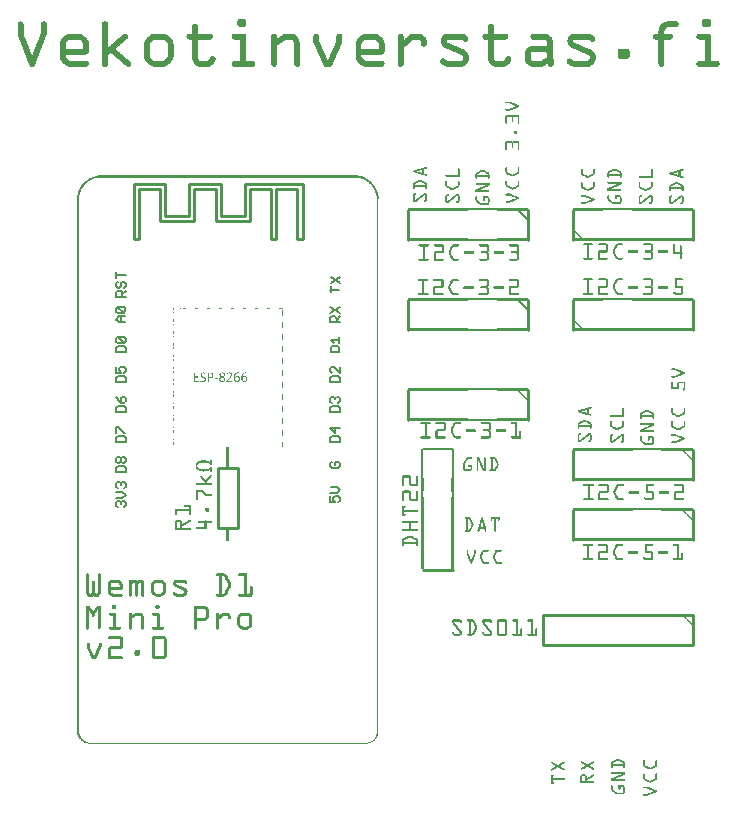
<source format=gto>
G04 MADE WITH FRITZING*
G04 WWW.FRITZING.ORG*
G04 DOUBLE SIDED*
G04 HOLES PLATED*
G04 CONTOUR ON CENTER OF CONTOUR VECTOR*
%ASAXBY*%
%FSLAX23Y23*%
%MOIN*%
%OFA0B0*%
%SFA1.0B1.0*%
%ADD10C,0.010000*%
%ADD11C,0.005000*%
%ADD12C,0.005556*%
%ADD13R,0.001000X0.001000*%
%LNSILK1*%
G90*
G70*
G54D10*
X838Y1138D02*
X838Y938D01*
D02*
X838Y938D02*
X772Y938D01*
D02*
X772Y938D02*
X772Y1138D01*
D02*
X772Y1138D02*
X838Y1138D01*
D02*
X2355Y1598D02*
X2355Y1698D01*
D02*
X1955Y1698D02*
X1955Y1598D01*
D02*
X2355Y1898D02*
X2355Y1998D01*
D02*
X1955Y1998D02*
X1955Y1898D01*
D02*
X1955Y1198D02*
X1955Y1098D01*
D02*
X2355Y1098D02*
X2355Y1198D01*
D02*
X1406Y1697D02*
X1406Y1597D01*
D02*
X1806Y1597D02*
X1806Y1697D01*
G54D11*
D02*
X1771Y1697D02*
X1806Y1662D01*
G54D10*
D02*
X1406Y1397D02*
X1406Y1297D01*
D02*
X1806Y1297D02*
X1806Y1397D01*
D02*
X1406Y1997D02*
X1406Y1897D01*
D02*
X1806Y1897D02*
X1806Y1997D01*
G54D11*
D02*
X1771Y1997D02*
X1806Y1962D01*
G54D10*
D02*
X1955Y998D02*
X1955Y898D01*
D02*
X2355Y898D02*
X2355Y998D01*
D02*
X1455Y798D02*
X1555Y798D01*
D02*
X2355Y648D02*
X1855Y648D01*
D02*
X1855Y648D02*
X1855Y548D01*
D02*
X1855Y548D02*
X2355Y548D01*
D02*
X2355Y548D02*
X2355Y648D01*
X492Y2084D02*
X595Y2084D01*
X595Y1978D01*
X676Y1978D01*
X676Y2084D01*
X782Y2084D01*
X782Y1978D01*
X861Y1978D01*
X861Y2084D01*
X1057Y2084D01*
X1057Y1901D01*
X1035Y1901D01*
X1035Y2068D01*
X965Y2068D01*
X965Y1901D01*
X949Y1901D01*
X949Y2068D01*
X878Y2068D01*
X878Y1961D01*
X765Y1961D01*
X765Y2068D01*
X693Y2068D01*
X693Y1961D01*
X578Y1961D01*
X578Y2068D01*
X508Y2068D01*
X508Y1901D01*
X492Y1901D01*
X492Y2084D01*
D02*
G54D12*
X465Y1706D02*
X433Y1706D01*
X433Y1706D02*
X433Y1721D01*
X433Y1722D02*
X438Y1727D01*
X438Y1727D02*
X449Y1727D01*
X450Y1727D02*
X454Y1722D01*
X454Y1722D02*
X454Y1707D01*
X454Y1716D02*
X465Y1727D01*
X438Y1758D02*
X433Y1753D01*
X433Y1752D02*
X433Y1743D01*
X433Y1742D02*
X438Y1737D01*
X438Y1737D02*
X443Y1737D01*
X444Y1737D02*
X449Y1742D01*
X450Y1742D02*
X450Y1751D01*
X450Y1752D02*
X454Y1757D01*
X454Y1758D02*
X459Y1758D01*
X459Y1758D02*
X464Y1753D01*
X465Y1752D02*
X465Y1743D01*
X465Y1742D02*
X459Y1737D01*
X465Y1780D02*
X433Y1780D01*
X433Y1769D02*
X433Y1789D01*
D02*
X463Y1622D02*
X443Y1622D01*
X444Y1622D02*
X435Y1631D01*
X434Y1631D02*
X443Y1642D01*
X444Y1642D02*
X464Y1642D01*
X450Y1622D02*
X450Y1642D01*
X459Y1653D02*
X438Y1653D01*
X438Y1653D02*
X434Y1658D01*
X434Y1659D02*
X434Y1668D01*
X434Y1669D02*
X438Y1674D01*
X438Y1674D02*
X460Y1674D01*
X459Y1674D02*
X463Y1669D01*
X463Y1669D02*
X463Y1660D01*
X463Y1659D02*
X459Y1653D01*
X459Y1653D02*
X437Y1673D01*
D02*
X433Y1522D02*
X464Y1522D01*
X465Y1522D02*
X465Y1537D01*
X465Y1537D02*
X459Y1542D01*
X459Y1542D02*
X438Y1542D01*
X438Y1542D02*
X433Y1537D01*
X433Y1537D02*
X433Y1522D01*
X459Y1553D02*
X438Y1553D01*
X438Y1553D02*
X433Y1558D01*
X433Y1559D02*
X433Y1568D01*
X433Y1569D02*
X438Y1574D01*
X438Y1574D02*
X458Y1574D01*
X459Y1574D02*
X464Y1569D01*
X465Y1569D02*
X465Y1560D01*
X465Y1559D02*
X460Y1554D01*
X459Y1553D02*
X439Y1573D01*
D02*
X433Y1422D02*
X464Y1422D01*
X465Y1422D02*
X465Y1437D01*
X465Y1437D02*
X460Y1442D01*
X459Y1442D02*
X438Y1442D01*
X438Y1442D02*
X433Y1437D01*
X433Y1437D02*
X433Y1422D01*
X433Y1474D02*
X433Y1454D01*
X433Y1453D02*
X448Y1453D01*
X448Y1453D02*
X443Y1464D01*
X443Y1463D02*
X443Y1467D01*
X443Y1469D02*
X448Y1474D01*
X448Y1474D02*
X459Y1474D01*
X459Y1474D02*
X464Y1469D01*
X465Y1469D02*
X465Y1459D01*
X465Y1459D02*
X460Y1454D01*
D02*
X433Y1322D02*
X464Y1322D01*
X465Y1322D02*
X465Y1337D01*
X465Y1337D02*
X460Y1342D01*
X459Y1342D02*
X438Y1342D01*
X438Y1342D02*
X433Y1337D01*
X433Y1337D02*
X433Y1322D01*
X433Y1374D02*
X438Y1365D01*
X438Y1363D02*
X449Y1352D01*
X450Y1353D02*
X459Y1353D01*
X459Y1353D02*
X464Y1358D01*
X465Y1359D02*
X465Y1368D01*
X465Y1369D02*
X460Y1374D01*
X459Y1374D02*
X454Y1374D01*
X454Y1374D02*
X450Y1369D01*
X450Y1369D02*
X450Y1354D01*
D02*
X433Y1222D02*
X464Y1222D01*
X465Y1222D02*
X465Y1237D01*
X465Y1237D02*
X460Y1242D01*
X459Y1242D02*
X438Y1242D01*
X438Y1242D02*
X433Y1237D01*
X433Y1237D02*
X433Y1222D01*
X433Y1253D02*
X433Y1273D01*
X433Y1274D02*
X438Y1274D01*
X438Y1274D02*
X458Y1254D01*
X459Y1253D02*
X464Y1253D01*
D02*
X433Y1122D02*
X464Y1122D01*
X465Y1122D02*
X465Y1137D01*
X465Y1137D02*
X460Y1142D01*
X459Y1142D02*
X438Y1142D01*
X438Y1142D02*
X433Y1137D01*
X433Y1137D02*
X433Y1122D01*
X438Y1153D02*
X433Y1158D01*
X433Y1159D02*
X433Y1168D01*
X433Y1169D02*
X438Y1174D01*
X438Y1174D02*
X443Y1174D01*
X444Y1174D02*
X449Y1169D01*
X450Y1169D02*
X455Y1174D01*
X455Y1174D02*
X459Y1174D01*
X459Y1174D02*
X464Y1169D01*
X465Y1169D02*
X465Y1160D01*
X465Y1159D02*
X459Y1153D01*
X459Y1153D02*
X455Y1153D01*
X455Y1153D02*
X450Y1158D01*
X450Y1159D02*
X444Y1153D01*
X444Y1153D02*
X438Y1153D01*
X450Y1159D02*
X450Y1168D01*
D02*
X438Y1006D02*
X433Y1011D01*
X433Y1012D02*
X433Y1021D01*
X433Y1022D02*
X438Y1027D01*
X438Y1027D02*
X442Y1027D01*
X443Y1027D02*
X448Y1022D01*
X448Y1022D02*
X448Y1017D01*
X448Y1022D02*
X453Y1027D01*
X454Y1027D02*
X459Y1027D01*
X459Y1027D02*
X464Y1022D01*
X465Y1022D02*
X465Y1013D01*
X465Y1012D02*
X460Y1007D01*
X433Y1037D02*
X453Y1037D01*
X454Y1037D02*
X465Y1048D01*
X465Y1048D02*
X454Y1057D01*
X454Y1058D02*
X433Y1058D01*
X438Y1069D02*
X433Y1074D01*
X433Y1074D02*
X433Y1085D01*
X433Y1085D02*
X438Y1089D01*
X438Y1090D02*
X442Y1090D01*
X443Y1090D02*
X448Y1086D01*
X448Y1085D02*
X448Y1080D01*
X448Y1085D02*
X453Y1089D01*
X454Y1090D02*
X459Y1090D01*
X459Y1090D02*
X464Y1086D01*
X465Y1085D02*
X465Y1074D01*
X465Y1074D02*
X460Y1069D01*
D02*
X1147Y1042D02*
X1147Y1022D01*
X1147Y1022D02*
X1162Y1022D01*
X1162Y1022D02*
X1157Y1031D01*
X1157Y1031D02*
X1157Y1036D01*
X1157Y1037D02*
X1162Y1042D01*
X1162Y1042D02*
X1173Y1042D01*
X1173Y1042D02*
X1178Y1037D01*
X1179Y1037D02*
X1179Y1028D01*
X1179Y1027D02*
X1174Y1022D01*
X1147Y1053D02*
X1167Y1053D01*
X1168Y1053D02*
X1179Y1064D01*
X1179Y1063D02*
X1168Y1072D01*
X1168Y1074D02*
X1148Y1074D01*
D02*
X1152Y1158D02*
X1147Y1153D01*
X1147Y1152D02*
X1147Y1143D01*
X1147Y1142D02*
X1152Y1137D01*
X1152Y1137D02*
X1172Y1137D01*
X1173Y1137D02*
X1178Y1142D01*
X1179Y1142D02*
X1179Y1151D01*
X1179Y1152D02*
X1174Y1157D01*
X1173Y1158D02*
X1162Y1158D01*
X1162Y1158D02*
X1162Y1147D01*
D02*
X1147Y1222D02*
X1178Y1222D01*
X1179Y1222D02*
X1179Y1237D01*
X1179Y1237D02*
X1174Y1242D01*
X1173Y1242D02*
X1153Y1242D01*
X1152Y1242D02*
X1147Y1237D01*
X1147Y1237D02*
X1147Y1222D01*
X1179Y1269D02*
X1148Y1269D01*
X1147Y1269D02*
X1163Y1254D01*
X1163Y1253D02*
X1163Y1273D01*
D02*
X1147Y1322D02*
X1178Y1322D01*
X1179Y1322D02*
X1179Y1337D01*
X1179Y1337D02*
X1174Y1342D01*
X1173Y1342D02*
X1153Y1342D01*
X1152Y1342D02*
X1147Y1337D01*
X1147Y1337D02*
X1147Y1322D01*
X1152Y1353D02*
X1147Y1358D01*
X1147Y1359D02*
X1147Y1368D01*
X1147Y1369D02*
X1152Y1374D01*
X1152Y1374D02*
X1156Y1374D01*
X1157Y1374D02*
X1162Y1369D01*
X1162Y1369D02*
X1162Y1365D01*
X1162Y1369D02*
X1167Y1374D01*
X1168Y1374D02*
X1173Y1374D01*
X1173Y1374D02*
X1178Y1369D01*
X1179Y1369D02*
X1179Y1360D01*
X1179Y1359D02*
X1174Y1354D01*
D02*
X1147Y1422D02*
X1178Y1422D01*
X1179Y1422D02*
X1179Y1437D01*
X1179Y1437D02*
X1174Y1442D01*
X1173Y1442D02*
X1153Y1442D01*
X1152Y1442D02*
X1147Y1437D01*
X1147Y1437D02*
X1147Y1422D01*
X1179Y1474D02*
X1179Y1454D01*
X1179Y1453D02*
X1159Y1473D01*
X1158Y1474D02*
X1153Y1474D01*
X1152Y1474D02*
X1147Y1469D01*
X1147Y1469D02*
X1147Y1459D01*
X1147Y1459D02*
X1152Y1454D01*
D02*
X1148Y1522D02*
X1177Y1522D01*
X1177Y1522D02*
X1177Y1537D01*
X1177Y1537D02*
X1173Y1542D01*
X1173Y1542D02*
X1153Y1542D01*
X1152Y1542D02*
X1148Y1537D01*
X1148Y1537D02*
X1148Y1522D01*
X1158Y1553D02*
X1149Y1564D01*
X1148Y1563D02*
X1177Y1563D01*
X1177Y1553D02*
X1177Y1573D01*
D02*
X1179Y1622D02*
X1148Y1622D01*
X1147Y1622D02*
X1147Y1637D01*
X1147Y1637D02*
X1152Y1642D01*
X1152Y1642D02*
X1163Y1642D01*
X1163Y1642D02*
X1167Y1637D01*
X1168Y1637D02*
X1168Y1622D01*
X1168Y1631D02*
X1179Y1642D01*
X1147Y1653D02*
X1178Y1673D01*
X1147Y1674D02*
X1178Y1654D01*
D02*
X1177Y1731D02*
X1147Y1731D01*
X1148Y1722D02*
X1148Y1742D01*
X1148Y1753D02*
X1178Y1773D01*
X1148Y1774D02*
X1178Y1754D01*
D02*
G54D13*
X844Y2633D02*
X860Y2633D01*
X2393Y2633D02*
X2409Y2633D01*
X842Y2632D02*
X862Y2632D01*
X2391Y2632D02*
X2411Y2632D01*
X841Y2631D02*
X863Y2631D01*
X2390Y2631D02*
X2413Y2631D01*
X840Y2630D02*
X864Y2630D01*
X2389Y2630D02*
X2413Y2630D01*
X839Y2629D02*
X865Y2629D01*
X2389Y2629D02*
X2414Y2629D01*
X839Y2628D02*
X866Y2628D01*
X2388Y2628D02*
X2415Y2628D01*
X839Y2627D02*
X866Y2627D01*
X2388Y2627D02*
X2415Y2627D01*
X838Y2626D02*
X866Y2626D01*
X2387Y2626D02*
X2415Y2626D01*
X112Y2625D02*
X117Y2625D01*
X189Y2625D02*
X194Y2625D01*
X393Y2625D02*
X399Y2625D01*
X838Y2625D02*
X866Y2625D01*
X2270Y2625D02*
X2302Y2625D01*
X2387Y2625D02*
X2415Y2625D01*
X110Y2624D02*
X119Y2624D01*
X187Y2624D02*
X196Y2624D01*
X391Y2624D02*
X401Y2624D01*
X838Y2624D02*
X866Y2624D01*
X2266Y2624D02*
X2304Y2624D01*
X2387Y2624D02*
X2416Y2624D01*
X108Y2623D02*
X120Y2623D01*
X186Y2623D02*
X198Y2623D01*
X390Y2623D02*
X402Y2623D01*
X838Y2623D02*
X866Y2623D01*
X2263Y2623D02*
X2305Y2623D01*
X2387Y2623D02*
X2416Y2623D01*
X107Y2622D02*
X121Y2622D01*
X185Y2622D02*
X199Y2622D01*
X389Y2622D02*
X403Y2622D01*
X838Y2622D02*
X866Y2622D01*
X2261Y2622D02*
X2306Y2622D01*
X2387Y2622D02*
X2416Y2622D01*
X107Y2621D02*
X122Y2621D01*
X184Y2621D02*
X199Y2621D01*
X388Y2621D02*
X404Y2621D01*
X838Y2621D02*
X866Y2621D01*
X2259Y2621D02*
X2307Y2621D01*
X2387Y2621D02*
X2416Y2621D01*
X106Y2620D02*
X123Y2620D01*
X183Y2620D02*
X200Y2620D01*
X388Y2620D02*
X404Y2620D01*
X838Y2620D02*
X866Y2620D01*
X2257Y2620D02*
X2307Y2620D01*
X2387Y2620D02*
X2416Y2620D01*
X106Y2619D02*
X123Y2619D01*
X183Y2619D02*
X200Y2619D01*
X387Y2619D02*
X405Y2619D01*
X838Y2619D02*
X866Y2619D01*
X2256Y2619D02*
X2308Y2619D01*
X2387Y2619D02*
X2416Y2619D01*
X105Y2618D02*
X123Y2618D01*
X183Y2618D02*
X201Y2618D01*
X387Y2618D02*
X405Y2618D01*
X838Y2618D02*
X866Y2618D01*
X2254Y2618D02*
X2308Y2618D01*
X2387Y2618D02*
X2416Y2618D01*
X105Y2617D02*
X124Y2617D01*
X182Y2617D02*
X201Y2617D01*
X387Y2617D02*
X405Y2617D01*
X695Y2617D02*
X699Y2617D01*
X838Y2617D02*
X866Y2617D01*
X1681Y2617D02*
X1685Y2617D01*
X2253Y2617D02*
X2308Y2617D01*
X2387Y2617D02*
X2416Y2617D01*
X105Y2616D02*
X124Y2616D01*
X182Y2616D02*
X201Y2616D01*
X387Y2616D02*
X405Y2616D01*
X692Y2616D02*
X701Y2616D01*
X838Y2616D02*
X866Y2616D01*
X1678Y2616D02*
X1687Y2616D01*
X2252Y2616D02*
X2308Y2616D01*
X2387Y2616D02*
X2416Y2616D01*
X105Y2615D02*
X124Y2615D01*
X182Y2615D02*
X201Y2615D01*
X387Y2615D02*
X405Y2615D01*
X691Y2615D02*
X703Y2615D01*
X838Y2615D02*
X866Y2615D01*
X1677Y2615D02*
X1689Y2615D01*
X2251Y2615D02*
X2308Y2615D01*
X2387Y2615D02*
X2416Y2615D01*
X105Y2614D02*
X124Y2614D01*
X182Y2614D02*
X201Y2614D01*
X387Y2614D02*
X405Y2614D01*
X690Y2614D02*
X704Y2614D01*
X838Y2614D02*
X866Y2614D01*
X1676Y2614D02*
X1690Y2614D01*
X2250Y2614D02*
X2308Y2614D01*
X2387Y2614D02*
X2415Y2614D01*
X105Y2613D02*
X124Y2613D01*
X182Y2613D02*
X201Y2613D01*
X387Y2613D02*
X405Y2613D01*
X689Y2613D02*
X705Y2613D01*
X838Y2613D02*
X866Y2613D01*
X1675Y2613D02*
X1690Y2613D01*
X2249Y2613D02*
X2308Y2613D01*
X2388Y2613D02*
X2415Y2613D01*
X105Y2612D02*
X124Y2612D01*
X182Y2612D02*
X201Y2612D01*
X387Y2612D02*
X405Y2612D01*
X689Y2612D02*
X705Y2612D01*
X839Y2612D02*
X866Y2612D01*
X1675Y2612D02*
X1691Y2612D01*
X2249Y2612D02*
X2308Y2612D01*
X2388Y2612D02*
X2415Y2612D01*
X105Y2611D02*
X124Y2611D01*
X182Y2611D02*
X201Y2611D01*
X387Y2611D02*
X405Y2611D01*
X688Y2611D02*
X706Y2611D01*
X839Y2611D02*
X865Y2611D01*
X1674Y2611D02*
X1691Y2611D01*
X2248Y2611D02*
X2307Y2611D01*
X2388Y2611D02*
X2414Y2611D01*
X105Y2610D02*
X124Y2610D01*
X182Y2610D02*
X201Y2610D01*
X387Y2610D02*
X405Y2610D01*
X688Y2610D02*
X706Y2610D01*
X840Y2610D02*
X865Y2610D01*
X1674Y2610D02*
X1692Y2610D01*
X2247Y2610D02*
X2307Y2610D01*
X2389Y2610D02*
X2414Y2610D01*
X105Y2609D02*
X124Y2609D01*
X182Y2609D02*
X201Y2609D01*
X387Y2609D02*
X405Y2609D01*
X688Y2609D02*
X706Y2609D01*
X841Y2609D02*
X864Y2609D01*
X1674Y2609D02*
X1692Y2609D01*
X2247Y2609D02*
X2306Y2609D01*
X2390Y2609D02*
X2413Y2609D01*
X105Y2608D02*
X124Y2608D01*
X182Y2608D02*
X201Y2608D01*
X387Y2608D02*
X405Y2608D01*
X688Y2608D02*
X706Y2608D01*
X842Y2608D02*
X863Y2608D01*
X1674Y2608D02*
X1692Y2608D01*
X2246Y2608D02*
X2305Y2608D01*
X2391Y2608D02*
X2412Y2608D01*
X105Y2607D02*
X124Y2607D01*
X182Y2607D02*
X201Y2607D01*
X387Y2607D02*
X405Y2607D01*
X688Y2607D02*
X706Y2607D01*
X843Y2607D02*
X861Y2607D01*
X1673Y2607D02*
X1692Y2607D01*
X2245Y2607D02*
X2303Y2607D01*
X2393Y2607D02*
X2410Y2607D01*
X105Y2606D02*
X124Y2606D01*
X182Y2606D02*
X201Y2606D01*
X387Y2606D02*
X405Y2606D01*
X688Y2606D02*
X706Y2606D01*
X846Y2606D02*
X858Y2606D01*
X1673Y2606D02*
X1692Y2606D01*
X2245Y2606D02*
X2300Y2606D01*
X2395Y2606D02*
X2407Y2606D01*
X105Y2605D02*
X124Y2605D01*
X182Y2605D02*
X201Y2605D01*
X387Y2605D02*
X405Y2605D01*
X688Y2605D02*
X706Y2605D01*
X1673Y2605D02*
X1692Y2605D01*
X2244Y2605D02*
X2270Y2605D01*
X105Y2604D02*
X124Y2604D01*
X182Y2604D02*
X201Y2604D01*
X387Y2604D02*
X405Y2604D01*
X688Y2604D02*
X706Y2604D01*
X1673Y2604D02*
X1692Y2604D01*
X2244Y2604D02*
X2268Y2604D01*
X105Y2603D02*
X124Y2603D01*
X182Y2603D02*
X201Y2603D01*
X387Y2603D02*
X405Y2603D01*
X688Y2603D02*
X706Y2603D01*
X1673Y2603D02*
X1692Y2603D01*
X2244Y2603D02*
X2266Y2603D01*
X105Y2602D02*
X124Y2602D01*
X182Y2602D02*
X201Y2602D01*
X387Y2602D02*
X405Y2602D01*
X688Y2602D02*
X706Y2602D01*
X1673Y2602D02*
X1692Y2602D01*
X2243Y2602D02*
X2265Y2602D01*
X105Y2601D02*
X124Y2601D01*
X182Y2601D02*
X201Y2601D01*
X387Y2601D02*
X405Y2601D01*
X688Y2601D02*
X706Y2601D01*
X1673Y2601D02*
X1692Y2601D01*
X2243Y2601D02*
X2264Y2601D01*
X105Y2600D02*
X124Y2600D01*
X182Y2600D02*
X201Y2600D01*
X387Y2600D02*
X405Y2600D01*
X688Y2600D02*
X706Y2600D01*
X1673Y2600D02*
X1692Y2600D01*
X2243Y2600D02*
X2263Y2600D01*
X105Y2599D02*
X124Y2599D01*
X182Y2599D02*
X201Y2599D01*
X387Y2599D02*
X405Y2599D01*
X688Y2599D02*
X706Y2599D01*
X1673Y2599D02*
X1692Y2599D01*
X2242Y2599D02*
X2263Y2599D01*
X105Y2598D02*
X124Y2598D01*
X182Y2598D02*
X201Y2598D01*
X387Y2598D02*
X405Y2598D01*
X688Y2598D02*
X706Y2598D01*
X1673Y2598D02*
X1692Y2598D01*
X2242Y2598D02*
X2262Y2598D01*
X105Y2597D02*
X124Y2597D01*
X182Y2597D02*
X201Y2597D01*
X387Y2597D02*
X405Y2597D01*
X688Y2597D02*
X706Y2597D01*
X1673Y2597D02*
X1692Y2597D01*
X2242Y2597D02*
X2261Y2597D01*
X105Y2596D02*
X124Y2596D01*
X182Y2596D02*
X201Y2596D01*
X387Y2596D02*
X405Y2596D01*
X688Y2596D02*
X706Y2596D01*
X1673Y2596D02*
X1692Y2596D01*
X2242Y2596D02*
X2261Y2596D01*
X105Y2595D02*
X124Y2595D01*
X182Y2595D02*
X201Y2595D01*
X387Y2595D02*
X405Y2595D01*
X688Y2595D02*
X706Y2595D01*
X1673Y2595D02*
X1692Y2595D01*
X2242Y2595D02*
X2261Y2595D01*
X105Y2594D02*
X124Y2594D01*
X182Y2594D02*
X201Y2594D01*
X387Y2594D02*
X405Y2594D01*
X688Y2594D02*
X706Y2594D01*
X1673Y2594D02*
X1692Y2594D01*
X2242Y2594D02*
X2260Y2594D01*
X105Y2593D02*
X124Y2593D01*
X182Y2593D02*
X201Y2593D01*
X387Y2593D02*
X405Y2593D01*
X688Y2593D02*
X706Y2593D01*
X1673Y2593D02*
X1692Y2593D01*
X2242Y2593D02*
X2260Y2593D01*
X105Y2592D02*
X124Y2592D01*
X182Y2592D02*
X201Y2592D01*
X387Y2592D02*
X405Y2592D01*
X688Y2592D02*
X706Y2592D01*
X1673Y2592D02*
X1692Y2592D01*
X2242Y2592D02*
X2260Y2592D01*
X105Y2591D02*
X124Y2591D01*
X182Y2591D02*
X201Y2591D01*
X387Y2591D02*
X405Y2591D01*
X688Y2591D02*
X706Y2591D01*
X1673Y2591D02*
X1692Y2591D01*
X2241Y2591D02*
X2260Y2591D01*
X105Y2590D02*
X124Y2590D01*
X182Y2590D02*
X201Y2590D01*
X387Y2590D02*
X405Y2590D01*
X688Y2590D02*
X706Y2590D01*
X1673Y2590D02*
X1692Y2590D01*
X2241Y2590D02*
X2260Y2590D01*
X105Y2589D02*
X124Y2589D01*
X182Y2589D02*
X201Y2589D01*
X387Y2589D02*
X405Y2589D01*
X688Y2589D02*
X706Y2589D01*
X1673Y2589D02*
X1692Y2589D01*
X2241Y2589D02*
X2260Y2589D01*
X105Y2588D02*
X124Y2588D01*
X182Y2588D02*
X201Y2588D01*
X387Y2588D02*
X405Y2588D01*
X688Y2588D02*
X706Y2588D01*
X1673Y2588D02*
X1692Y2588D01*
X2241Y2588D02*
X2260Y2588D01*
X105Y2587D02*
X124Y2587D01*
X182Y2587D02*
X201Y2587D01*
X387Y2587D02*
X405Y2587D01*
X688Y2587D02*
X706Y2587D01*
X1673Y2587D02*
X1692Y2587D01*
X2241Y2587D02*
X2260Y2587D01*
X105Y2586D02*
X124Y2586D01*
X182Y2586D02*
X201Y2586D01*
X387Y2586D02*
X405Y2586D01*
X688Y2586D02*
X706Y2586D01*
X1673Y2586D02*
X1692Y2586D01*
X2241Y2586D02*
X2260Y2586D01*
X105Y2585D02*
X124Y2585D01*
X182Y2585D02*
X201Y2585D01*
X387Y2585D02*
X405Y2585D01*
X688Y2585D02*
X706Y2585D01*
X1673Y2585D02*
X1692Y2585D01*
X2241Y2585D02*
X2260Y2585D01*
X105Y2584D02*
X124Y2584D01*
X182Y2584D02*
X201Y2584D01*
X279Y2584D02*
X309Y2584D01*
X387Y2584D02*
X405Y2584D01*
X462Y2584D02*
X465Y2584D01*
X560Y2584D02*
X591Y2584D01*
X676Y2584D02*
X747Y2584D01*
X827Y2584D02*
X859Y2584D01*
X958Y2584D02*
X961Y2584D01*
X1001Y2584D02*
X1018Y2584D01*
X1098Y2584D02*
X1102Y2584D01*
X1176Y2584D02*
X1179Y2584D01*
X1264Y2584D02*
X1295Y2584D01*
X1380Y2584D02*
X1383Y2584D01*
X1419Y2584D02*
X1443Y2584D01*
X1537Y2584D02*
X1585Y2584D01*
X1662Y2584D02*
X1733Y2584D01*
X1822Y2584D02*
X1863Y2584D01*
X1960Y2584D02*
X2008Y2584D01*
X2230Y2584D02*
X2281Y2584D01*
X2376Y2584D02*
X2408Y2584D01*
X105Y2583D02*
X124Y2583D01*
X182Y2583D02*
X201Y2583D01*
X274Y2583D02*
X314Y2583D01*
X387Y2583D02*
X405Y2583D01*
X459Y2583D02*
X468Y2583D01*
X555Y2583D02*
X596Y2583D01*
X673Y2583D02*
X749Y2583D01*
X824Y2583D02*
X861Y2583D01*
X955Y2583D02*
X963Y2583D01*
X996Y2583D02*
X1023Y2583D01*
X1096Y2583D02*
X1104Y2583D01*
X1173Y2583D02*
X1182Y2583D01*
X1259Y2583D02*
X1300Y2583D01*
X1378Y2583D02*
X1386Y2583D01*
X1416Y2583D02*
X1448Y2583D01*
X1533Y2583D02*
X1590Y2583D01*
X1659Y2583D02*
X1735Y2583D01*
X1819Y2583D02*
X1868Y2583D01*
X1955Y2583D02*
X2012Y2583D01*
X2227Y2583D02*
X2284Y2583D01*
X2373Y2583D02*
X2410Y2583D01*
X105Y2582D02*
X125Y2582D01*
X181Y2582D02*
X201Y2582D01*
X271Y2582D02*
X317Y2582D01*
X387Y2582D02*
X405Y2582D01*
X458Y2582D02*
X469Y2582D01*
X553Y2582D02*
X598Y2582D01*
X672Y2582D02*
X751Y2582D01*
X822Y2582D02*
X863Y2582D01*
X954Y2582D02*
X965Y2582D01*
X993Y2582D02*
X1026Y2582D01*
X1094Y2582D02*
X1106Y2582D01*
X1172Y2582D02*
X1183Y2582D01*
X1257Y2582D02*
X1303Y2582D01*
X1376Y2582D02*
X1387Y2582D01*
X1415Y2582D02*
X1451Y2582D01*
X1530Y2582D02*
X1593Y2582D01*
X1658Y2582D02*
X1737Y2582D01*
X1818Y2582D02*
X1871Y2582D01*
X1953Y2582D02*
X2015Y2582D01*
X2226Y2582D02*
X2285Y2582D01*
X2372Y2582D02*
X2412Y2582D01*
X105Y2581D02*
X125Y2581D01*
X181Y2581D02*
X201Y2581D01*
X269Y2581D02*
X319Y2581D01*
X387Y2581D02*
X405Y2581D01*
X457Y2581D02*
X470Y2581D01*
X551Y2581D02*
X600Y2581D01*
X671Y2581D02*
X752Y2581D01*
X821Y2581D02*
X864Y2581D01*
X953Y2581D02*
X966Y2581D01*
X991Y2581D02*
X1028Y2581D01*
X1093Y2581D02*
X1107Y2581D01*
X1171Y2581D02*
X1184Y2581D01*
X1255Y2581D02*
X1305Y2581D01*
X1375Y2581D02*
X1389Y2581D01*
X1413Y2581D02*
X1453Y2581D01*
X1528Y2581D02*
X1595Y2581D01*
X1657Y2581D02*
X1738Y2581D01*
X1817Y2581D02*
X1873Y2581D01*
X1951Y2581D02*
X2017Y2581D01*
X2225Y2581D02*
X2286Y2581D01*
X2371Y2581D02*
X2413Y2581D01*
X105Y2580D02*
X125Y2580D01*
X181Y2580D02*
X201Y2580D01*
X267Y2580D02*
X320Y2580D01*
X387Y2580D02*
X405Y2580D01*
X456Y2580D02*
X471Y2580D01*
X549Y2580D02*
X602Y2580D01*
X670Y2580D02*
X753Y2580D01*
X821Y2580D02*
X865Y2580D01*
X952Y2580D02*
X967Y2580D01*
X989Y2580D02*
X1029Y2580D01*
X1093Y2580D02*
X1108Y2580D01*
X1170Y2580D02*
X1185Y2580D01*
X1253Y2580D02*
X1306Y2580D01*
X1374Y2580D02*
X1389Y2580D01*
X1412Y2580D02*
X1454Y2580D01*
X1527Y2580D02*
X1597Y2580D01*
X1656Y2580D02*
X1738Y2580D01*
X1816Y2580D02*
X1874Y2580D01*
X1949Y2580D02*
X2019Y2580D01*
X2224Y2580D02*
X2287Y2580D01*
X2370Y2580D02*
X2414Y2580D01*
X106Y2579D02*
X126Y2579D01*
X180Y2579D02*
X200Y2579D01*
X266Y2579D02*
X322Y2579D01*
X387Y2579D02*
X405Y2579D01*
X454Y2579D02*
X472Y2579D01*
X547Y2579D02*
X604Y2579D01*
X670Y2579D02*
X753Y2579D01*
X820Y2579D02*
X865Y2579D01*
X951Y2579D02*
X967Y2579D01*
X988Y2579D02*
X1031Y2579D01*
X1092Y2579D02*
X1108Y2579D01*
X1169Y2579D02*
X1186Y2579D01*
X1251Y2579D02*
X1308Y2579D01*
X1374Y2579D02*
X1390Y2579D01*
X1411Y2579D02*
X1456Y2579D01*
X1525Y2579D02*
X1598Y2579D01*
X1655Y2579D02*
X1739Y2579D01*
X1815Y2579D02*
X1876Y2579D01*
X1948Y2579D02*
X2021Y2579D01*
X2223Y2579D02*
X2288Y2579D01*
X2369Y2579D02*
X2414Y2579D01*
X106Y2578D02*
X126Y2578D01*
X180Y2578D02*
X200Y2578D01*
X264Y2578D02*
X323Y2578D01*
X387Y2578D02*
X405Y2578D01*
X453Y2578D02*
X472Y2578D01*
X546Y2578D02*
X605Y2578D01*
X669Y2578D02*
X754Y2578D01*
X819Y2578D02*
X866Y2578D01*
X951Y2578D02*
X968Y2578D01*
X986Y2578D02*
X1032Y2578D01*
X1092Y2578D02*
X1109Y2578D01*
X1169Y2578D02*
X1186Y2578D01*
X1250Y2578D02*
X1309Y2578D01*
X1373Y2578D02*
X1390Y2578D01*
X1410Y2578D02*
X1457Y2578D01*
X1524Y2578D02*
X1599Y2578D01*
X1655Y2578D02*
X1740Y2578D01*
X1815Y2578D02*
X1877Y2578D01*
X1947Y2578D02*
X2022Y2578D01*
X2223Y2578D02*
X2288Y2578D01*
X2369Y2578D02*
X2415Y2578D01*
X106Y2577D02*
X127Y2577D01*
X179Y2577D02*
X200Y2577D01*
X263Y2577D02*
X325Y2577D01*
X387Y2577D02*
X405Y2577D01*
X452Y2577D02*
X473Y2577D01*
X545Y2577D02*
X606Y2577D01*
X669Y2577D02*
X754Y2577D01*
X819Y2577D02*
X866Y2577D01*
X950Y2577D02*
X968Y2577D01*
X984Y2577D02*
X1033Y2577D01*
X1091Y2577D02*
X1109Y2577D01*
X1169Y2577D02*
X1186Y2577D01*
X1249Y2577D02*
X1311Y2577D01*
X1373Y2577D02*
X1391Y2577D01*
X1409Y2577D02*
X1458Y2577D01*
X1523Y2577D02*
X1601Y2577D01*
X1655Y2577D02*
X1740Y2577D01*
X1815Y2577D02*
X1878Y2577D01*
X1946Y2577D02*
X2023Y2577D01*
X2223Y2577D02*
X2289Y2577D01*
X2368Y2577D02*
X2415Y2577D01*
X107Y2576D02*
X127Y2576D01*
X179Y2576D02*
X199Y2576D01*
X262Y2576D02*
X326Y2576D01*
X387Y2576D02*
X405Y2576D01*
X451Y2576D02*
X473Y2576D01*
X543Y2576D02*
X607Y2576D01*
X668Y2576D02*
X754Y2576D01*
X819Y2576D02*
X866Y2576D01*
X950Y2576D02*
X969Y2576D01*
X983Y2576D02*
X1035Y2576D01*
X1091Y2576D02*
X1109Y2576D01*
X1168Y2576D02*
X1187Y2576D01*
X1248Y2576D02*
X1312Y2576D01*
X1373Y2576D02*
X1391Y2576D01*
X1408Y2576D02*
X1459Y2576D01*
X1522Y2576D02*
X1602Y2576D01*
X1654Y2576D02*
X1740Y2576D01*
X1814Y2576D02*
X1880Y2576D01*
X1945Y2576D02*
X2024Y2576D01*
X2222Y2576D02*
X2289Y2576D01*
X2368Y2576D02*
X2415Y2576D01*
X107Y2575D02*
X127Y2575D01*
X179Y2575D02*
X199Y2575D01*
X261Y2575D02*
X327Y2575D01*
X387Y2575D02*
X405Y2575D01*
X450Y2575D02*
X473Y2575D01*
X542Y2575D02*
X609Y2575D01*
X668Y2575D02*
X754Y2575D01*
X819Y2575D02*
X866Y2575D01*
X950Y2575D02*
X969Y2575D01*
X981Y2575D02*
X1035Y2575D01*
X1091Y2575D02*
X1109Y2575D01*
X1168Y2575D02*
X1187Y2575D01*
X1246Y2575D02*
X1313Y2575D01*
X1373Y2575D02*
X1391Y2575D01*
X1406Y2575D02*
X1460Y2575D01*
X1521Y2575D02*
X1603Y2575D01*
X1654Y2575D02*
X1740Y2575D01*
X1814Y2575D02*
X1880Y2575D01*
X1944Y2575D02*
X2025Y2575D01*
X2222Y2575D02*
X2289Y2575D01*
X2368Y2575D02*
X2416Y2575D01*
X108Y2574D02*
X128Y2574D01*
X178Y2574D02*
X198Y2574D01*
X259Y2574D02*
X328Y2574D01*
X387Y2574D02*
X405Y2574D01*
X449Y2574D02*
X473Y2574D01*
X541Y2574D02*
X610Y2574D01*
X668Y2574D02*
X754Y2574D01*
X819Y2574D02*
X866Y2574D01*
X950Y2574D02*
X969Y2574D01*
X980Y2574D02*
X1036Y2574D01*
X1091Y2574D02*
X1110Y2574D01*
X1168Y2574D02*
X1187Y2574D01*
X1245Y2574D02*
X1314Y2574D01*
X1372Y2574D02*
X1391Y2574D01*
X1405Y2574D02*
X1461Y2574D01*
X1520Y2574D02*
X1604Y2574D01*
X1654Y2574D02*
X1740Y2574D01*
X1814Y2574D02*
X1881Y2574D01*
X1943Y2574D02*
X2026Y2574D01*
X2222Y2574D02*
X2289Y2574D01*
X2368Y2574D02*
X2416Y2574D01*
X108Y2573D02*
X128Y2573D01*
X178Y2573D02*
X198Y2573D01*
X258Y2573D02*
X330Y2573D01*
X387Y2573D02*
X405Y2573D01*
X447Y2573D02*
X473Y2573D01*
X540Y2573D02*
X611Y2573D01*
X668Y2573D02*
X754Y2573D01*
X819Y2573D02*
X866Y2573D01*
X950Y2573D02*
X969Y2573D01*
X978Y2573D02*
X1037Y2573D01*
X1091Y2573D02*
X1110Y2573D01*
X1168Y2573D02*
X1187Y2573D01*
X1244Y2573D02*
X1315Y2573D01*
X1372Y2573D02*
X1391Y2573D01*
X1404Y2573D02*
X1462Y2573D01*
X1520Y2573D02*
X1604Y2573D01*
X1654Y2573D02*
X1740Y2573D01*
X1814Y2573D02*
X1882Y2573D01*
X1942Y2573D02*
X2027Y2573D01*
X2222Y2573D02*
X2289Y2573D01*
X2368Y2573D02*
X2416Y2573D01*
X108Y2572D02*
X129Y2572D01*
X177Y2572D02*
X198Y2572D01*
X257Y2572D02*
X331Y2572D01*
X387Y2572D02*
X405Y2572D01*
X446Y2572D02*
X473Y2572D01*
X539Y2572D02*
X612Y2572D01*
X669Y2572D02*
X754Y2572D01*
X819Y2572D02*
X866Y2572D01*
X950Y2572D02*
X969Y2572D01*
X977Y2572D02*
X1038Y2572D01*
X1091Y2572D02*
X1110Y2572D01*
X1168Y2572D02*
X1187Y2572D01*
X1243Y2572D02*
X1316Y2572D01*
X1372Y2572D02*
X1391Y2572D01*
X1403Y2572D02*
X1463Y2572D01*
X1519Y2572D02*
X1605Y2572D01*
X1654Y2572D02*
X1740Y2572D01*
X1815Y2572D02*
X1883Y2572D01*
X1942Y2572D02*
X2028Y2572D01*
X2222Y2572D02*
X2289Y2572D01*
X2368Y2572D02*
X2416Y2572D01*
X109Y2571D02*
X129Y2571D01*
X177Y2571D02*
X197Y2571D01*
X256Y2571D02*
X332Y2571D01*
X387Y2571D02*
X405Y2571D01*
X445Y2571D02*
X472Y2571D01*
X538Y2571D02*
X613Y2571D01*
X669Y2571D02*
X754Y2571D01*
X819Y2571D02*
X866Y2571D01*
X950Y2571D02*
X969Y2571D01*
X975Y2571D02*
X1039Y2571D01*
X1091Y2571D02*
X1110Y2571D01*
X1168Y2571D02*
X1187Y2571D01*
X1242Y2571D02*
X1318Y2571D01*
X1372Y2571D02*
X1391Y2571D01*
X1402Y2571D02*
X1464Y2571D01*
X1519Y2571D02*
X1606Y2571D01*
X1655Y2571D02*
X1740Y2571D01*
X1815Y2571D02*
X1884Y2571D01*
X1941Y2571D02*
X2028Y2571D01*
X2223Y2571D02*
X2289Y2571D01*
X2368Y2571D02*
X2416Y2571D01*
X109Y2570D02*
X129Y2570D01*
X177Y2570D02*
X197Y2570D01*
X255Y2570D02*
X333Y2570D01*
X387Y2570D02*
X405Y2570D01*
X444Y2570D02*
X472Y2570D01*
X537Y2570D02*
X614Y2570D01*
X669Y2570D02*
X753Y2570D01*
X820Y2570D02*
X866Y2570D01*
X950Y2570D02*
X969Y2570D01*
X973Y2570D02*
X1039Y2570D01*
X1091Y2570D02*
X1110Y2570D01*
X1168Y2570D02*
X1187Y2570D01*
X1241Y2570D02*
X1319Y2570D01*
X1372Y2570D02*
X1391Y2570D01*
X1401Y2570D02*
X1464Y2570D01*
X1518Y2570D02*
X1606Y2570D01*
X1655Y2570D02*
X1739Y2570D01*
X1815Y2570D02*
X1884Y2570D01*
X1940Y2570D02*
X2029Y2570D01*
X2223Y2570D02*
X2288Y2570D01*
X2369Y2570D02*
X2416Y2570D01*
X109Y2569D02*
X130Y2569D01*
X176Y2569D02*
X196Y2569D01*
X254Y2569D02*
X334Y2569D01*
X387Y2569D02*
X405Y2569D01*
X443Y2569D02*
X471Y2569D01*
X536Y2569D02*
X615Y2569D01*
X670Y2569D02*
X753Y2569D01*
X820Y2569D02*
X866Y2569D01*
X950Y2569D02*
X969Y2569D01*
X972Y2569D02*
X1040Y2569D01*
X1091Y2569D02*
X1110Y2569D01*
X1168Y2569D02*
X1187Y2569D01*
X1240Y2569D02*
X1320Y2569D01*
X1372Y2569D02*
X1391Y2569D01*
X1399Y2569D02*
X1465Y2569D01*
X1517Y2569D02*
X1607Y2569D01*
X1656Y2569D02*
X1739Y2569D01*
X1816Y2569D02*
X1885Y2569D01*
X1940Y2569D02*
X2029Y2569D01*
X2224Y2569D02*
X2288Y2569D01*
X2369Y2569D02*
X2416Y2569D01*
X110Y2568D02*
X130Y2568D01*
X176Y2568D02*
X196Y2568D01*
X253Y2568D02*
X335Y2568D01*
X387Y2568D02*
X405Y2568D01*
X441Y2568D02*
X471Y2568D01*
X535Y2568D02*
X616Y2568D01*
X671Y2568D02*
X752Y2568D01*
X821Y2568D02*
X866Y2568D01*
X950Y2568D02*
X1040Y2568D01*
X1091Y2568D02*
X1110Y2568D01*
X1168Y2568D02*
X1187Y2568D01*
X1239Y2568D02*
X1321Y2568D01*
X1372Y2568D02*
X1391Y2568D01*
X1398Y2568D02*
X1465Y2568D01*
X1517Y2568D02*
X1607Y2568D01*
X1656Y2568D02*
X1738Y2568D01*
X1817Y2568D02*
X1885Y2568D01*
X1940Y2568D02*
X2030Y2568D01*
X2224Y2568D02*
X2287Y2568D01*
X2370Y2568D02*
X2416Y2568D01*
X110Y2567D02*
X131Y2567D01*
X176Y2567D02*
X196Y2567D01*
X252Y2567D02*
X336Y2567D01*
X387Y2567D02*
X405Y2567D01*
X440Y2567D02*
X470Y2567D01*
X534Y2567D02*
X617Y2567D01*
X671Y2567D02*
X751Y2567D01*
X822Y2567D02*
X866Y2567D01*
X950Y2567D02*
X1041Y2567D01*
X1091Y2567D02*
X1110Y2567D01*
X1168Y2567D02*
X1187Y2567D01*
X1238Y2567D02*
X1321Y2567D01*
X1372Y2567D02*
X1391Y2567D01*
X1397Y2567D02*
X1466Y2567D01*
X1517Y2567D02*
X1607Y2567D01*
X1657Y2567D02*
X1737Y2567D01*
X1818Y2567D02*
X1886Y2567D01*
X1939Y2567D02*
X2030Y2567D01*
X2225Y2567D02*
X2286Y2567D01*
X2371Y2567D02*
X2416Y2567D01*
X111Y2566D02*
X131Y2566D01*
X175Y2566D02*
X195Y2566D01*
X252Y2566D02*
X336Y2566D01*
X387Y2566D02*
X405Y2566D01*
X439Y2566D02*
X468Y2566D01*
X533Y2566D02*
X618Y2566D01*
X673Y2566D02*
X750Y2566D01*
X823Y2566D02*
X866Y2566D01*
X950Y2566D02*
X1041Y2566D01*
X1091Y2566D02*
X1110Y2566D01*
X1168Y2566D02*
X1187Y2566D01*
X1237Y2566D02*
X1322Y2566D01*
X1372Y2566D02*
X1391Y2566D01*
X1396Y2566D02*
X1466Y2566D01*
X1516Y2566D02*
X1607Y2566D01*
X1659Y2566D02*
X1736Y2566D01*
X1819Y2566D02*
X1886Y2566D01*
X1939Y2566D02*
X2030Y2566D01*
X2227Y2566D02*
X2284Y2566D01*
X2373Y2566D02*
X2416Y2566D01*
X111Y2565D02*
X131Y2565D01*
X175Y2565D02*
X195Y2565D01*
X251Y2565D02*
X337Y2565D01*
X387Y2565D02*
X405Y2565D01*
X438Y2565D02*
X467Y2565D01*
X533Y2565D02*
X619Y2565D01*
X675Y2565D02*
X748Y2565D01*
X826Y2565D02*
X866Y2565D01*
X950Y2565D02*
X1042Y2565D01*
X1091Y2565D02*
X1110Y2565D01*
X1168Y2565D02*
X1187Y2565D01*
X1237Y2565D02*
X1323Y2565D01*
X1372Y2565D02*
X1391Y2565D01*
X1395Y2565D02*
X1467Y2565D01*
X1516Y2565D02*
X1607Y2565D01*
X1661Y2565D02*
X1733Y2565D01*
X1821Y2565D02*
X1887Y2565D01*
X1939Y2565D02*
X2030Y2565D01*
X2229Y2565D02*
X2282Y2565D01*
X2375Y2565D02*
X2416Y2565D01*
X111Y2564D02*
X132Y2564D01*
X174Y2564D02*
X195Y2564D01*
X250Y2564D02*
X278Y2564D01*
X310Y2564D02*
X338Y2564D01*
X387Y2564D02*
X405Y2564D01*
X437Y2564D02*
X466Y2564D01*
X532Y2564D02*
X560Y2564D01*
X591Y2564D02*
X619Y2564D01*
X688Y2564D02*
X706Y2564D01*
X848Y2564D02*
X866Y2564D01*
X950Y2564D02*
X1000Y2564D01*
X1018Y2564D02*
X1042Y2564D01*
X1091Y2564D02*
X1110Y2564D01*
X1168Y2564D02*
X1187Y2564D01*
X1236Y2564D02*
X1264Y2564D01*
X1295Y2564D02*
X1324Y2564D01*
X1372Y2564D02*
X1391Y2564D01*
X1394Y2564D02*
X1423Y2564D01*
X1443Y2564D02*
X1467Y2564D01*
X1516Y2564D02*
X1537Y2564D01*
X1585Y2564D02*
X1607Y2564D01*
X1673Y2564D02*
X1692Y2564D01*
X1864Y2564D02*
X1887Y2564D01*
X1939Y2564D02*
X1960Y2564D01*
X2007Y2564D02*
X2029Y2564D01*
X2241Y2564D02*
X2260Y2564D01*
X2397Y2564D02*
X2416Y2564D01*
X112Y2563D02*
X132Y2563D01*
X174Y2563D02*
X194Y2563D01*
X250Y2563D02*
X276Y2563D01*
X312Y2563D02*
X338Y2563D01*
X387Y2563D02*
X405Y2563D01*
X436Y2563D02*
X465Y2563D01*
X531Y2563D02*
X557Y2563D01*
X594Y2563D02*
X620Y2563D01*
X688Y2563D02*
X706Y2563D01*
X848Y2563D02*
X866Y2563D01*
X950Y2563D02*
X998Y2563D01*
X1020Y2563D02*
X1042Y2563D01*
X1091Y2563D02*
X1110Y2563D01*
X1168Y2563D02*
X1187Y2563D01*
X1236Y2563D02*
X1262Y2563D01*
X1298Y2563D02*
X1324Y2563D01*
X1372Y2563D02*
X1422Y2563D01*
X1445Y2563D02*
X1467Y2563D01*
X1516Y2563D02*
X1536Y2563D01*
X1587Y2563D02*
X1607Y2563D01*
X1673Y2563D02*
X1692Y2563D01*
X1866Y2563D02*
X1887Y2563D01*
X1938Y2563D02*
X1958Y2563D01*
X2009Y2563D02*
X2029Y2563D01*
X2241Y2563D02*
X2260Y2563D01*
X2397Y2563D02*
X2416Y2563D01*
X112Y2562D02*
X132Y2562D01*
X174Y2562D02*
X194Y2562D01*
X249Y2562D02*
X274Y2562D01*
X314Y2562D02*
X339Y2562D01*
X387Y2562D02*
X405Y2562D01*
X434Y2562D02*
X464Y2562D01*
X531Y2562D02*
X556Y2562D01*
X595Y2562D02*
X620Y2562D01*
X688Y2562D02*
X706Y2562D01*
X848Y2562D02*
X866Y2562D01*
X950Y2562D02*
X996Y2562D01*
X1022Y2562D02*
X1043Y2562D01*
X1091Y2562D02*
X1110Y2562D01*
X1168Y2562D02*
X1187Y2562D01*
X1235Y2562D02*
X1260Y2562D01*
X1300Y2562D02*
X1325Y2562D01*
X1372Y2562D02*
X1421Y2562D01*
X1447Y2562D02*
X1468Y2562D01*
X1516Y2562D02*
X1535Y2562D01*
X1588Y2562D02*
X1606Y2562D01*
X1673Y2562D02*
X1692Y2562D01*
X1867Y2562D02*
X1888Y2562D01*
X1938Y2562D02*
X1958Y2562D01*
X2011Y2562D02*
X2029Y2562D01*
X2241Y2562D02*
X2260Y2562D01*
X2397Y2562D02*
X2416Y2562D01*
X113Y2561D02*
X133Y2561D01*
X173Y2561D02*
X193Y2561D01*
X249Y2561D02*
X273Y2561D01*
X315Y2561D02*
X339Y2561D01*
X387Y2561D02*
X405Y2561D01*
X433Y2561D02*
X463Y2561D01*
X530Y2561D02*
X555Y2561D01*
X597Y2561D02*
X621Y2561D01*
X688Y2561D02*
X706Y2561D01*
X848Y2561D02*
X866Y2561D01*
X950Y2561D02*
X995Y2561D01*
X1022Y2561D02*
X1043Y2561D01*
X1091Y2561D02*
X1110Y2561D01*
X1168Y2561D02*
X1187Y2561D01*
X1235Y2561D02*
X1259Y2561D01*
X1301Y2561D02*
X1325Y2561D01*
X1372Y2561D02*
X1419Y2561D01*
X1448Y2561D02*
X1468Y2561D01*
X1516Y2561D02*
X1535Y2561D01*
X1590Y2561D02*
X1606Y2561D01*
X1673Y2561D02*
X1692Y2561D01*
X1867Y2561D02*
X1888Y2561D01*
X1938Y2561D02*
X1957Y2561D01*
X2012Y2561D02*
X2028Y2561D01*
X2241Y2561D02*
X2260Y2561D01*
X2397Y2561D02*
X2416Y2561D01*
X113Y2560D02*
X133Y2560D01*
X173Y2560D02*
X193Y2560D01*
X248Y2560D02*
X272Y2560D01*
X316Y2560D02*
X340Y2560D01*
X387Y2560D02*
X405Y2560D01*
X432Y2560D02*
X461Y2560D01*
X530Y2560D02*
X554Y2560D01*
X598Y2560D02*
X621Y2560D01*
X688Y2560D02*
X706Y2560D01*
X848Y2560D02*
X866Y2560D01*
X950Y2560D02*
X993Y2560D01*
X1023Y2560D02*
X1043Y2560D01*
X1091Y2560D02*
X1110Y2560D01*
X1168Y2560D02*
X1187Y2560D01*
X1234Y2560D02*
X1258Y2560D01*
X1302Y2560D02*
X1326Y2560D01*
X1372Y2560D02*
X1418Y2560D01*
X1448Y2560D02*
X1468Y2560D01*
X1516Y2560D02*
X1534Y2560D01*
X1591Y2560D02*
X1605Y2560D01*
X1673Y2560D02*
X1692Y2560D01*
X1868Y2560D02*
X1888Y2560D01*
X1938Y2560D02*
X1957Y2560D01*
X2013Y2560D02*
X2028Y2560D01*
X2241Y2560D02*
X2260Y2560D01*
X2397Y2560D02*
X2416Y2560D01*
X113Y2559D02*
X134Y2559D01*
X172Y2559D02*
X193Y2559D01*
X248Y2559D02*
X271Y2559D01*
X318Y2559D02*
X340Y2559D01*
X387Y2559D02*
X405Y2559D01*
X431Y2559D02*
X460Y2559D01*
X529Y2559D02*
X553Y2559D01*
X599Y2559D02*
X622Y2559D01*
X688Y2559D02*
X706Y2559D01*
X848Y2559D02*
X866Y2559D01*
X950Y2559D02*
X992Y2559D01*
X1024Y2559D02*
X1043Y2559D01*
X1091Y2559D02*
X1110Y2559D01*
X1168Y2559D02*
X1187Y2559D01*
X1234Y2559D02*
X1257Y2559D01*
X1303Y2559D02*
X1326Y2559D01*
X1372Y2559D02*
X1417Y2559D01*
X1449Y2559D02*
X1468Y2559D01*
X1516Y2559D02*
X1534Y2559D01*
X1592Y2559D02*
X1604Y2559D01*
X1673Y2559D02*
X1692Y2559D01*
X1869Y2559D02*
X1888Y2559D01*
X1938Y2559D02*
X1957Y2559D01*
X2014Y2559D02*
X2027Y2559D01*
X2241Y2559D02*
X2260Y2559D01*
X2397Y2559D02*
X2416Y2559D01*
X114Y2558D02*
X134Y2558D01*
X172Y2558D02*
X192Y2558D01*
X247Y2558D02*
X270Y2558D01*
X319Y2558D02*
X341Y2558D01*
X387Y2558D02*
X405Y2558D01*
X430Y2558D02*
X459Y2558D01*
X529Y2558D02*
X551Y2558D01*
X600Y2558D02*
X622Y2558D01*
X688Y2558D02*
X706Y2558D01*
X848Y2558D02*
X866Y2558D01*
X950Y2558D02*
X990Y2558D01*
X1024Y2558D02*
X1043Y2558D01*
X1091Y2558D02*
X1110Y2558D01*
X1167Y2558D02*
X1187Y2558D01*
X1233Y2558D02*
X1256Y2558D01*
X1304Y2558D02*
X1326Y2558D01*
X1372Y2558D02*
X1416Y2558D01*
X1449Y2558D02*
X1468Y2558D01*
X1516Y2558D02*
X1534Y2558D01*
X1593Y2558D02*
X1603Y2558D01*
X1673Y2558D02*
X1692Y2558D01*
X1869Y2558D02*
X1888Y2558D01*
X1938Y2558D02*
X1957Y2558D01*
X2016Y2558D02*
X2025Y2558D01*
X2241Y2558D02*
X2260Y2558D01*
X2397Y2558D02*
X2416Y2558D01*
X114Y2557D02*
X134Y2557D01*
X172Y2557D02*
X192Y2557D01*
X247Y2557D02*
X269Y2557D01*
X320Y2557D02*
X341Y2557D01*
X387Y2557D02*
X405Y2557D01*
X429Y2557D02*
X458Y2557D01*
X529Y2557D02*
X550Y2557D01*
X601Y2557D02*
X622Y2557D01*
X688Y2557D02*
X706Y2557D01*
X848Y2557D02*
X866Y2557D01*
X950Y2557D02*
X989Y2557D01*
X1025Y2557D02*
X1043Y2557D01*
X1091Y2557D02*
X1111Y2557D01*
X1167Y2557D02*
X1187Y2557D01*
X1233Y2557D02*
X1255Y2557D01*
X1305Y2557D02*
X1327Y2557D01*
X1372Y2557D02*
X1415Y2557D01*
X1450Y2557D02*
X1468Y2557D01*
X1516Y2557D02*
X1534Y2557D01*
X1595Y2557D02*
X1601Y2557D01*
X1673Y2557D02*
X1692Y2557D01*
X1869Y2557D02*
X1888Y2557D01*
X1938Y2557D02*
X1957Y2557D01*
X2018Y2557D02*
X2024Y2557D01*
X2241Y2557D02*
X2260Y2557D01*
X2397Y2557D02*
X2416Y2557D01*
X115Y2556D02*
X135Y2556D01*
X171Y2556D02*
X191Y2556D01*
X247Y2556D02*
X268Y2556D01*
X320Y2556D02*
X341Y2556D01*
X387Y2556D02*
X405Y2556D01*
X427Y2556D02*
X457Y2556D01*
X528Y2556D02*
X549Y2556D01*
X602Y2556D02*
X623Y2556D01*
X688Y2556D02*
X706Y2556D01*
X848Y2556D02*
X866Y2556D01*
X950Y2556D02*
X987Y2556D01*
X1025Y2556D02*
X1043Y2556D01*
X1091Y2556D02*
X1111Y2556D01*
X1166Y2556D02*
X1187Y2556D01*
X1233Y2556D02*
X1253Y2556D01*
X1306Y2556D02*
X1327Y2556D01*
X1372Y2556D02*
X1414Y2556D01*
X1450Y2556D02*
X1468Y2556D01*
X1516Y2556D02*
X1535Y2556D01*
X1673Y2556D02*
X1692Y2556D01*
X1869Y2556D02*
X1888Y2556D01*
X1938Y2556D02*
X1957Y2556D01*
X2241Y2556D02*
X2260Y2556D01*
X2397Y2556D02*
X2416Y2556D01*
X115Y2555D02*
X135Y2555D01*
X171Y2555D02*
X191Y2555D01*
X247Y2555D02*
X267Y2555D01*
X321Y2555D02*
X341Y2555D01*
X387Y2555D02*
X405Y2555D01*
X426Y2555D02*
X456Y2555D01*
X528Y2555D02*
X548Y2555D01*
X603Y2555D02*
X623Y2555D01*
X688Y2555D02*
X706Y2555D01*
X848Y2555D02*
X866Y2555D01*
X950Y2555D02*
X986Y2555D01*
X1025Y2555D02*
X1044Y2555D01*
X1091Y2555D02*
X1112Y2555D01*
X1166Y2555D02*
X1186Y2555D01*
X1232Y2555D02*
X1253Y2555D01*
X1307Y2555D02*
X1327Y2555D01*
X1372Y2555D02*
X1412Y2555D01*
X1450Y2555D02*
X1469Y2555D01*
X1516Y2555D02*
X1536Y2555D01*
X1673Y2555D02*
X1692Y2555D01*
X1870Y2555D02*
X1889Y2555D01*
X1939Y2555D02*
X1958Y2555D01*
X2241Y2555D02*
X2260Y2555D01*
X2397Y2555D02*
X2416Y2555D01*
X115Y2554D02*
X136Y2554D01*
X170Y2554D02*
X191Y2554D01*
X246Y2554D02*
X266Y2554D01*
X322Y2554D02*
X341Y2554D01*
X387Y2554D02*
X405Y2554D01*
X425Y2554D02*
X454Y2554D01*
X528Y2554D02*
X548Y2554D01*
X603Y2554D02*
X623Y2554D01*
X688Y2554D02*
X706Y2554D01*
X848Y2554D02*
X866Y2554D01*
X950Y2554D02*
X984Y2554D01*
X1025Y2554D02*
X1044Y2554D01*
X1092Y2554D02*
X1112Y2554D01*
X1166Y2554D02*
X1186Y2554D01*
X1232Y2554D02*
X1252Y2554D01*
X1308Y2554D02*
X1327Y2554D01*
X1372Y2554D02*
X1411Y2554D01*
X1450Y2554D02*
X1469Y2554D01*
X1516Y2554D02*
X1538Y2554D01*
X1673Y2554D02*
X1692Y2554D01*
X1870Y2554D02*
X1889Y2554D01*
X1939Y2554D02*
X1960Y2554D01*
X2241Y2554D02*
X2260Y2554D01*
X2397Y2554D02*
X2416Y2554D01*
X116Y2553D02*
X136Y2553D01*
X170Y2553D02*
X190Y2553D01*
X246Y2553D02*
X265Y2553D01*
X322Y2553D02*
X342Y2553D01*
X387Y2553D02*
X405Y2553D01*
X424Y2553D02*
X453Y2553D01*
X528Y2553D02*
X547Y2553D01*
X604Y2553D02*
X623Y2553D01*
X688Y2553D02*
X706Y2553D01*
X848Y2553D02*
X866Y2553D01*
X950Y2553D02*
X983Y2553D01*
X1025Y2553D02*
X1044Y2553D01*
X1092Y2553D02*
X1112Y2553D01*
X1165Y2553D02*
X1186Y2553D01*
X1232Y2553D02*
X1251Y2553D01*
X1308Y2553D02*
X1327Y2553D01*
X1372Y2553D02*
X1410Y2553D01*
X1450Y2553D02*
X1469Y2553D01*
X1517Y2553D02*
X1540Y2553D01*
X1673Y2553D02*
X1692Y2553D01*
X1870Y2553D02*
X1889Y2553D01*
X1939Y2553D02*
X1963Y2553D01*
X2241Y2553D02*
X2260Y2553D01*
X2397Y2553D02*
X2416Y2553D01*
X116Y2552D02*
X136Y2552D01*
X170Y2552D02*
X190Y2552D01*
X246Y2552D02*
X265Y2552D01*
X323Y2552D02*
X342Y2552D01*
X387Y2552D02*
X405Y2552D01*
X423Y2552D02*
X452Y2552D01*
X528Y2552D02*
X547Y2552D01*
X604Y2552D02*
X623Y2552D01*
X688Y2552D02*
X706Y2552D01*
X848Y2552D02*
X866Y2552D01*
X950Y2552D02*
X981Y2552D01*
X1025Y2552D02*
X1044Y2552D01*
X1092Y2552D02*
X1113Y2552D01*
X1165Y2552D02*
X1185Y2552D01*
X1232Y2552D02*
X1251Y2552D01*
X1308Y2552D02*
X1328Y2552D01*
X1372Y2552D02*
X1409Y2552D01*
X1450Y2552D02*
X1469Y2552D01*
X1517Y2552D02*
X1542Y2552D01*
X1673Y2552D02*
X1692Y2552D01*
X1870Y2552D02*
X1889Y2552D01*
X1939Y2552D02*
X1965Y2552D01*
X2241Y2552D02*
X2260Y2552D01*
X2397Y2552D02*
X2416Y2552D01*
X116Y2551D02*
X137Y2551D01*
X169Y2551D02*
X189Y2551D01*
X246Y2551D02*
X265Y2551D01*
X323Y2551D02*
X342Y2551D01*
X387Y2551D02*
X405Y2551D01*
X422Y2551D02*
X451Y2551D01*
X528Y2551D02*
X546Y2551D01*
X605Y2551D02*
X623Y2551D01*
X688Y2551D02*
X706Y2551D01*
X848Y2551D02*
X866Y2551D01*
X950Y2551D02*
X979Y2551D01*
X1025Y2551D02*
X1044Y2551D01*
X1093Y2551D02*
X1113Y2551D01*
X1164Y2551D02*
X1185Y2551D01*
X1232Y2551D02*
X1251Y2551D01*
X1309Y2551D02*
X1328Y2551D01*
X1372Y2551D02*
X1408Y2551D01*
X1450Y2551D02*
X1469Y2551D01*
X1517Y2551D02*
X1545Y2551D01*
X1673Y2551D02*
X1692Y2551D01*
X1870Y2551D02*
X1889Y2551D01*
X1940Y2551D02*
X1967Y2551D01*
X2241Y2551D02*
X2260Y2551D01*
X2397Y2551D02*
X2416Y2551D01*
X117Y2550D02*
X137Y2550D01*
X169Y2550D02*
X189Y2550D01*
X246Y2550D02*
X265Y2550D01*
X323Y2550D02*
X342Y2550D01*
X387Y2550D02*
X405Y2550D01*
X420Y2550D02*
X450Y2550D01*
X528Y2550D02*
X546Y2550D01*
X605Y2550D02*
X623Y2550D01*
X688Y2550D02*
X706Y2550D01*
X848Y2550D02*
X866Y2550D01*
X950Y2550D02*
X978Y2550D01*
X1025Y2550D02*
X1044Y2550D01*
X1093Y2550D02*
X1114Y2550D01*
X1164Y2550D02*
X1184Y2550D01*
X1232Y2550D02*
X1250Y2550D01*
X1309Y2550D02*
X1328Y2550D01*
X1372Y2550D02*
X1407Y2550D01*
X1450Y2550D02*
X1469Y2550D01*
X1518Y2550D02*
X1547Y2550D01*
X1673Y2550D02*
X1692Y2550D01*
X1870Y2550D02*
X1889Y2550D01*
X1940Y2550D02*
X1970Y2550D01*
X2241Y2550D02*
X2260Y2550D01*
X2397Y2550D02*
X2416Y2550D01*
X117Y2549D02*
X138Y2549D01*
X168Y2549D02*
X189Y2549D01*
X246Y2549D02*
X265Y2549D01*
X323Y2549D02*
X342Y2549D01*
X387Y2549D02*
X405Y2549D01*
X419Y2549D02*
X449Y2549D01*
X528Y2549D02*
X546Y2549D01*
X605Y2549D02*
X624Y2549D01*
X688Y2549D02*
X706Y2549D01*
X848Y2549D02*
X866Y2549D01*
X950Y2549D02*
X976Y2549D01*
X1025Y2549D02*
X1044Y2549D01*
X1094Y2549D02*
X1114Y2549D01*
X1163Y2549D02*
X1184Y2549D01*
X1232Y2549D02*
X1250Y2549D01*
X1309Y2549D02*
X1328Y2549D01*
X1372Y2549D02*
X1405Y2549D01*
X1450Y2549D02*
X1468Y2549D01*
X1518Y2549D02*
X1549Y2549D01*
X1673Y2549D02*
X1692Y2549D01*
X1870Y2549D02*
X1889Y2549D01*
X1941Y2549D02*
X1972Y2549D01*
X2241Y2549D02*
X2260Y2549D01*
X2397Y2549D02*
X2416Y2549D01*
X118Y2548D02*
X138Y2548D01*
X168Y2548D02*
X188Y2548D01*
X246Y2548D02*
X265Y2548D01*
X323Y2548D02*
X342Y2548D01*
X387Y2548D02*
X405Y2548D01*
X418Y2548D02*
X447Y2548D01*
X528Y2548D02*
X546Y2548D01*
X605Y2548D02*
X624Y2548D01*
X688Y2548D02*
X706Y2548D01*
X848Y2548D02*
X866Y2548D01*
X950Y2548D02*
X975Y2548D01*
X1025Y2548D02*
X1044Y2548D01*
X1094Y2548D02*
X1115Y2548D01*
X1163Y2548D02*
X1183Y2548D01*
X1232Y2548D02*
X1250Y2548D01*
X1309Y2548D02*
X1328Y2548D01*
X1372Y2548D02*
X1404Y2548D01*
X1450Y2548D02*
X1468Y2548D01*
X1519Y2548D02*
X1552Y2548D01*
X1673Y2548D02*
X1692Y2548D01*
X1870Y2548D02*
X1889Y2548D01*
X1941Y2548D02*
X1974Y2548D01*
X2241Y2548D02*
X2260Y2548D01*
X2397Y2548D02*
X2416Y2548D01*
X118Y2547D02*
X138Y2547D01*
X168Y2547D02*
X188Y2547D01*
X246Y2547D02*
X265Y2547D01*
X323Y2547D02*
X342Y2547D01*
X387Y2547D02*
X405Y2547D01*
X417Y2547D02*
X446Y2547D01*
X528Y2547D02*
X546Y2547D01*
X605Y2547D02*
X624Y2547D01*
X688Y2547D02*
X706Y2547D01*
X848Y2547D02*
X866Y2547D01*
X950Y2547D02*
X973Y2547D01*
X1025Y2547D02*
X1044Y2547D01*
X1095Y2547D02*
X1115Y2547D01*
X1163Y2547D02*
X1183Y2547D01*
X1232Y2547D02*
X1250Y2547D01*
X1309Y2547D02*
X1328Y2547D01*
X1372Y2547D02*
X1403Y2547D01*
X1450Y2547D02*
X1468Y2547D01*
X1519Y2547D02*
X1554Y2547D01*
X1673Y2547D02*
X1692Y2547D01*
X1870Y2547D02*
X1889Y2547D01*
X1942Y2547D02*
X1977Y2547D01*
X2241Y2547D02*
X2260Y2547D01*
X2397Y2547D02*
X2416Y2547D01*
X118Y2546D02*
X139Y2546D01*
X167Y2546D02*
X188Y2546D01*
X246Y2546D02*
X265Y2546D01*
X323Y2546D02*
X342Y2546D01*
X387Y2546D02*
X405Y2546D01*
X416Y2546D02*
X445Y2546D01*
X528Y2546D02*
X546Y2546D01*
X605Y2546D02*
X624Y2546D01*
X688Y2546D02*
X706Y2546D01*
X848Y2546D02*
X866Y2546D01*
X950Y2546D02*
X972Y2546D01*
X1025Y2546D02*
X1044Y2546D01*
X1095Y2546D02*
X1116Y2546D01*
X1162Y2546D02*
X1182Y2546D01*
X1232Y2546D02*
X1250Y2546D01*
X1309Y2546D02*
X1328Y2546D01*
X1372Y2546D02*
X1402Y2546D01*
X1450Y2546D02*
X1468Y2546D01*
X1520Y2546D02*
X1556Y2546D01*
X1673Y2546D02*
X1692Y2546D01*
X1870Y2546D02*
X1889Y2546D01*
X1942Y2546D02*
X1979Y2546D01*
X2241Y2546D02*
X2260Y2546D01*
X2397Y2546D02*
X2416Y2546D01*
X119Y2545D02*
X139Y2545D01*
X167Y2545D02*
X187Y2545D01*
X246Y2545D02*
X265Y2545D01*
X323Y2545D02*
X342Y2545D01*
X387Y2545D02*
X405Y2545D01*
X415Y2545D02*
X444Y2545D01*
X528Y2545D02*
X546Y2545D01*
X605Y2545D02*
X624Y2545D01*
X688Y2545D02*
X706Y2545D01*
X848Y2545D02*
X866Y2545D01*
X950Y2545D02*
X970Y2545D01*
X1025Y2545D02*
X1044Y2545D01*
X1095Y2545D02*
X1116Y2545D01*
X1162Y2545D02*
X1182Y2545D01*
X1232Y2545D02*
X1250Y2545D01*
X1309Y2545D02*
X1328Y2545D01*
X1372Y2545D02*
X1401Y2545D01*
X1451Y2545D02*
X1467Y2545D01*
X1520Y2545D02*
X1559Y2545D01*
X1673Y2545D02*
X1692Y2545D01*
X1870Y2545D02*
X1889Y2545D01*
X1943Y2545D02*
X1981Y2545D01*
X2241Y2545D02*
X2260Y2545D01*
X2397Y2545D02*
X2416Y2545D01*
X119Y2544D02*
X140Y2544D01*
X167Y2544D02*
X187Y2544D01*
X246Y2544D02*
X265Y2544D01*
X323Y2544D02*
X342Y2544D01*
X387Y2544D02*
X405Y2544D01*
X413Y2544D02*
X443Y2544D01*
X528Y2544D02*
X546Y2544D01*
X605Y2544D02*
X624Y2544D01*
X688Y2544D02*
X706Y2544D01*
X848Y2544D02*
X866Y2544D01*
X950Y2544D02*
X969Y2544D01*
X1025Y2544D02*
X1044Y2544D01*
X1096Y2544D02*
X1116Y2544D01*
X1161Y2544D02*
X1182Y2544D01*
X1232Y2544D02*
X1250Y2544D01*
X1309Y2544D02*
X1328Y2544D01*
X1372Y2544D02*
X1400Y2544D01*
X1452Y2544D02*
X1467Y2544D01*
X1521Y2544D02*
X1561Y2544D01*
X1673Y2544D02*
X1692Y2544D01*
X1870Y2544D02*
X1889Y2544D01*
X1944Y2544D02*
X1983Y2544D01*
X2241Y2544D02*
X2260Y2544D01*
X2397Y2544D02*
X2416Y2544D01*
X120Y2543D02*
X140Y2543D01*
X166Y2543D02*
X186Y2543D01*
X246Y2543D02*
X265Y2543D01*
X323Y2543D02*
X342Y2543D01*
X387Y2543D02*
X405Y2543D01*
X412Y2543D02*
X442Y2543D01*
X528Y2543D02*
X546Y2543D01*
X605Y2543D02*
X624Y2543D01*
X688Y2543D02*
X706Y2543D01*
X848Y2543D02*
X866Y2543D01*
X950Y2543D02*
X969Y2543D01*
X1025Y2543D02*
X1044Y2543D01*
X1096Y2543D02*
X1117Y2543D01*
X1161Y2543D02*
X1181Y2543D01*
X1232Y2543D02*
X1250Y2543D01*
X1309Y2543D02*
X1328Y2543D01*
X1372Y2543D02*
X1399Y2543D01*
X1452Y2543D02*
X1466Y2543D01*
X1522Y2543D02*
X1563Y2543D01*
X1673Y2543D02*
X1692Y2543D01*
X1870Y2543D02*
X1889Y2543D01*
X1944Y2543D02*
X1986Y2543D01*
X2241Y2543D02*
X2260Y2543D01*
X2397Y2543D02*
X2416Y2543D01*
X120Y2542D02*
X140Y2542D01*
X166Y2542D02*
X186Y2542D01*
X246Y2542D02*
X265Y2542D01*
X323Y2542D02*
X342Y2542D01*
X387Y2542D02*
X405Y2542D01*
X411Y2542D02*
X440Y2542D01*
X528Y2542D02*
X546Y2542D01*
X605Y2542D02*
X624Y2542D01*
X688Y2542D02*
X706Y2542D01*
X848Y2542D02*
X866Y2542D01*
X950Y2542D02*
X969Y2542D01*
X1025Y2542D02*
X1044Y2542D01*
X1097Y2542D02*
X1117Y2542D01*
X1160Y2542D02*
X1181Y2542D01*
X1232Y2542D02*
X1250Y2542D01*
X1309Y2542D02*
X1328Y2542D01*
X1372Y2542D02*
X1397Y2542D01*
X1453Y2542D02*
X1465Y2542D01*
X1523Y2542D02*
X1566Y2542D01*
X1673Y2542D02*
X1692Y2542D01*
X1817Y2542D02*
X1867Y2542D01*
X1870Y2542D02*
X1889Y2542D01*
X1945Y2542D02*
X1988Y2542D01*
X2241Y2542D02*
X2260Y2542D01*
X2397Y2542D02*
X2416Y2542D01*
X120Y2541D02*
X141Y2541D01*
X165Y2541D02*
X186Y2541D01*
X246Y2541D02*
X265Y2541D01*
X323Y2541D02*
X342Y2541D01*
X387Y2541D02*
X405Y2541D01*
X410Y2541D02*
X439Y2541D01*
X528Y2541D02*
X546Y2541D01*
X605Y2541D02*
X624Y2541D01*
X688Y2541D02*
X706Y2541D01*
X848Y2541D02*
X866Y2541D01*
X950Y2541D02*
X969Y2541D01*
X1025Y2541D02*
X1044Y2541D01*
X1097Y2541D02*
X1118Y2541D01*
X1160Y2541D02*
X1180Y2541D01*
X1232Y2541D02*
X1250Y2541D01*
X1309Y2541D02*
X1328Y2541D01*
X1372Y2541D02*
X1396Y2541D01*
X1455Y2541D02*
X1463Y2541D01*
X1524Y2541D02*
X1568Y2541D01*
X1673Y2541D02*
X1692Y2541D01*
X1814Y2541D02*
X1889Y2541D01*
X1946Y2541D02*
X1990Y2541D01*
X2241Y2541D02*
X2260Y2541D01*
X2397Y2541D02*
X2416Y2541D01*
X121Y2540D02*
X141Y2540D01*
X165Y2540D02*
X185Y2540D01*
X246Y2540D02*
X265Y2540D01*
X323Y2540D02*
X342Y2540D01*
X387Y2540D02*
X405Y2540D01*
X409Y2540D02*
X438Y2540D01*
X528Y2540D02*
X546Y2540D01*
X605Y2540D02*
X624Y2540D01*
X688Y2540D02*
X706Y2540D01*
X848Y2540D02*
X866Y2540D01*
X950Y2540D02*
X969Y2540D01*
X1025Y2540D02*
X1044Y2540D01*
X1098Y2540D02*
X1118Y2540D01*
X1159Y2540D02*
X1180Y2540D01*
X1232Y2540D02*
X1250Y2540D01*
X1309Y2540D02*
X1328Y2540D01*
X1372Y2540D02*
X1395Y2540D01*
X1458Y2540D02*
X1461Y2540D01*
X1525Y2540D02*
X1570Y2540D01*
X1673Y2540D02*
X1692Y2540D01*
X1811Y2540D02*
X1889Y2540D01*
X1947Y2540D02*
X1993Y2540D01*
X2241Y2540D02*
X2260Y2540D01*
X2397Y2540D02*
X2416Y2540D01*
X121Y2539D02*
X141Y2539D01*
X165Y2539D02*
X185Y2539D01*
X246Y2539D02*
X265Y2539D01*
X323Y2539D02*
X342Y2539D01*
X387Y2539D02*
X405Y2539D01*
X407Y2539D02*
X437Y2539D01*
X528Y2539D02*
X546Y2539D01*
X605Y2539D02*
X624Y2539D01*
X688Y2539D02*
X706Y2539D01*
X848Y2539D02*
X866Y2539D01*
X950Y2539D02*
X969Y2539D01*
X1025Y2539D02*
X1044Y2539D01*
X1098Y2539D02*
X1119Y2539D01*
X1159Y2539D02*
X1179Y2539D01*
X1232Y2539D02*
X1250Y2539D01*
X1309Y2539D02*
X1328Y2539D01*
X1372Y2539D02*
X1394Y2539D01*
X1526Y2539D02*
X1573Y2539D01*
X1673Y2539D02*
X1692Y2539D01*
X1810Y2539D02*
X1889Y2539D01*
X1948Y2539D02*
X1995Y2539D01*
X2241Y2539D02*
X2260Y2539D01*
X2397Y2539D02*
X2416Y2539D01*
X122Y2538D02*
X142Y2538D01*
X164Y2538D02*
X184Y2538D01*
X246Y2538D02*
X265Y2538D01*
X323Y2538D02*
X342Y2538D01*
X387Y2538D02*
X436Y2538D01*
X528Y2538D02*
X546Y2538D01*
X605Y2538D02*
X624Y2538D01*
X688Y2538D02*
X706Y2538D01*
X848Y2538D02*
X866Y2538D01*
X950Y2538D02*
X969Y2538D01*
X1025Y2538D02*
X1044Y2538D01*
X1099Y2538D02*
X1119Y2538D01*
X1159Y2538D02*
X1179Y2538D01*
X1232Y2538D02*
X1250Y2538D01*
X1309Y2538D02*
X1328Y2538D01*
X1372Y2538D02*
X1393Y2538D01*
X1527Y2538D02*
X1575Y2538D01*
X1673Y2538D02*
X1692Y2538D01*
X1808Y2538D02*
X1889Y2538D01*
X1950Y2538D02*
X1997Y2538D01*
X2241Y2538D02*
X2260Y2538D01*
X2397Y2538D02*
X2416Y2538D01*
X122Y2537D02*
X142Y2537D01*
X164Y2537D02*
X184Y2537D01*
X246Y2537D02*
X265Y2537D01*
X323Y2537D02*
X342Y2537D01*
X387Y2537D02*
X435Y2537D01*
X528Y2537D02*
X546Y2537D01*
X605Y2537D02*
X624Y2537D01*
X688Y2537D02*
X706Y2537D01*
X848Y2537D02*
X866Y2537D01*
X950Y2537D02*
X969Y2537D01*
X1025Y2537D02*
X1044Y2537D01*
X1099Y2537D02*
X1119Y2537D01*
X1158Y2537D02*
X1179Y2537D01*
X1232Y2537D02*
X1250Y2537D01*
X1309Y2537D02*
X1328Y2537D01*
X1372Y2537D02*
X1392Y2537D01*
X1529Y2537D02*
X1577Y2537D01*
X1673Y2537D02*
X1692Y2537D01*
X1807Y2537D02*
X1889Y2537D01*
X1952Y2537D02*
X2000Y2537D01*
X2241Y2537D02*
X2260Y2537D01*
X2397Y2537D02*
X2416Y2537D01*
X122Y2536D02*
X143Y2536D01*
X163Y2536D02*
X184Y2536D01*
X246Y2536D02*
X265Y2536D01*
X323Y2536D02*
X342Y2536D01*
X387Y2536D02*
X433Y2536D01*
X528Y2536D02*
X546Y2536D01*
X605Y2536D02*
X624Y2536D01*
X688Y2536D02*
X706Y2536D01*
X848Y2536D02*
X866Y2536D01*
X950Y2536D02*
X969Y2536D01*
X1026Y2536D02*
X1044Y2536D01*
X1099Y2536D02*
X1120Y2536D01*
X1158Y2536D02*
X1178Y2536D01*
X1232Y2536D02*
X1250Y2536D01*
X1309Y2536D02*
X1328Y2536D01*
X1372Y2536D02*
X1391Y2536D01*
X1531Y2536D02*
X1580Y2536D01*
X1673Y2536D02*
X1692Y2536D01*
X1805Y2536D02*
X1889Y2536D01*
X1954Y2536D02*
X2002Y2536D01*
X2241Y2536D02*
X2260Y2536D01*
X2397Y2536D02*
X2416Y2536D01*
X123Y2535D02*
X143Y2535D01*
X163Y2535D02*
X183Y2535D01*
X246Y2535D02*
X265Y2535D01*
X323Y2535D02*
X342Y2535D01*
X387Y2535D02*
X432Y2535D01*
X528Y2535D02*
X546Y2535D01*
X605Y2535D02*
X624Y2535D01*
X688Y2535D02*
X706Y2535D01*
X848Y2535D02*
X866Y2535D01*
X950Y2535D02*
X969Y2535D01*
X1026Y2535D02*
X1044Y2535D01*
X1100Y2535D02*
X1120Y2535D01*
X1157Y2535D02*
X1178Y2535D01*
X1232Y2535D02*
X1250Y2535D01*
X1309Y2535D02*
X1328Y2535D01*
X1372Y2535D02*
X1391Y2535D01*
X1533Y2535D02*
X1582Y2535D01*
X1673Y2535D02*
X1692Y2535D01*
X1804Y2535D02*
X1889Y2535D01*
X1956Y2535D02*
X2004Y2535D01*
X2241Y2535D02*
X2260Y2535D01*
X2397Y2535D02*
X2416Y2535D01*
X123Y2534D02*
X143Y2534D01*
X163Y2534D02*
X183Y2534D01*
X246Y2534D02*
X342Y2534D01*
X387Y2534D02*
X431Y2534D01*
X528Y2534D02*
X546Y2534D01*
X605Y2534D02*
X624Y2534D01*
X688Y2534D02*
X706Y2534D01*
X848Y2534D02*
X866Y2534D01*
X950Y2534D02*
X969Y2534D01*
X1026Y2534D02*
X1044Y2534D01*
X1100Y2534D02*
X1121Y2534D01*
X1157Y2534D02*
X1177Y2534D01*
X1232Y2534D02*
X1328Y2534D01*
X1372Y2534D02*
X1391Y2534D01*
X1536Y2534D02*
X1584Y2534D01*
X1673Y2534D02*
X1692Y2534D01*
X1803Y2534D02*
X1889Y2534D01*
X1958Y2534D02*
X2007Y2534D01*
X2112Y2534D02*
X2137Y2534D01*
X2241Y2534D02*
X2260Y2534D01*
X2397Y2534D02*
X2416Y2534D01*
X123Y2533D02*
X144Y2533D01*
X162Y2533D02*
X182Y2533D01*
X246Y2533D02*
X342Y2533D01*
X387Y2533D02*
X430Y2533D01*
X528Y2533D02*
X546Y2533D01*
X605Y2533D02*
X624Y2533D01*
X688Y2533D02*
X706Y2533D01*
X848Y2533D02*
X866Y2533D01*
X950Y2533D02*
X969Y2533D01*
X1026Y2533D02*
X1044Y2533D01*
X1101Y2533D02*
X1121Y2533D01*
X1156Y2533D02*
X1177Y2533D01*
X1232Y2533D02*
X1328Y2533D01*
X1372Y2533D02*
X1391Y2533D01*
X1538Y2533D02*
X1586Y2533D01*
X1673Y2533D02*
X1692Y2533D01*
X1802Y2533D02*
X1889Y2533D01*
X1961Y2533D02*
X2009Y2533D01*
X2110Y2533D02*
X2139Y2533D01*
X2241Y2533D02*
X2260Y2533D01*
X2397Y2533D02*
X2416Y2533D01*
X124Y2532D02*
X144Y2532D01*
X162Y2532D02*
X182Y2532D01*
X246Y2532D02*
X342Y2532D01*
X387Y2532D02*
X431Y2532D01*
X528Y2532D02*
X546Y2532D01*
X605Y2532D02*
X624Y2532D01*
X688Y2532D02*
X706Y2532D01*
X848Y2532D02*
X866Y2532D01*
X950Y2532D02*
X969Y2532D01*
X1026Y2532D02*
X1044Y2532D01*
X1101Y2532D02*
X1122Y2532D01*
X1156Y2532D02*
X1176Y2532D01*
X1232Y2532D02*
X1328Y2532D01*
X1372Y2532D02*
X1391Y2532D01*
X1540Y2532D02*
X1589Y2532D01*
X1673Y2532D02*
X1692Y2532D01*
X1801Y2532D02*
X1889Y2532D01*
X1963Y2532D02*
X2011Y2532D01*
X2109Y2532D02*
X2140Y2532D01*
X2241Y2532D02*
X2260Y2532D01*
X2397Y2532D02*
X2416Y2532D01*
X124Y2531D02*
X145Y2531D01*
X161Y2531D02*
X182Y2531D01*
X246Y2531D02*
X342Y2531D01*
X387Y2531D02*
X432Y2531D01*
X528Y2531D02*
X546Y2531D01*
X605Y2531D02*
X624Y2531D01*
X688Y2531D02*
X706Y2531D01*
X848Y2531D02*
X866Y2531D01*
X950Y2531D02*
X969Y2531D01*
X1026Y2531D02*
X1044Y2531D01*
X1102Y2531D02*
X1122Y2531D01*
X1155Y2531D02*
X1176Y2531D01*
X1232Y2531D02*
X1328Y2531D01*
X1372Y2531D02*
X1391Y2531D01*
X1543Y2531D02*
X1591Y2531D01*
X1673Y2531D02*
X1692Y2531D01*
X1801Y2531D02*
X1889Y2531D01*
X1965Y2531D02*
X2014Y2531D01*
X2108Y2531D02*
X2141Y2531D01*
X2241Y2531D02*
X2260Y2531D01*
X2397Y2531D02*
X2416Y2531D01*
X125Y2530D02*
X145Y2530D01*
X161Y2530D02*
X181Y2530D01*
X246Y2530D02*
X342Y2530D01*
X387Y2530D02*
X433Y2530D01*
X528Y2530D02*
X546Y2530D01*
X605Y2530D02*
X624Y2530D01*
X688Y2530D02*
X706Y2530D01*
X848Y2530D02*
X866Y2530D01*
X950Y2530D02*
X969Y2530D01*
X1026Y2530D02*
X1044Y2530D01*
X1102Y2530D02*
X1122Y2530D01*
X1155Y2530D02*
X1175Y2530D01*
X1232Y2530D02*
X1328Y2530D01*
X1372Y2530D02*
X1391Y2530D01*
X1545Y2530D02*
X1593Y2530D01*
X1673Y2530D02*
X1692Y2530D01*
X1800Y2530D02*
X1889Y2530D01*
X1967Y2530D02*
X2016Y2530D01*
X2107Y2530D02*
X2142Y2530D01*
X2241Y2530D02*
X2260Y2530D01*
X2397Y2530D02*
X2416Y2530D01*
X125Y2529D02*
X145Y2529D01*
X161Y2529D02*
X181Y2529D01*
X246Y2529D02*
X342Y2529D01*
X387Y2529D02*
X435Y2529D01*
X528Y2529D02*
X546Y2529D01*
X605Y2529D02*
X624Y2529D01*
X688Y2529D02*
X706Y2529D01*
X848Y2529D02*
X866Y2529D01*
X950Y2529D02*
X969Y2529D01*
X1026Y2529D02*
X1044Y2529D01*
X1102Y2529D02*
X1123Y2529D01*
X1155Y2529D02*
X1175Y2529D01*
X1232Y2529D02*
X1328Y2529D01*
X1372Y2529D02*
X1391Y2529D01*
X1547Y2529D02*
X1595Y2529D01*
X1673Y2529D02*
X1692Y2529D01*
X1799Y2529D02*
X1889Y2529D01*
X1970Y2529D02*
X2017Y2529D01*
X2106Y2529D02*
X2143Y2529D01*
X2241Y2529D02*
X2260Y2529D01*
X2397Y2529D02*
X2416Y2529D01*
X125Y2528D02*
X146Y2528D01*
X160Y2528D02*
X180Y2528D01*
X246Y2528D02*
X342Y2528D01*
X387Y2528D02*
X436Y2528D01*
X528Y2528D02*
X546Y2528D01*
X605Y2528D02*
X624Y2528D01*
X688Y2528D02*
X706Y2528D01*
X848Y2528D02*
X866Y2528D01*
X950Y2528D02*
X969Y2528D01*
X1026Y2528D02*
X1044Y2528D01*
X1103Y2528D02*
X1123Y2528D01*
X1154Y2528D02*
X1175Y2528D01*
X1232Y2528D02*
X1328Y2528D01*
X1372Y2528D02*
X1391Y2528D01*
X1550Y2528D02*
X1596Y2528D01*
X1673Y2528D02*
X1692Y2528D01*
X1799Y2528D02*
X1889Y2528D01*
X1972Y2528D02*
X2019Y2528D01*
X2106Y2528D02*
X2143Y2528D01*
X2241Y2528D02*
X2260Y2528D01*
X2397Y2528D02*
X2416Y2528D01*
X126Y2527D02*
X146Y2527D01*
X160Y2527D02*
X180Y2527D01*
X246Y2527D02*
X342Y2527D01*
X387Y2527D02*
X437Y2527D01*
X528Y2527D02*
X546Y2527D01*
X605Y2527D02*
X624Y2527D01*
X688Y2527D02*
X706Y2527D01*
X848Y2527D02*
X866Y2527D01*
X950Y2527D02*
X969Y2527D01*
X1026Y2527D02*
X1044Y2527D01*
X1103Y2527D02*
X1124Y2527D01*
X1154Y2527D02*
X1174Y2527D01*
X1232Y2527D02*
X1328Y2527D01*
X1372Y2527D02*
X1391Y2527D01*
X1552Y2527D02*
X1598Y2527D01*
X1673Y2527D02*
X1692Y2527D01*
X1798Y2527D02*
X1890Y2527D01*
X1974Y2527D02*
X2020Y2527D01*
X2106Y2527D02*
X2143Y2527D01*
X2241Y2527D02*
X2260Y2527D01*
X2397Y2527D02*
X2416Y2527D01*
X126Y2526D02*
X147Y2526D01*
X159Y2526D02*
X180Y2526D01*
X246Y2526D02*
X342Y2526D01*
X387Y2526D02*
X438Y2526D01*
X528Y2526D02*
X546Y2526D01*
X605Y2526D02*
X624Y2526D01*
X688Y2526D02*
X706Y2526D01*
X848Y2526D02*
X866Y2526D01*
X950Y2526D02*
X969Y2526D01*
X1026Y2526D02*
X1044Y2526D01*
X1104Y2526D02*
X1124Y2526D01*
X1153Y2526D02*
X1174Y2526D01*
X1232Y2526D02*
X1328Y2526D01*
X1372Y2526D02*
X1391Y2526D01*
X1554Y2526D02*
X1599Y2526D01*
X1673Y2526D02*
X1692Y2526D01*
X1798Y2526D02*
X1890Y2526D01*
X1977Y2526D02*
X2021Y2526D01*
X2106Y2526D02*
X2144Y2526D01*
X2241Y2526D02*
X2260Y2526D01*
X2397Y2526D02*
X2416Y2526D01*
X127Y2525D02*
X147Y2525D01*
X159Y2525D02*
X179Y2525D01*
X246Y2525D02*
X342Y2525D01*
X387Y2525D02*
X439Y2525D01*
X528Y2525D02*
X546Y2525D01*
X605Y2525D02*
X624Y2525D01*
X688Y2525D02*
X706Y2525D01*
X848Y2525D02*
X866Y2525D01*
X950Y2525D02*
X969Y2525D01*
X1026Y2525D02*
X1045Y2525D01*
X1104Y2525D02*
X1125Y2525D01*
X1153Y2525D02*
X1173Y2525D01*
X1232Y2525D02*
X1328Y2525D01*
X1372Y2525D02*
X1391Y2525D01*
X1557Y2525D02*
X1600Y2525D01*
X1673Y2525D02*
X1692Y2525D01*
X1797Y2525D02*
X1890Y2525D01*
X1979Y2525D02*
X2022Y2525D01*
X2106Y2525D02*
X2144Y2525D01*
X2241Y2525D02*
X2260Y2525D01*
X2397Y2525D02*
X2416Y2525D01*
X127Y2524D02*
X147Y2524D01*
X159Y2524D02*
X179Y2524D01*
X246Y2524D02*
X342Y2524D01*
X387Y2524D02*
X440Y2524D01*
X528Y2524D02*
X546Y2524D01*
X605Y2524D02*
X624Y2524D01*
X688Y2524D02*
X706Y2524D01*
X848Y2524D02*
X866Y2524D01*
X950Y2524D02*
X969Y2524D01*
X1026Y2524D02*
X1045Y2524D01*
X1105Y2524D02*
X1125Y2524D01*
X1152Y2524D02*
X1173Y2524D01*
X1232Y2524D02*
X1328Y2524D01*
X1372Y2524D02*
X1391Y2524D01*
X1559Y2524D02*
X1601Y2524D01*
X1673Y2524D02*
X1692Y2524D01*
X1797Y2524D02*
X1890Y2524D01*
X1981Y2524D02*
X2023Y2524D01*
X2105Y2524D02*
X2144Y2524D01*
X2241Y2524D02*
X2260Y2524D01*
X2397Y2524D02*
X2416Y2524D01*
X127Y2523D02*
X148Y2523D01*
X158Y2523D02*
X179Y2523D01*
X246Y2523D02*
X342Y2523D01*
X387Y2523D02*
X442Y2523D01*
X528Y2523D02*
X546Y2523D01*
X605Y2523D02*
X624Y2523D01*
X688Y2523D02*
X706Y2523D01*
X848Y2523D02*
X866Y2523D01*
X950Y2523D02*
X969Y2523D01*
X1026Y2523D02*
X1045Y2523D01*
X1105Y2523D02*
X1126Y2523D01*
X1152Y2523D02*
X1172Y2523D01*
X1232Y2523D02*
X1328Y2523D01*
X1372Y2523D02*
X1391Y2523D01*
X1561Y2523D02*
X1602Y2523D01*
X1673Y2523D02*
X1692Y2523D01*
X1796Y2523D02*
X1821Y2523D01*
X1864Y2523D02*
X1890Y2523D01*
X1984Y2523D02*
X2024Y2523D01*
X2105Y2523D02*
X2144Y2523D01*
X2241Y2523D02*
X2260Y2523D01*
X2397Y2523D02*
X2416Y2523D01*
X128Y2522D02*
X148Y2522D01*
X158Y2522D02*
X178Y2522D01*
X246Y2522D02*
X341Y2522D01*
X387Y2522D02*
X443Y2522D01*
X528Y2522D02*
X546Y2522D01*
X605Y2522D02*
X624Y2522D01*
X688Y2522D02*
X706Y2522D01*
X848Y2522D02*
X866Y2522D01*
X950Y2522D02*
X969Y2522D01*
X1026Y2522D02*
X1045Y2522D01*
X1106Y2522D02*
X1126Y2522D01*
X1152Y2522D02*
X1172Y2522D01*
X1232Y2522D02*
X1327Y2522D01*
X1372Y2522D02*
X1391Y2522D01*
X1563Y2522D02*
X1602Y2522D01*
X1673Y2522D02*
X1692Y2522D01*
X1796Y2522D02*
X1819Y2522D01*
X1866Y2522D02*
X1890Y2522D01*
X1986Y2522D02*
X2025Y2522D01*
X2105Y2522D02*
X2144Y2522D01*
X2241Y2522D02*
X2260Y2522D01*
X2397Y2522D02*
X2416Y2522D01*
X128Y2521D02*
X149Y2521D01*
X158Y2521D02*
X178Y2521D01*
X246Y2521D02*
X341Y2521D01*
X387Y2521D02*
X444Y2521D01*
X528Y2521D02*
X546Y2521D01*
X605Y2521D02*
X624Y2521D01*
X688Y2521D02*
X706Y2521D01*
X848Y2521D02*
X866Y2521D01*
X950Y2521D02*
X969Y2521D01*
X1026Y2521D02*
X1045Y2521D01*
X1106Y2521D02*
X1126Y2521D01*
X1151Y2521D02*
X1172Y2521D01*
X1232Y2521D02*
X1327Y2521D01*
X1372Y2521D02*
X1391Y2521D01*
X1566Y2521D02*
X1603Y2521D01*
X1673Y2521D02*
X1692Y2521D01*
X1796Y2521D02*
X1817Y2521D01*
X1867Y2521D02*
X1890Y2521D01*
X1988Y2521D02*
X2026Y2521D01*
X2105Y2521D02*
X2144Y2521D01*
X2241Y2521D02*
X2260Y2521D01*
X2397Y2521D02*
X2416Y2521D01*
X129Y2520D02*
X149Y2520D01*
X157Y2520D02*
X177Y2520D01*
X246Y2520D02*
X341Y2520D01*
X387Y2520D02*
X445Y2520D01*
X528Y2520D02*
X546Y2520D01*
X605Y2520D02*
X624Y2520D01*
X688Y2520D02*
X706Y2520D01*
X848Y2520D02*
X866Y2520D01*
X950Y2520D02*
X969Y2520D01*
X1026Y2520D02*
X1045Y2520D01*
X1106Y2520D02*
X1127Y2520D01*
X1151Y2520D02*
X1171Y2520D01*
X1232Y2520D02*
X1326Y2520D01*
X1372Y2520D02*
X1391Y2520D01*
X1568Y2520D02*
X1604Y2520D01*
X1673Y2520D02*
X1692Y2520D01*
X1796Y2520D02*
X1816Y2520D01*
X1869Y2520D02*
X1890Y2520D01*
X1991Y2520D02*
X2026Y2520D01*
X2105Y2520D02*
X2144Y2520D01*
X2241Y2520D02*
X2260Y2520D01*
X2397Y2520D02*
X2416Y2520D01*
X129Y2519D02*
X149Y2519D01*
X157Y2519D02*
X177Y2519D01*
X246Y2519D02*
X340Y2519D01*
X387Y2519D02*
X413Y2519D01*
X417Y2519D02*
X446Y2519D01*
X528Y2519D02*
X546Y2519D01*
X605Y2519D02*
X624Y2519D01*
X688Y2519D02*
X706Y2519D01*
X848Y2519D02*
X866Y2519D01*
X950Y2519D02*
X969Y2519D01*
X1026Y2519D02*
X1045Y2519D01*
X1107Y2519D02*
X1127Y2519D01*
X1150Y2519D02*
X1171Y2519D01*
X1232Y2519D02*
X1326Y2519D01*
X1372Y2519D02*
X1391Y2519D01*
X1570Y2519D02*
X1605Y2519D01*
X1673Y2519D02*
X1692Y2519D01*
X1795Y2519D02*
X1815Y2519D01*
X1869Y2519D02*
X1890Y2519D01*
X1993Y2519D02*
X2027Y2519D01*
X2105Y2519D02*
X2144Y2519D01*
X2241Y2519D02*
X2260Y2519D01*
X2397Y2519D02*
X2416Y2519D01*
X129Y2518D02*
X150Y2518D01*
X156Y2518D02*
X177Y2518D01*
X246Y2518D02*
X339Y2518D01*
X387Y2518D02*
X412Y2518D01*
X418Y2518D02*
X447Y2518D01*
X528Y2518D02*
X546Y2518D01*
X605Y2518D02*
X624Y2518D01*
X688Y2518D02*
X706Y2518D01*
X848Y2518D02*
X866Y2518D01*
X950Y2518D02*
X969Y2518D01*
X1026Y2518D02*
X1045Y2518D01*
X1107Y2518D02*
X1128Y2518D01*
X1150Y2518D02*
X1170Y2518D01*
X1232Y2518D02*
X1325Y2518D01*
X1372Y2518D02*
X1391Y2518D01*
X1573Y2518D02*
X1605Y2518D01*
X1673Y2518D02*
X1692Y2518D01*
X1795Y2518D02*
X1815Y2518D01*
X1870Y2518D02*
X1890Y2518D01*
X1995Y2518D02*
X2028Y2518D01*
X2105Y2518D02*
X2144Y2518D01*
X2241Y2518D02*
X2260Y2518D01*
X2397Y2518D02*
X2416Y2518D01*
X130Y2517D02*
X150Y2517D01*
X156Y2517D02*
X176Y2517D01*
X246Y2517D02*
X338Y2517D01*
X387Y2517D02*
X411Y2517D01*
X419Y2517D02*
X449Y2517D01*
X528Y2517D02*
X546Y2517D01*
X605Y2517D02*
X624Y2517D01*
X688Y2517D02*
X706Y2517D01*
X848Y2517D02*
X866Y2517D01*
X950Y2517D02*
X969Y2517D01*
X1026Y2517D02*
X1045Y2517D01*
X1108Y2517D02*
X1128Y2517D01*
X1149Y2517D02*
X1170Y2517D01*
X1232Y2517D02*
X1324Y2517D01*
X1372Y2517D02*
X1391Y2517D01*
X1575Y2517D02*
X1606Y2517D01*
X1673Y2517D02*
X1692Y2517D01*
X1795Y2517D02*
X1814Y2517D01*
X1871Y2517D02*
X1890Y2517D01*
X1997Y2517D02*
X2028Y2517D01*
X2105Y2517D02*
X2144Y2517D01*
X2241Y2517D02*
X2260Y2517D01*
X2397Y2517D02*
X2416Y2517D01*
X130Y2516D02*
X150Y2516D01*
X156Y2516D02*
X176Y2516D01*
X246Y2516D02*
X336Y2516D01*
X387Y2516D02*
X410Y2516D01*
X421Y2516D02*
X450Y2516D01*
X528Y2516D02*
X546Y2516D01*
X605Y2516D02*
X624Y2516D01*
X688Y2516D02*
X706Y2516D01*
X848Y2516D02*
X866Y2516D01*
X950Y2516D02*
X969Y2516D01*
X1026Y2516D02*
X1045Y2516D01*
X1108Y2516D02*
X1129Y2516D01*
X1149Y2516D02*
X1169Y2516D01*
X1232Y2516D02*
X1322Y2516D01*
X1372Y2516D02*
X1391Y2516D01*
X1577Y2516D02*
X1606Y2516D01*
X1673Y2516D02*
X1692Y2516D01*
X1795Y2516D02*
X1814Y2516D01*
X1871Y2516D02*
X1890Y2516D01*
X2000Y2516D02*
X2029Y2516D01*
X2105Y2516D02*
X2144Y2516D01*
X2241Y2516D02*
X2260Y2516D01*
X2397Y2516D02*
X2416Y2516D01*
X130Y2515D02*
X151Y2515D01*
X155Y2515D02*
X175Y2515D01*
X246Y2515D02*
X333Y2515D01*
X387Y2515D02*
X409Y2515D01*
X422Y2515D02*
X451Y2515D01*
X528Y2515D02*
X546Y2515D01*
X605Y2515D02*
X624Y2515D01*
X688Y2515D02*
X706Y2515D01*
X848Y2515D02*
X866Y2515D01*
X950Y2515D02*
X969Y2515D01*
X1026Y2515D02*
X1045Y2515D01*
X1109Y2515D02*
X1129Y2515D01*
X1148Y2515D02*
X1169Y2515D01*
X1232Y2515D02*
X1319Y2515D01*
X1372Y2515D02*
X1391Y2515D01*
X1580Y2515D02*
X1607Y2515D01*
X1673Y2515D02*
X1692Y2515D01*
X1795Y2515D02*
X1814Y2515D01*
X1871Y2515D02*
X1890Y2515D01*
X2002Y2515D02*
X2029Y2515D01*
X2105Y2515D02*
X2144Y2515D01*
X2241Y2515D02*
X2260Y2515D01*
X2397Y2515D02*
X2416Y2515D01*
X131Y2514D02*
X151Y2514D01*
X155Y2514D02*
X175Y2514D01*
X246Y2514D02*
X265Y2514D01*
X387Y2514D02*
X408Y2514D01*
X423Y2514D02*
X452Y2514D01*
X528Y2514D02*
X546Y2514D01*
X605Y2514D02*
X624Y2514D01*
X688Y2514D02*
X706Y2514D01*
X848Y2514D02*
X866Y2514D01*
X950Y2514D02*
X969Y2514D01*
X1026Y2514D02*
X1045Y2514D01*
X1109Y2514D02*
X1129Y2514D01*
X1148Y2514D02*
X1168Y2514D01*
X1232Y2514D02*
X1250Y2514D01*
X1372Y2514D02*
X1391Y2514D01*
X1582Y2514D02*
X1607Y2514D01*
X1673Y2514D02*
X1692Y2514D01*
X1795Y2514D02*
X1814Y2514D01*
X1871Y2514D02*
X1890Y2514D01*
X2004Y2514D02*
X2030Y2514D01*
X2105Y2514D02*
X2144Y2514D01*
X2241Y2514D02*
X2260Y2514D01*
X2397Y2514D02*
X2416Y2514D01*
X131Y2513D02*
X152Y2513D01*
X154Y2513D02*
X175Y2513D01*
X246Y2513D02*
X265Y2513D01*
X387Y2513D02*
X407Y2513D01*
X424Y2513D02*
X453Y2513D01*
X528Y2513D02*
X546Y2513D01*
X605Y2513D02*
X624Y2513D01*
X688Y2513D02*
X706Y2513D01*
X848Y2513D02*
X866Y2513D01*
X950Y2513D02*
X969Y2513D01*
X1026Y2513D02*
X1045Y2513D01*
X1109Y2513D02*
X1130Y2513D01*
X1148Y2513D02*
X1168Y2513D01*
X1232Y2513D02*
X1250Y2513D01*
X1372Y2513D02*
X1391Y2513D01*
X1584Y2513D02*
X1608Y2513D01*
X1673Y2513D02*
X1692Y2513D01*
X1795Y2513D02*
X1814Y2513D01*
X1871Y2513D02*
X1890Y2513D01*
X2007Y2513D02*
X2030Y2513D01*
X2105Y2513D02*
X2144Y2513D01*
X2241Y2513D02*
X2260Y2513D01*
X2397Y2513D02*
X2416Y2513D01*
X132Y2512D02*
X152Y2512D01*
X154Y2512D02*
X174Y2512D01*
X246Y2512D02*
X265Y2512D01*
X387Y2512D02*
X406Y2512D01*
X425Y2512D02*
X454Y2512D01*
X528Y2512D02*
X546Y2512D01*
X605Y2512D02*
X624Y2512D01*
X688Y2512D02*
X706Y2512D01*
X848Y2512D02*
X866Y2512D01*
X950Y2512D02*
X969Y2512D01*
X1026Y2512D02*
X1045Y2512D01*
X1110Y2512D02*
X1130Y2512D01*
X1147Y2512D02*
X1168Y2512D01*
X1232Y2512D02*
X1250Y2512D01*
X1372Y2512D02*
X1391Y2512D01*
X1586Y2512D02*
X1608Y2512D01*
X1673Y2512D02*
X1692Y2512D01*
X1795Y2512D02*
X1814Y2512D01*
X1871Y2512D02*
X1890Y2512D01*
X2008Y2512D02*
X2030Y2512D01*
X2105Y2512D02*
X2144Y2512D01*
X2241Y2512D02*
X2260Y2512D01*
X2397Y2512D02*
X2416Y2512D01*
X132Y2511D02*
X174Y2511D01*
X246Y2511D02*
X265Y2511D01*
X387Y2511D02*
X405Y2511D01*
X426Y2511D02*
X456Y2511D01*
X528Y2511D02*
X546Y2511D01*
X605Y2511D02*
X624Y2511D01*
X688Y2511D02*
X706Y2511D01*
X848Y2511D02*
X866Y2511D01*
X950Y2511D02*
X969Y2511D01*
X1026Y2511D02*
X1045Y2511D01*
X1110Y2511D02*
X1131Y2511D01*
X1147Y2511D02*
X1167Y2511D01*
X1232Y2511D02*
X1250Y2511D01*
X1372Y2511D02*
X1391Y2511D01*
X1587Y2511D02*
X1608Y2511D01*
X1673Y2511D02*
X1692Y2511D01*
X1795Y2511D02*
X1814Y2511D01*
X1871Y2511D02*
X1890Y2511D01*
X2010Y2511D02*
X2031Y2511D01*
X2105Y2511D02*
X2144Y2511D01*
X2241Y2511D02*
X2260Y2511D01*
X2397Y2511D02*
X2416Y2511D01*
X132Y2510D02*
X173Y2510D01*
X246Y2510D02*
X265Y2510D01*
X387Y2510D02*
X405Y2510D01*
X428Y2510D02*
X457Y2510D01*
X528Y2510D02*
X546Y2510D01*
X605Y2510D02*
X624Y2510D01*
X688Y2510D02*
X706Y2510D01*
X848Y2510D02*
X866Y2510D01*
X950Y2510D02*
X969Y2510D01*
X1026Y2510D02*
X1045Y2510D01*
X1111Y2510D02*
X1131Y2510D01*
X1146Y2510D02*
X1167Y2510D01*
X1232Y2510D02*
X1250Y2510D01*
X1372Y2510D02*
X1391Y2510D01*
X1588Y2510D02*
X1608Y2510D01*
X1673Y2510D02*
X1692Y2510D01*
X1795Y2510D02*
X1814Y2510D01*
X1871Y2510D02*
X1890Y2510D01*
X2011Y2510D02*
X2031Y2510D01*
X2105Y2510D02*
X2144Y2510D01*
X2241Y2510D02*
X2260Y2510D01*
X2397Y2510D02*
X2416Y2510D01*
X133Y2509D02*
X173Y2509D01*
X246Y2509D02*
X265Y2509D01*
X387Y2509D02*
X405Y2509D01*
X429Y2509D02*
X458Y2509D01*
X528Y2509D02*
X546Y2509D01*
X605Y2509D02*
X624Y2509D01*
X688Y2509D02*
X706Y2509D01*
X752Y2509D02*
X758Y2509D01*
X848Y2509D02*
X866Y2509D01*
X950Y2509D02*
X969Y2509D01*
X1026Y2509D02*
X1045Y2509D01*
X1111Y2509D02*
X1132Y2509D01*
X1146Y2509D02*
X1166Y2509D01*
X1232Y2509D02*
X1250Y2509D01*
X1372Y2509D02*
X1391Y2509D01*
X1589Y2509D02*
X1609Y2509D01*
X1673Y2509D02*
X1692Y2509D01*
X1737Y2509D02*
X1744Y2509D01*
X1795Y2509D02*
X1814Y2509D01*
X1871Y2509D02*
X1890Y2509D01*
X2011Y2509D02*
X2031Y2509D01*
X2105Y2509D02*
X2144Y2509D01*
X2241Y2509D02*
X2260Y2509D01*
X2397Y2509D02*
X2416Y2509D01*
X133Y2508D02*
X173Y2508D01*
X246Y2508D02*
X265Y2508D01*
X387Y2508D02*
X405Y2508D01*
X430Y2508D02*
X459Y2508D01*
X528Y2508D02*
X546Y2508D01*
X605Y2508D02*
X624Y2508D01*
X688Y2508D02*
X706Y2508D01*
X750Y2508D02*
X760Y2508D01*
X848Y2508D02*
X866Y2508D01*
X950Y2508D02*
X969Y2508D01*
X1026Y2508D02*
X1045Y2508D01*
X1112Y2508D02*
X1132Y2508D01*
X1145Y2508D02*
X1166Y2508D01*
X1232Y2508D02*
X1250Y2508D01*
X1372Y2508D02*
X1391Y2508D01*
X1589Y2508D02*
X1609Y2508D01*
X1673Y2508D02*
X1692Y2508D01*
X1736Y2508D02*
X1746Y2508D01*
X1795Y2508D02*
X1814Y2508D01*
X1871Y2508D02*
X1890Y2508D01*
X2012Y2508D02*
X2031Y2508D01*
X2106Y2508D02*
X2144Y2508D01*
X2241Y2508D02*
X2260Y2508D01*
X2397Y2508D02*
X2416Y2508D01*
X134Y2507D02*
X172Y2507D01*
X246Y2507D02*
X265Y2507D01*
X387Y2507D02*
X405Y2507D01*
X431Y2507D02*
X460Y2507D01*
X528Y2507D02*
X546Y2507D01*
X605Y2507D02*
X623Y2507D01*
X688Y2507D02*
X706Y2507D01*
X749Y2507D02*
X761Y2507D01*
X848Y2507D02*
X866Y2507D01*
X950Y2507D02*
X969Y2507D01*
X1027Y2507D02*
X1045Y2507D01*
X1112Y2507D02*
X1132Y2507D01*
X1145Y2507D02*
X1165Y2507D01*
X1232Y2507D02*
X1251Y2507D01*
X1372Y2507D02*
X1391Y2507D01*
X1590Y2507D02*
X1609Y2507D01*
X1673Y2507D02*
X1692Y2507D01*
X1735Y2507D02*
X1747Y2507D01*
X1795Y2507D02*
X1814Y2507D01*
X1871Y2507D02*
X1890Y2507D01*
X2012Y2507D02*
X2031Y2507D01*
X2106Y2507D02*
X2144Y2507D01*
X2241Y2507D02*
X2260Y2507D01*
X2397Y2507D02*
X2416Y2507D01*
X134Y2506D02*
X172Y2506D01*
X246Y2506D02*
X265Y2506D01*
X387Y2506D02*
X405Y2506D01*
X432Y2506D02*
X462Y2506D01*
X528Y2506D02*
X547Y2506D01*
X604Y2506D02*
X623Y2506D01*
X688Y2506D02*
X706Y2506D01*
X748Y2506D02*
X762Y2506D01*
X848Y2506D02*
X866Y2506D01*
X950Y2506D02*
X969Y2506D01*
X1027Y2506D02*
X1045Y2506D01*
X1113Y2506D02*
X1133Y2506D01*
X1145Y2506D02*
X1165Y2506D01*
X1232Y2506D02*
X1251Y2506D01*
X1372Y2506D02*
X1391Y2506D01*
X1590Y2506D02*
X1609Y2506D01*
X1673Y2506D02*
X1692Y2506D01*
X1734Y2506D02*
X1748Y2506D01*
X1795Y2506D02*
X1814Y2506D01*
X1871Y2506D02*
X1890Y2506D01*
X2012Y2506D02*
X2031Y2506D01*
X2106Y2506D02*
X2143Y2506D01*
X2241Y2506D02*
X2260Y2506D01*
X2397Y2506D02*
X2416Y2506D01*
X134Y2505D02*
X172Y2505D01*
X246Y2505D02*
X265Y2505D01*
X387Y2505D02*
X405Y2505D01*
X433Y2505D02*
X463Y2505D01*
X528Y2505D02*
X547Y2505D01*
X604Y2505D02*
X623Y2505D01*
X688Y2505D02*
X706Y2505D01*
X747Y2505D02*
X763Y2505D01*
X848Y2505D02*
X866Y2505D01*
X950Y2505D02*
X969Y2505D01*
X1027Y2505D02*
X1045Y2505D01*
X1113Y2505D02*
X1133Y2505D01*
X1144Y2505D02*
X1165Y2505D01*
X1232Y2505D02*
X1251Y2505D01*
X1372Y2505D02*
X1391Y2505D01*
X1590Y2505D02*
X1609Y2505D01*
X1673Y2505D02*
X1692Y2505D01*
X1733Y2505D02*
X1749Y2505D01*
X1795Y2505D02*
X1814Y2505D01*
X1870Y2505D02*
X1890Y2505D01*
X2012Y2505D02*
X2032Y2505D01*
X2106Y2505D02*
X2143Y2505D01*
X2241Y2505D02*
X2260Y2505D01*
X2397Y2505D02*
X2416Y2505D01*
X135Y2504D02*
X171Y2504D01*
X246Y2504D02*
X266Y2504D01*
X387Y2504D02*
X405Y2504D01*
X435Y2504D02*
X464Y2504D01*
X528Y2504D02*
X548Y2504D01*
X603Y2504D02*
X623Y2504D01*
X688Y2504D02*
X706Y2504D01*
X747Y2504D02*
X763Y2504D01*
X848Y2504D02*
X866Y2504D01*
X950Y2504D02*
X969Y2504D01*
X1027Y2504D02*
X1045Y2504D01*
X1113Y2504D02*
X1134Y2504D01*
X1144Y2504D02*
X1164Y2504D01*
X1232Y2504D02*
X1252Y2504D01*
X1372Y2504D02*
X1391Y2504D01*
X1590Y2504D02*
X1609Y2504D01*
X1673Y2504D02*
X1692Y2504D01*
X1733Y2504D02*
X1749Y2504D01*
X1795Y2504D02*
X1814Y2504D01*
X1869Y2504D02*
X1890Y2504D01*
X2013Y2504D02*
X2032Y2504D01*
X2106Y2504D02*
X2143Y2504D01*
X2241Y2504D02*
X2260Y2504D01*
X2397Y2504D02*
X2416Y2504D01*
X135Y2503D02*
X171Y2503D01*
X246Y2503D02*
X267Y2503D01*
X387Y2503D02*
X405Y2503D01*
X436Y2503D02*
X465Y2503D01*
X528Y2503D02*
X548Y2503D01*
X603Y2503D02*
X623Y2503D01*
X688Y2503D02*
X706Y2503D01*
X746Y2503D02*
X764Y2503D01*
X848Y2503D02*
X866Y2503D01*
X950Y2503D02*
X969Y2503D01*
X1027Y2503D02*
X1045Y2503D01*
X1114Y2503D02*
X1134Y2503D01*
X1143Y2503D02*
X1164Y2503D01*
X1232Y2503D02*
X1252Y2503D01*
X1372Y2503D02*
X1391Y2503D01*
X1590Y2503D02*
X1609Y2503D01*
X1673Y2503D02*
X1692Y2503D01*
X1732Y2503D02*
X1750Y2503D01*
X1795Y2503D02*
X1814Y2503D01*
X1867Y2503D02*
X1890Y2503D01*
X2013Y2503D02*
X2032Y2503D01*
X2107Y2503D02*
X2142Y2503D01*
X2241Y2503D02*
X2260Y2503D01*
X2397Y2503D02*
X2416Y2503D01*
X136Y2502D02*
X170Y2502D01*
X247Y2502D02*
X267Y2502D01*
X387Y2502D02*
X405Y2502D01*
X437Y2502D02*
X466Y2502D01*
X528Y2502D02*
X549Y2502D01*
X602Y2502D02*
X623Y2502D01*
X688Y2502D02*
X706Y2502D01*
X746Y2502D02*
X764Y2502D01*
X848Y2502D02*
X866Y2502D01*
X950Y2502D02*
X969Y2502D01*
X1027Y2502D02*
X1045Y2502D01*
X1114Y2502D02*
X1135Y2502D01*
X1143Y2502D02*
X1163Y2502D01*
X1232Y2502D02*
X1253Y2502D01*
X1372Y2502D02*
X1391Y2502D01*
X1590Y2502D02*
X1609Y2502D01*
X1673Y2502D02*
X1692Y2502D01*
X1732Y2502D02*
X1750Y2502D01*
X1795Y2502D02*
X1814Y2502D01*
X1865Y2502D02*
X1890Y2502D01*
X2012Y2502D02*
X2032Y2502D01*
X2108Y2502D02*
X2141Y2502D01*
X2241Y2502D02*
X2260Y2502D01*
X2397Y2502D02*
X2416Y2502D01*
X136Y2501D02*
X170Y2501D01*
X247Y2501D02*
X268Y2501D01*
X387Y2501D02*
X405Y2501D01*
X438Y2501D02*
X467Y2501D01*
X528Y2501D02*
X550Y2501D01*
X601Y2501D02*
X623Y2501D01*
X688Y2501D02*
X706Y2501D01*
X746Y2501D02*
X764Y2501D01*
X848Y2501D02*
X866Y2501D01*
X950Y2501D02*
X969Y2501D01*
X1027Y2501D02*
X1045Y2501D01*
X1115Y2501D02*
X1135Y2501D01*
X1142Y2501D02*
X1163Y2501D01*
X1233Y2501D02*
X1254Y2501D01*
X1372Y2501D02*
X1391Y2501D01*
X1520Y2501D02*
X1524Y2501D01*
X1590Y2501D02*
X1609Y2501D01*
X1674Y2501D02*
X1692Y2501D01*
X1731Y2501D02*
X1750Y2501D01*
X1795Y2501D02*
X1814Y2501D01*
X1863Y2501D02*
X1890Y2501D01*
X1943Y2501D02*
X1947Y2501D01*
X2012Y2501D02*
X2032Y2501D01*
X2109Y2501D02*
X2140Y2501D01*
X2241Y2501D02*
X2260Y2501D01*
X2397Y2501D02*
X2416Y2501D01*
X136Y2500D02*
X170Y2500D01*
X247Y2500D02*
X269Y2500D01*
X387Y2500D02*
X405Y2500D01*
X439Y2500D02*
X469Y2500D01*
X529Y2500D02*
X551Y2500D01*
X600Y2500D02*
X622Y2500D01*
X688Y2500D02*
X707Y2500D01*
X745Y2500D02*
X764Y2500D01*
X848Y2500D02*
X866Y2500D01*
X950Y2500D02*
X969Y2500D01*
X1027Y2500D02*
X1045Y2500D01*
X1115Y2500D02*
X1135Y2500D01*
X1142Y2500D02*
X1162Y2500D01*
X1233Y2500D02*
X1255Y2500D01*
X1372Y2500D02*
X1391Y2500D01*
X1518Y2500D02*
X1527Y2500D01*
X1589Y2500D02*
X1609Y2500D01*
X1674Y2500D02*
X1693Y2500D01*
X1731Y2500D02*
X1750Y2500D01*
X1795Y2500D02*
X1814Y2500D01*
X1862Y2500D02*
X1890Y2500D01*
X1940Y2500D02*
X1949Y2500D01*
X2012Y2500D02*
X2031Y2500D01*
X2110Y2500D02*
X2139Y2500D01*
X2241Y2500D02*
X2260Y2500D01*
X2397Y2500D02*
X2416Y2500D01*
X137Y2499D02*
X169Y2499D01*
X247Y2499D02*
X271Y2499D01*
X387Y2499D02*
X405Y2499D01*
X440Y2499D02*
X470Y2499D01*
X529Y2499D02*
X552Y2499D01*
X599Y2499D02*
X622Y2499D01*
X688Y2499D02*
X707Y2499D01*
X745Y2499D02*
X764Y2499D01*
X848Y2499D02*
X866Y2499D01*
X950Y2499D02*
X969Y2499D01*
X1027Y2499D02*
X1045Y2499D01*
X1116Y2499D02*
X1136Y2499D01*
X1141Y2499D02*
X1162Y2499D01*
X1233Y2499D02*
X1256Y2499D01*
X1372Y2499D02*
X1391Y2499D01*
X1517Y2499D02*
X1528Y2499D01*
X1589Y2499D02*
X1609Y2499D01*
X1674Y2499D02*
X1693Y2499D01*
X1731Y2499D02*
X1750Y2499D01*
X1795Y2499D02*
X1814Y2499D01*
X1860Y2499D02*
X1890Y2499D01*
X1939Y2499D02*
X1951Y2499D01*
X2012Y2499D02*
X2031Y2499D01*
X2112Y2499D02*
X2137Y2499D01*
X2241Y2499D02*
X2260Y2499D01*
X2397Y2499D02*
X2416Y2499D01*
X137Y2498D02*
X169Y2498D01*
X248Y2498D02*
X272Y2498D01*
X387Y2498D02*
X405Y2498D01*
X442Y2498D02*
X471Y2498D01*
X529Y2498D02*
X553Y2498D01*
X597Y2498D02*
X621Y2498D01*
X688Y2498D02*
X708Y2498D01*
X744Y2498D02*
X764Y2498D01*
X848Y2498D02*
X866Y2498D01*
X950Y2498D02*
X969Y2498D01*
X1027Y2498D02*
X1045Y2498D01*
X1116Y2498D02*
X1136Y2498D01*
X1141Y2498D02*
X1161Y2498D01*
X1234Y2498D02*
X1258Y2498D01*
X1372Y2498D02*
X1391Y2498D01*
X1516Y2498D02*
X1530Y2498D01*
X1589Y2498D02*
X1609Y2498D01*
X1674Y2498D02*
X1693Y2498D01*
X1730Y2498D02*
X1750Y2498D01*
X1795Y2498D02*
X1815Y2498D01*
X1858Y2498D02*
X1891Y2498D01*
X1938Y2498D02*
X1952Y2498D01*
X2011Y2498D02*
X2031Y2498D01*
X2241Y2498D02*
X2260Y2498D01*
X2397Y2498D02*
X2416Y2498D01*
X137Y2497D02*
X168Y2497D01*
X248Y2497D02*
X273Y2497D01*
X387Y2497D02*
X405Y2497D01*
X443Y2497D02*
X472Y2497D01*
X530Y2497D02*
X555Y2497D01*
X596Y2497D02*
X621Y2497D01*
X688Y2497D02*
X708Y2497D01*
X743Y2497D02*
X764Y2497D01*
X848Y2497D02*
X866Y2497D01*
X950Y2497D02*
X969Y2497D01*
X1027Y2497D02*
X1045Y2497D01*
X1116Y2497D02*
X1137Y2497D01*
X1141Y2497D02*
X1161Y2497D01*
X1234Y2497D02*
X1259Y2497D01*
X1372Y2497D02*
X1391Y2497D01*
X1515Y2497D02*
X1531Y2497D01*
X1588Y2497D02*
X1608Y2497D01*
X1674Y2497D02*
X1694Y2497D01*
X1729Y2497D02*
X1750Y2497D01*
X1796Y2497D02*
X1816Y2497D01*
X1857Y2497D02*
X1891Y2497D01*
X1937Y2497D02*
X1954Y2497D01*
X2010Y2497D02*
X2031Y2497D01*
X2241Y2497D02*
X2260Y2497D01*
X2397Y2497D02*
X2416Y2497D01*
X138Y2496D02*
X168Y2496D01*
X249Y2496D02*
X274Y2496D01*
X387Y2496D02*
X405Y2496D01*
X444Y2496D02*
X473Y2496D01*
X530Y2496D02*
X556Y2496D01*
X595Y2496D02*
X620Y2496D01*
X688Y2496D02*
X709Y2496D01*
X743Y2496D02*
X764Y2496D01*
X848Y2496D02*
X866Y2496D01*
X950Y2496D02*
X969Y2496D01*
X1027Y2496D02*
X1045Y2496D01*
X1117Y2496D02*
X1137Y2496D01*
X1140Y2496D02*
X1161Y2496D01*
X1234Y2496D02*
X1260Y2496D01*
X1372Y2496D02*
X1391Y2496D01*
X1514Y2496D02*
X1533Y2496D01*
X1587Y2496D02*
X1608Y2496D01*
X1674Y2496D02*
X1695Y2496D01*
X1728Y2496D02*
X1750Y2496D01*
X1796Y2496D02*
X1817Y2496D01*
X1855Y2496D02*
X1891Y2496D01*
X1937Y2496D02*
X1955Y2496D01*
X2010Y2496D02*
X2031Y2496D01*
X2241Y2496D02*
X2260Y2496D01*
X2397Y2496D02*
X2416Y2496D01*
X138Y2495D02*
X168Y2495D01*
X249Y2495D02*
X276Y2495D01*
X387Y2495D02*
X405Y2495D01*
X445Y2495D02*
X474Y2495D01*
X531Y2495D02*
X557Y2495D01*
X594Y2495D02*
X620Y2495D01*
X689Y2495D02*
X710Y2495D01*
X741Y2495D02*
X763Y2495D01*
X848Y2495D02*
X866Y2495D01*
X950Y2495D02*
X969Y2495D01*
X1027Y2495D02*
X1045Y2495D01*
X1117Y2495D02*
X1138Y2495D01*
X1140Y2495D02*
X1160Y2495D01*
X1235Y2495D02*
X1262Y2495D01*
X1372Y2495D02*
X1391Y2495D01*
X1514Y2495D02*
X1535Y2495D01*
X1586Y2495D02*
X1608Y2495D01*
X1674Y2495D02*
X1696Y2495D01*
X1727Y2495D02*
X1749Y2495D01*
X1796Y2495D02*
X1818Y2495D01*
X1853Y2495D02*
X1891Y2495D01*
X1936Y2495D02*
X1957Y2495D01*
X2008Y2495D02*
X2030Y2495D01*
X2241Y2495D02*
X2260Y2495D01*
X2397Y2495D02*
X2416Y2495D01*
X139Y2494D02*
X167Y2494D01*
X250Y2494D02*
X277Y2494D01*
X387Y2494D02*
X405Y2494D01*
X446Y2494D02*
X476Y2494D01*
X531Y2494D02*
X559Y2494D01*
X592Y2494D02*
X619Y2494D01*
X689Y2494D02*
X712Y2494D01*
X740Y2494D02*
X763Y2494D01*
X848Y2494D02*
X866Y2494D01*
X950Y2494D02*
X969Y2494D01*
X1027Y2494D02*
X1046Y2494D01*
X1118Y2494D02*
X1160Y2494D01*
X1235Y2494D02*
X1263Y2494D01*
X1372Y2494D02*
X1391Y2494D01*
X1514Y2494D02*
X1537Y2494D01*
X1584Y2494D02*
X1608Y2494D01*
X1675Y2494D02*
X1698Y2494D01*
X1726Y2494D02*
X1749Y2494D01*
X1796Y2494D02*
X1819Y2494D01*
X1852Y2494D02*
X1891Y2494D01*
X1936Y2494D02*
X1960Y2494D01*
X2007Y2494D02*
X2030Y2494D01*
X2241Y2494D02*
X2260Y2494D01*
X2397Y2494D02*
X2416Y2494D01*
X139Y2493D02*
X167Y2493D01*
X250Y2493D02*
X334Y2493D01*
X387Y2493D02*
X405Y2493D01*
X447Y2493D02*
X477Y2493D01*
X532Y2493D02*
X619Y2493D01*
X689Y2493D02*
X763Y2493D01*
X827Y2493D02*
X888Y2493D01*
X950Y2493D02*
X969Y2493D01*
X1027Y2493D02*
X1046Y2493D01*
X1118Y2493D02*
X1159Y2493D01*
X1236Y2493D02*
X1320Y2493D01*
X1372Y2493D02*
X1391Y2493D01*
X1513Y2493D02*
X1607Y2493D01*
X1675Y2493D02*
X1749Y2493D01*
X1797Y2493D02*
X1891Y2493D01*
X1936Y2493D02*
X2030Y2493D01*
X2241Y2493D02*
X2260Y2493D01*
X2376Y2493D02*
X2437Y2493D01*
X139Y2492D02*
X166Y2492D01*
X251Y2492D02*
X337Y2492D01*
X387Y2492D02*
X405Y2492D01*
X449Y2492D02*
X478Y2492D01*
X533Y2492D02*
X618Y2492D01*
X690Y2492D02*
X762Y2492D01*
X824Y2492D02*
X890Y2492D01*
X950Y2492D02*
X969Y2492D01*
X1027Y2492D02*
X1046Y2492D01*
X1119Y2492D02*
X1159Y2492D01*
X1237Y2492D02*
X1322Y2492D01*
X1372Y2492D02*
X1391Y2492D01*
X1513Y2492D02*
X1607Y2492D01*
X1675Y2492D02*
X1748Y2492D01*
X1797Y2492D02*
X1891Y2492D01*
X1936Y2492D02*
X2029Y2492D01*
X2241Y2492D02*
X2260Y2492D01*
X2373Y2492D02*
X2439Y2492D01*
X140Y2491D02*
X166Y2491D01*
X252Y2491D02*
X338Y2491D01*
X387Y2491D02*
X405Y2491D01*
X450Y2491D02*
X479Y2491D01*
X533Y2491D02*
X617Y2491D01*
X690Y2491D02*
X762Y2491D01*
X822Y2491D02*
X892Y2491D01*
X950Y2491D02*
X969Y2491D01*
X1027Y2491D02*
X1046Y2491D01*
X1119Y2491D02*
X1158Y2491D01*
X1238Y2491D02*
X1324Y2491D01*
X1372Y2491D02*
X1391Y2491D01*
X1513Y2491D02*
X1606Y2491D01*
X1676Y2491D02*
X1748Y2491D01*
X1797Y2491D02*
X1891Y2491D01*
X1936Y2491D02*
X2029Y2491D01*
X2241Y2491D02*
X2260Y2491D01*
X2372Y2491D02*
X2441Y2491D01*
X140Y2490D02*
X166Y2490D01*
X253Y2490D02*
X339Y2490D01*
X387Y2490D02*
X405Y2490D01*
X451Y2490D02*
X480Y2490D01*
X534Y2490D02*
X616Y2490D01*
X691Y2490D02*
X761Y2490D01*
X821Y2490D02*
X893Y2490D01*
X950Y2490D02*
X969Y2490D01*
X1027Y2490D02*
X1046Y2490D01*
X1120Y2490D02*
X1158Y2490D01*
X1238Y2490D02*
X1325Y2490D01*
X1372Y2490D02*
X1391Y2490D01*
X1513Y2490D02*
X1606Y2490D01*
X1676Y2490D02*
X1747Y2490D01*
X1798Y2490D02*
X1891Y2490D01*
X1936Y2490D02*
X2028Y2490D01*
X2241Y2490D02*
X2260Y2490D01*
X2371Y2490D02*
X2442Y2490D01*
X141Y2489D02*
X165Y2489D01*
X253Y2489D02*
X340Y2489D01*
X387Y2489D02*
X405Y2489D01*
X452Y2489D02*
X481Y2489D01*
X535Y2489D02*
X615Y2489D01*
X691Y2489D02*
X761Y2489D01*
X821Y2489D02*
X894Y2489D01*
X950Y2489D02*
X969Y2489D01*
X1027Y2489D02*
X1046Y2489D01*
X1120Y2489D02*
X1158Y2489D01*
X1239Y2489D02*
X1326Y2489D01*
X1372Y2489D02*
X1391Y2489D01*
X1514Y2489D02*
X1605Y2489D01*
X1677Y2489D02*
X1747Y2489D01*
X1798Y2489D02*
X1891Y2489D01*
X1936Y2489D02*
X2028Y2489D01*
X2241Y2489D02*
X2260Y2489D01*
X2370Y2489D02*
X2443Y2489D01*
X141Y2488D02*
X165Y2488D01*
X254Y2488D02*
X341Y2488D01*
X387Y2488D02*
X405Y2488D01*
X453Y2488D02*
X482Y2488D01*
X536Y2488D02*
X614Y2488D01*
X692Y2488D02*
X760Y2488D01*
X820Y2488D02*
X894Y2488D01*
X950Y2488D02*
X969Y2488D01*
X1027Y2488D02*
X1046Y2488D01*
X1120Y2488D02*
X1157Y2488D01*
X1240Y2488D02*
X1326Y2488D01*
X1372Y2488D02*
X1391Y2488D01*
X1514Y2488D02*
X1605Y2488D01*
X1678Y2488D02*
X1746Y2488D01*
X1799Y2488D02*
X1891Y2488D01*
X1937Y2488D02*
X2027Y2488D01*
X2241Y2488D02*
X2260Y2488D01*
X2369Y2488D02*
X2443Y2488D01*
X141Y2487D02*
X164Y2487D01*
X256Y2487D02*
X341Y2487D01*
X387Y2487D02*
X405Y2487D01*
X454Y2487D02*
X482Y2487D01*
X537Y2487D02*
X613Y2487D01*
X692Y2487D02*
X760Y2487D01*
X819Y2487D02*
X895Y2487D01*
X950Y2487D02*
X969Y2487D01*
X1027Y2487D02*
X1046Y2487D01*
X1121Y2487D02*
X1157Y2487D01*
X1241Y2487D02*
X1327Y2487D01*
X1372Y2487D02*
X1391Y2487D01*
X1515Y2487D02*
X1604Y2487D01*
X1678Y2487D02*
X1745Y2487D01*
X1800Y2487D02*
X1891Y2487D01*
X1937Y2487D02*
X2027Y2487D01*
X2241Y2487D02*
X2260Y2487D01*
X2369Y2487D02*
X2444Y2487D01*
X142Y2486D02*
X164Y2486D01*
X257Y2486D02*
X341Y2486D01*
X387Y2486D02*
X405Y2486D01*
X456Y2486D02*
X482Y2486D01*
X538Y2486D02*
X612Y2486D01*
X693Y2486D02*
X759Y2486D01*
X819Y2486D02*
X895Y2486D01*
X950Y2486D02*
X969Y2486D01*
X1027Y2486D02*
X1046Y2486D01*
X1121Y2486D02*
X1156Y2486D01*
X1242Y2486D02*
X1327Y2486D01*
X1372Y2486D02*
X1391Y2486D01*
X1515Y2486D02*
X1603Y2486D01*
X1679Y2486D02*
X1745Y2486D01*
X1800Y2486D02*
X1891Y2486D01*
X1938Y2486D02*
X2026Y2486D01*
X2241Y2486D02*
X2260Y2486D01*
X2368Y2486D02*
X2444Y2486D01*
X142Y2485D02*
X164Y2485D01*
X258Y2485D02*
X342Y2485D01*
X387Y2485D02*
X405Y2485D01*
X457Y2485D02*
X483Y2485D01*
X540Y2485D02*
X611Y2485D01*
X694Y2485D02*
X758Y2485D01*
X819Y2485D02*
X895Y2485D01*
X950Y2485D02*
X969Y2485D01*
X1027Y2485D02*
X1046Y2485D01*
X1122Y2485D02*
X1156Y2485D01*
X1244Y2485D02*
X1328Y2485D01*
X1372Y2485D02*
X1391Y2485D01*
X1516Y2485D02*
X1603Y2485D01*
X1680Y2485D02*
X1744Y2485D01*
X1801Y2485D02*
X1891Y2485D01*
X1938Y2485D02*
X2025Y2485D01*
X2241Y2485D02*
X2260Y2485D01*
X2368Y2485D02*
X2444Y2485D01*
X143Y2484D02*
X163Y2484D01*
X259Y2484D02*
X342Y2484D01*
X387Y2484D02*
X405Y2484D01*
X458Y2484D02*
X483Y2484D01*
X541Y2484D02*
X610Y2484D01*
X695Y2484D02*
X757Y2484D01*
X819Y2484D02*
X895Y2484D01*
X950Y2484D02*
X969Y2484D01*
X1027Y2484D02*
X1046Y2484D01*
X1122Y2484D02*
X1155Y2484D01*
X1245Y2484D02*
X1328Y2484D01*
X1372Y2484D02*
X1391Y2484D01*
X1517Y2484D02*
X1602Y2484D01*
X1680Y2484D02*
X1743Y2484D01*
X1802Y2484D02*
X1891Y2484D01*
X1939Y2484D02*
X2024Y2484D01*
X2241Y2484D02*
X2260Y2484D01*
X2368Y2484D02*
X2445Y2484D01*
X143Y2483D02*
X163Y2483D01*
X260Y2483D02*
X342Y2483D01*
X387Y2483D02*
X405Y2483D01*
X459Y2483D02*
X483Y2483D01*
X542Y2483D02*
X609Y2483D01*
X695Y2483D02*
X756Y2483D01*
X819Y2483D02*
X895Y2483D01*
X950Y2483D02*
X969Y2483D01*
X1027Y2483D02*
X1046Y2483D01*
X1123Y2483D02*
X1155Y2483D01*
X1246Y2483D02*
X1328Y2483D01*
X1373Y2483D02*
X1391Y2483D01*
X1518Y2483D02*
X1601Y2483D01*
X1681Y2483D02*
X1742Y2483D01*
X1803Y2483D02*
X1891Y2483D01*
X1941Y2483D02*
X2023Y2483D01*
X2241Y2483D02*
X2260Y2483D01*
X2368Y2483D02*
X2445Y2483D01*
X143Y2482D02*
X163Y2482D01*
X261Y2482D02*
X342Y2482D01*
X387Y2482D02*
X405Y2482D01*
X460Y2482D02*
X483Y2482D01*
X543Y2482D02*
X608Y2482D01*
X696Y2482D02*
X755Y2482D01*
X819Y2482D02*
X895Y2482D01*
X950Y2482D02*
X969Y2482D01*
X1027Y2482D02*
X1046Y2482D01*
X1123Y2482D02*
X1154Y2482D01*
X1247Y2482D02*
X1328Y2482D01*
X1373Y2482D02*
X1391Y2482D01*
X1519Y2482D02*
X1600Y2482D01*
X1682Y2482D02*
X1741Y2482D01*
X1804Y2482D02*
X1869Y2482D01*
X1872Y2482D02*
X1891Y2482D01*
X1942Y2482D02*
X2022Y2482D01*
X2242Y2482D02*
X2260Y2482D01*
X2368Y2482D02*
X2444Y2482D01*
X144Y2481D02*
X162Y2481D01*
X262Y2481D02*
X342Y2481D01*
X387Y2481D02*
X405Y2481D01*
X461Y2481D02*
X482Y2481D01*
X544Y2481D02*
X607Y2481D01*
X698Y2481D02*
X754Y2481D01*
X819Y2481D02*
X895Y2481D01*
X950Y2481D02*
X968Y2481D01*
X1028Y2481D02*
X1046Y2481D01*
X1123Y2481D02*
X1154Y2481D01*
X1248Y2481D02*
X1327Y2481D01*
X1373Y2481D02*
X1391Y2481D01*
X1521Y2481D02*
X1599Y2481D01*
X1683Y2481D02*
X1740Y2481D01*
X1805Y2481D02*
X1867Y2481D01*
X1873Y2481D02*
X1891Y2481D01*
X1943Y2481D02*
X2021Y2481D01*
X2242Y2481D02*
X2260Y2481D01*
X2368Y2481D02*
X2444Y2481D01*
X144Y2480D02*
X162Y2480D01*
X264Y2480D02*
X341Y2480D01*
X387Y2480D02*
X405Y2480D01*
X463Y2480D02*
X482Y2480D01*
X546Y2480D02*
X605Y2480D01*
X699Y2480D02*
X753Y2480D01*
X819Y2480D02*
X895Y2480D01*
X951Y2480D02*
X968Y2480D01*
X1028Y2480D02*
X1045Y2480D01*
X1124Y2480D02*
X1154Y2480D01*
X1249Y2480D02*
X1327Y2480D01*
X1373Y2480D02*
X1391Y2480D01*
X1522Y2480D02*
X1598Y2480D01*
X1684Y2480D02*
X1739Y2480D01*
X1806Y2480D02*
X1866Y2480D01*
X1873Y2480D02*
X1890Y2480D01*
X1945Y2480D02*
X2020Y2480D01*
X2242Y2480D02*
X2260Y2480D01*
X2369Y2480D02*
X2444Y2480D01*
X145Y2479D02*
X161Y2479D01*
X265Y2479D02*
X341Y2479D01*
X388Y2479D02*
X404Y2479D01*
X464Y2479D02*
X482Y2479D01*
X547Y2479D02*
X604Y2479D01*
X700Y2479D02*
X752Y2479D01*
X820Y2479D02*
X894Y2479D01*
X951Y2479D02*
X968Y2479D01*
X1028Y2479D02*
X1045Y2479D01*
X1124Y2479D02*
X1153Y2479D01*
X1251Y2479D02*
X1327Y2479D01*
X1374Y2479D02*
X1390Y2479D01*
X1524Y2479D02*
X1596Y2479D01*
X1686Y2479D02*
X1737Y2479D01*
X1807Y2479D02*
X1864Y2479D01*
X1873Y2479D02*
X1890Y2479D01*
X1946Y2479D02*
X2019Y2479D01*
X2243Y2479D02*
X2259Y2479D01*
X2369Y2479D02*
X2444Y2479D01*
X145Y2478D02*
X161Y2478D01*
X267Y2478D02*
X340Y2478D01*
X388Y2478D02*
X404Y2478D01*
X465Y2478D02*
X481Y2478D01*
X549Y2478D02*
X603Y2478D01*
X701Y2478D02*
X750Y2478D01*
X820Y2478D02*
X894Y2478D01*
X952Y2478D02*
X967Y2478D01*
X1029Y2478D02*
X1044Y2478D01*
X1125Y2478D02*
X1153Y2478D01*
X1252Y2478D02*
X1326Y2478D01*
X1374Y2478D02*
X1389Y2478D01*
X1526Y2478D02*
X1595Y2478D01*
X1687Y2478D02*
X1736Y2478D01*
X1809Y2478D02*
X1862Y2478D01*
X1874Y2478D02*
X1889Y2478D01*
X1948Y2478D02*
X2017Y2478D01*
X2243Y2478D02*
X2259Y2478D01*
X2370Y2478D02*
X2443Y2478D01*
X146Y2477D02*
X160Y2477D01*
X268Y2477D02*
X339Y2477D01*
X389Y2477D02*
X403Y2477D01*
X466Y2477D02*
X480Y2477D01*
X550Y2477D02*
X601Y2477D01*
X703Y2477D02*
X749Y2477D01*
X821Y2477D02*
X893Y2477D01*
X952Y2477D02*
X966Y2477D01*
X1030Y2477D02*
X1043Y2477D01*
X1126Y2477D02*
X1152Y2477D01*
X1254Y2477D02*
X1325Y2477D01*
X1375Y2477D02*
X1389Y2477D01*
X1528Y2477D02*
X1593Y2477D01*
X1689Y2477D02*
X1734Y2477D01*
X1810Y2477D02*
X1861Y2477D01*
X1875Y2477D02*
X1889Y2477D01*
X1950Y2477D02*
X2016Y2477D01*
X2244Y2477D02*
X2258Y2477D01*
X2370Y2477D02*
X2442Y2477D01*
X147Y2476D02*
X159Y2476D01*
X270Y2476D02*
X338Y2476D01*
X390Y2476D02*
X402Y2476D01*
X467Y2476D02*
X479Y2476D01*
X552Y2476D02*
X599Y2476D01*
X705Y2476D02*
X747Y2476D01*
X822Y2476D02*
X892Y2476D01*
X953Y2476D02*
X965Y2476D01*
X1031Y2476D02*
X1042Y2476D01*
X1127Y2476D02*
X1151Y2476D01*
X1256Y2476D02*
X1324Y2476D01*
X1376Y2476D02*
X1388Y2476D01*
X1530Y2476D02*
X1591Y2476D01*
X1691Y2476D02*
X1732Y2476D01*
X1812Y2476D02*
X1859Y2476D01*
X1876Y2476D02*
X1888Y2476D01*
X1953Y2476D02*
X2014Y2476D01*
X2245Y2476D02*
X2257Y2476D01*
X2371Y2476D02*
X2441Y2476D01*
X148Y2475D02*
X158Y2475D01*
X273Y2475D02*
X337Y2475D01*
X391Y2475D02*
X401Y2475D01*
X469Y2475D02*
X478Y2475D01*
X555Y2475D02*
X596Y2475D01*
X708Y2475D02*
X744Y2475D01*
X824Y2475D02*
X891Y2475D01*
X955Y2475D02*
X964Y2475D01*
X1032Y2475D02*
X1041Y2475D01*
X1128Y2475D02*
X1150Y2475D01*
X1259Y2475D02*
X1323Y2475D01*
X1377Y2475D02*
X1386Y2475D01*
X1533Y2475D02*
X1589Y2475D01*
X1693Y2475D02*
X1730Y2475D01*
X1815Y2475D02*
X1857Y2475D01*
X1877Y2475D02*
X1886Y2475D01*
X1956Y2475D02*
X2011Y2475D01*
X2246Y2475D02*
X2255Y2475D01*
X2373Y2475D02*
X2440Y2475D01*
X150Y2474D02*
X156Y2474D01*
X277Y2474D02*
X335Y2474D01*
X394Y2474D02*
X398Y2474D01*
X471Y2474D02*
X476Y2474D01*
X559Y2474D02*
X592Y2474D01*
X712Y2474D02*
X740Y2474D01*
X826Y2474D02*
X888Y2474D01*
X957Y2474D02*
X962Y2474D01*
X1034Y2474D02*
X1039Y2474D01*
X1130Y2474D02*
X1147Y2474D01*
X1263Y2474D02*
X1321Y2474D01*
X1379Y2474D02*
X1384Y2474D01*
X1538Y2474D02*
X1584Y2474D01*
X1697Y2474D02*
X1726Y2474D01*
X1819Y2474D02*
X1855Y2474D01*
X1879Y2474D02*
X1884Y2474D01*
X1960Y2474D02*
X2007Y2474D01*
X2249Y2474D02*
X2253Y2474D01*
X2375Y2474D02*
X2438Y2474D01*
X1733Y2357D02*
X1745Y2357D01*
X1732Y2356D02*
X1748Y2356D01*
X1731Y2355D02*
X1751Y2355D01*
X1731Y2354D02*
X1753Y2354D01*
X1732Y2353D02*
X1756Y2353D01*
X1732Y2352D02*
X1758Y2352D01*
X1745Y2351D02*
X1761Y2351D01*
X1747Y2350D02*
X1763Y2350D01*
X1750Y2349D02*
X1766Y2349D01*
X1753Y2348D02*
X1768Y2348D01*
X1755Y2347D02*
X1771Y2347D01*
X1758Y2346D02*
X1774Y2346D01*
X1760Y2345D02*
X1776Y2345D01*
X1763Y2344D02*
X1777Y2344D01*
X1765Y2343D02*
X1777Y2343D01*
X1766Y2342D02*
X1777Y2342D01*
X1763Y2341D02*
X1777Y2341D01*
X1761Y2340D02*
X1776Y2340D01*
X1758Y2339D02*
X1774Y2339D01*
X1756Y2338D02*
X1772Y2338D01*
X1753Y2337D02*
X1769Y2337D01*
X1751Y2336D02*
X1767Y2336D01*
X1748Y2335D02*
X1764Y2335D01*
X1745Y2334D02*
X1761Y2334D01*
X1733Y2333D02*
X1759Y2333D01*
X1732Y2332D02*
X1756Y2332D01*
X1731Y2331D02*
X1754Y2331D01*
X1731Y2330D02*
X1751Y2330D01*
X1732Y2329D02*
X1749Y2329D01*
X1732Y2328D02*
X1746Y2328D01*
X1735Y2313D02*
X1751Y2313D01*
X1758Y2313D02*
X1774Y2313D01*
X1733Y2312D02*
X1753Y2312D01*
X1756Y2312D02*
X1775Y2312D01*
X1732Y2311D02*
X1776Y2311D01*
X1732Y2310D02*
X1777Y2310D01*
X1731Y2309D02*
X1777Y2309D01*
X1731Y2308D02*
X1777Y2308D01*
X1731Y2307D02*
X1736Y2307D01*
X1750Y2307D02*
X1758Y2307D01*
X1772Y2307D02*
X1777Y2307D01*
X1731Y2306D02*
X1736Y2306D01*
X1751Y2306D02*
X1757Y2306D01*
X1772Y2306D02*
X1777Y2306D01*
X1731Y2305D02*
X1736Y2305D01*
X1752Y2305D02*
X1757Y2305D01*
X1772Y2305D02*
X1777Y2305D01*
X1731Y2304D02*
X1736Y2304D01*
X1752Y2304D02*
X1757Y2304D01*
X1772Y2304D02*
X1777Y2304D01*
X1731Y2303D02*
X1736Y2303D01*
X1752Y2303D02*
X1757Y2303D01*
X1772Y2303D02*
X1777Y2303D01*
X1731Y2302D02*
X1736Y2302D01*
X1752Y2302D02*
X1757Y2302D01*
X1772Y2302D02*
X1777Y2302D01*
X1731Y2301D02*
X1736Y2301D01*
X1752Y2301D02*
X1757Y2301D01*
X1772Y2301D02*
X1777Y2301D01*
X1731Y2300D02*
X1736Y2300D01*
X1752Y2300D02*
X1757Y2300D01*
X1772Y2300D02*
X1777Y2300D01*
X1731Y2299D02*
X1736Y2299D01*
X1752Y2299D02*
X1757Y2299D01*
X1772Y2299D02*
X1777Y2299D01*
X1731Y2298D02*
X1736Y2298D01*
X1752Y2298D02*
X1757Y2298D01*
X1772Y2298D02*
X1777Y2298D01*
X1731Y2297D02*
X1736Y2297D01*
X1752Y2297D02*
X1757Y2297D01*
X1772Y2297D02*
X1777Y2297D01*
X1731Y2296D02*
X1736Y2296D01*
X1752Y2296D02*
X1757Y2296D01*
X1772Y2296D02*
X1777Y2296D01*
X1731Y2295D02*
X1736Y2295D01*
X1752Y2295D02*
X1757Y2295D01*
X1772Y2295D02*
X1777Y2295D01*
X1731Y2294D02*
X1736Y2294D01*
X1752Y2294D02*
X1757Y2294D01*
X1772Y2294D02*
X1777Y2294D01*
X1731Y2293D02*
X1736Y2293D01*
X1752Y2293D02*
X1757Y2293D01*
X1772Y2293D02*
X1777Y2293D01*
X1731Y2292D02*
X1736Y2292D01*
X1752Y2292D02*
X1757Y2292D01*
X1772Y2292D02*
X1777Y2292D01*
X1731Y2291D02*
X1736Y2291D01*
X1752Y2291D02*
X1756Y2291D01*
X1772Y2291D02*
X1777Y2291D01*
X1731Y2290D02*
X1736Y2290D01*
X1753Y2290D02*
X1755Y2290D01*
X1772Y2290D02*
X1777Y2290D01*
X1731Y2289D02*
X1736Y2289D01*
X1772Y2289D02*
X1777Y2289D01*
X1731Y2288D02*
X1736Y2288D01*
X1772Y2288D02*
X1777Y2288D01*
X1731Y2287D02*
X1736Y2287D01*
X1772Y2287D02*
X1777Y2287D01*
X1731Y2286D02*
X1736Y2286D01*
X1772Y2286D02*
X1777Y2286D01*
X1732Y2285D02*
X1736Y2285D01*
X1773Y2285D02*
X1777Y2285D01*
X1733Y2284D02*
X1735Y2284D01*
X1774Y2284D02*
X1776Y2284D01*
X1761Y2260D02*
X1769Y2260D01*
X1760Y2259D02*
X1769Y2259D01*
X1760Y2258D02*
X1770Y2258D01*
X1760Y2257D02*
X1770Y2257D01*
X1760Y2256D02*
X1770Y2256D01*
X1760Y2255D02*
X1770Y2255D01*
X1760Y2254D02*
X1770Y2254D01*
X1760Y2253D02*
X1770Y2253D01*
X1760Y2252D02*
X1770Y2252D01*
X1760Y2251D02*
X1770Y2251D01*
X1760Y2250D02*
X1769Y2250D01*
X1761Y2249D02*
X1768Y2249D01*
X1736Y2226D02*
X1749Y2226D01*
X1760Y2226D02*
X1772Y2226D01*
X1734Y2225D02*
X1752Y2225D01*
X1757Y2225D02*
X1775Y2225D01*
X1733Y2224D02*
X1776Y2224D01*
X1732Y2223D02*
X1777Y2223D01*
X1732Y2222D02*
X1777Y2222D01*
X1731Y2221D02*
X1777Y2221D01*
X1731Y2220D02*
X1777Y2220D01*
X1731Y2219D02*
X1736Y2219D01*
X1751Y2219D02*
X1758Y2219D01*
X1772Y2219D02*
X1777Y2219D01*
X1731Y2218D02*
X1736Y2218D01*
X1752Y2218D02*
X1757Y2218D01*
X1772Y2218D02*
X1777Y2218D01*
X1731Y2217D02*
X1736Y2217D01*
X1752Y2217D02*
X1757Y2217D01*
X1772Y2217D02*
X1777Y2217D01*
X1731Y2216D02*
X1736Y2216D01*
X1752Y2216D02*
X1757Y2216D01*
X1772Y2216D02*
X1777Y2216D01*
X1731Y2215D02*
X1736Y2215D01*
X1752Y2215D02*
X1757Y2215D01*
X1772Y2215D02*
X1777Y2215D01*
X1731Y2214D02*
X1736Y2214D01*
X1752Y2214D02*
X1757Y2214D01*
X1772Y2214D02*
X1777Y2214D01*
X1731Y2213D02*
X1736Y2213D01*
X1752Y2213D02*
X1757Y2213D01*
X1772Y2213D02*
X1777Y2213D01*
X1731Y2212D02*
X1736Y2212D01*
X1752Y2212D02*
X1757Y2212D01*
X1772Y2212D02*
X1777Y2212D01*
X1731Y2211D02*
X1736Y2211D01*
X1752Y2211D02*
X1757Y2211D01*
X1772Y2211D02*
X1777Y2211D01*
X1731Y2210D02*
X1736Y2210D01*
X1752Y2210D02*
X1757Y2210D01*
X1772Y2210D02*
X1777Y2210D01*
X1731Y2209D02*
X1736Y2209D01*
X1752Y2209D02*
X1757Y2209D01*
X1772Y2209D02*
X1777Y2209D01*
X1731Y2208D02*
X1736Y2208D01*
X1752Y2208D02*
X1757Y2208D01*
X1772Y2208D02*
X1777Y2208D01*
X1731Y2207D02*
X1736Y2207D01*
X1752Y2207D02*
X1757Y2207D01*
X1772Y2207D02*
X1777Y2207D01*
X1731Y2206D02*
X1736Y2206D01*
X1752Y2206D02*
X1757Y2206D01*
X1772Y2206D02*
X1777Y2206D01*
X1731Y2205D02*
X1736Y2205D01*
X1752Y2205D02*
X1757Y2205D01*
X1772Y2205D02*
X1777Y2205D01*
X1731Y2204D02*
X1736Y2204D01*
X1752Y2204D02*
X1757Y2204D01*
X1772Y2204D02*
X1777Y2204D01*
X1731Y2203D02*
X1736Y2203D01*
X1753Y2203D02*
X1756Y2203D01*
X1772Y2203D02*
X1777Y2203D01*
X1731Y2202D02*
X1736Y2202D01*
X1772Y2202D02*
X1777Y2202D01*
X1731Y2201D02*
X1736Y2201D01*
X1772Y2201D02*
X1777Y2201D01*
X1731Y2200D02*
X1736Y2200D01*
X1772Y2200D02*
X1777Y2200D01*
X1731Y2199D02*
X1736Y2199D01*
X1772Y2199D02*
X1777Y2199D01*
X1731Y2198D02*
X1736Y2198D01*
X1773Y2198D02*
X1777Y2198D01*
X1732Y2197D02*
X1736Y2197D01*
X1773Y2197D02*
X1777Y2197D01*
X1466Y2140D02*
X1467Y2140D01*
X1463Y2139D02*
X1468Y2139D01*
X1460Y2138D02*
X1469Y2138D01*
X1733Y2138D02*
X1735Y2138D01*
X1774Y2138D02*
X1776Y2138D01*
X1456Y2137D02*
X1469Y2137D01*
X1574Y2137D02*
X1576Y2137D01*
X1732Y2137D02*
X1736Y2137D01*
X1773Y2137D02*
X1777Y2137D01*
X1453Y2136D02*
X1469Y2136D01*
X1573Y2136D02*
X1577Y2136D01*
X1731Y2136D02*
X1736Y2136D01*
X1772Y2136D02*
X1777Y2136D01*
X1449Y2135D02*
X1468Y2135D01*
X1573Y2135D02*
X1577Y2135D01*
X1731Y2135D02*
X1736Y2135D01*
X1772Y2135D02*
X1777Y2135D01*
X1446Y2134D02*
X1467Y2134D01*
X1572Y2134D02*
X1578Y2134D01*
X1731Y2134D02*
X1736Y2134D01*
X1772Y2134D02*
X1777Y2134D01*
X1985Y2134D02*
X1985Y2134D01*
X2026Y2134D02*
X2026Y2134D01*
X2094Y2134D02*
X2095Y2134D01*
X2219Y2134D02*
X2219Y2134D01*
X1442Y2133D02*
X1463Y2133D01*
X1572Y2133D02*
X1578Y2133D01*
X1731Y2133D02*
X1736Y2133D01*
X1772Y2133D02*
X1777Y2133D01*
X1983Y2133D02*
X1987Y2133D01*
X2024Y2133D02*
X2028Y2133D01*
X2090Y2133D02*
X2099Y2133D01*
X2217Y2133D02*
X2220Y2133D01*
X2321Y2133D02*
X2322Y2133D01*
X1439Y2132D02*
X1460Y2132D01*
X1572Y2132D02*
X1578Y2132D01*
X1731Y2132D02*
X1736Y2132D01*
X1772Y2132D02*
X1777Y2132D01*
X1983Y2132D02*
X1987Y2132D01*
X2024Y2132D02*
X2028Y2132D01*
X2088Y2132D02*
X2101Y2132D01*
X2216Y2132D02*
X2221Y2132D01*
X2318Y2132D02*
X2323Y2132D01*
X1436Y2131D02*
X1459Y2131D01*
X1572Y2131D02*
X1578Y2131D01*
X1731Y2131D02*
X1736Y2131D01*
X1772Y2131D02*
X1777Y2131D01*
X1982Y2131D02*
X1988Y2131D01*
X2024Y2131D02*
X2029Y2131D01*
X2086Y2131D02*
X2103Y2131D01*
X2216Y2131D02*
X2221Y2131D01*
X2314Y2131D02*
X2324Y2131D01*
X1432Y2130D02*
X1459Y2130D01*
X1572Y2130D02*
X1578Y2130D01*
X1731Y2130D02*
X1736Y2130D01*
X1772Y2130D02*
X1777Y2130D01*
X1982Y2130D02*
X1988Y2130D01*
X2024Y2130D02*
X2029Y2130D01*
X2084Y2130D02*
X2105Y2130D01*
X2216Y2130D02*
X2221Y2130D01*
X2311Y2130D02*
X2324Y2130D01*
X1429Y2129D02*
X1449Y2129D01*
X1454Y2129D02*
X1459Y2129D01*
X1572Y2129D02*
X1578Y2129D01*
X1650Y2129D02*
X1659Y2129D01*
X1731Y2129D02*
X1736Y2129D01*
X1772Y2129D02*
X1777Y2129D01*
X1982Y2129D02*
X1988Y2129D01*
X2024Y2129D02*
X2029Y2129D01*
X2082Y2129D02*
X2107Y2129D01*
X2216Y2129D02*
X2221Y2129D01*
X2307Y2129D02*
X2324Y2129D01*
X1425Y2128D02*
X1446Y2128D01*
X1454Y2128D02*
X1459Y2128D01*
X1572Y2128D02*
X1578Y2128D01*
X1648Y2128D02*
X1661Y2128D01*
X1731Y2128D02*
X1736Y2128D01*
X1772Y2128D02*
X1777Y2128D01*
X1982Y2128D02*
X1988Y2128D01*
X2024Y2128D02*
X2029Y2128D01*
X2080Y2128D02*
X2109Y2128D01*
X2216Y2128D02*
X2221Y2128D01*
X2304Y2128D02*
X2323Y2128D01*
X1424Y2127D02*
X1443Y2127D01*
X1454Y2127D02*
X1459Y2127D01*
X1572Y2127D02*
X1578Y2127D01*
X1646Y2127D02*
X1663Y2127D01*
X1731Y2127D02*
X1736Y2127D01*
X1772Y2127D02*
X1777Y2127D01*
X1982Y2127D02*
X1988Y2127D01*
X2024Y2127D02*
X2029Y2127D01*
X2078Y2127D02*
X2090Y2127D01*
X2099Y2127D02*
X2111Y2127D01*
X2216Y2127D02*
X2221Y2127D01*
X2300Y2127D02*
X2321Y2127D01*
X1423Y2126D02*
X1439Y2126D01*
X1454Y2126D02*
X1459Y2126D01*
X1572Y2126D02*
X1578Y2126D01*
X1644Y2126D02*
X1665Y2126D01*
X1731Y2126D02*
X1736Y2126D01*
X1772Y2126D02*
X1777Y2126D01*
X1982Y2126D02*
X1988Y2126D01*
X2024Y2126D02*
X2029Y2126D01*
X2076Y2126D02*
X2088Y2126D01*
X2101Y2126D02*
X2113Y2126D01*
X2216Y2126D02*
X2221Y2126D01*
X2297Y2126D02*
X2318Y2126D01*
X1423Y2125D02*
X1437Y2125D01*
X1454Y2125D02*
X1459Y2125D01*
X1572Y2125D02*
X1578Y2125D01*
X1642Y2125D02*
X1667Y2125D01*
X1731Y2125D02*
X1736Y2125D01*
X1772Y2125D02*
X1777Y2125D01*
X1982Y2125D02*
X1988Y2125D01*
X2024Y2125D02*
X2029Y2125D01*
X2074Y2125D02*
X2086Y2125D01*
X2103Y2125D02*
X2115Y2125D01*
X2216Y2125D02*
X2221Y2125D01*
X2294Y2125D02*
X2314Y2125D01*
X1423Y2124D02*
X1439Y2124D01*
X1454Y2124D02*
X1459Y2124D01*
X1572Y2124D02*
X1578Y2124D01*
X1640Y2124D02*
X1669Y2124D01*
X1731Y2124D02*
X1736Y2124D01*
X1772Y2124D02*
X1777Y2124D01*
X1982Y2124D02*
X1988Y2124D01*
X2024Y2124D02*
X2029Y2124D01*
X2074Y2124D02*
X2084Y2124D01*
X2105Y2124D02*
X2115Y2124D01*
X2216Y2124D02*
X2221Y2124D01*
X2290Y2124D02*
X2314Y2124D01*
X1424Y2123D02*
X1443Y2123D01*
X1454Y2123D02*
X1459Y2123D01*
X1572Y2123D02*
X1578Y2123D01*
X1638Y2123D02*
X1650Y2123D01*
X1658Y2123D02*
X1671Y2123D01*
X1731Y2123D02*
X1737Y2123D01*
X1772Y2123D02*
X1777Y2123D01*
X1982Y2123D02*
X1988Y2123D01*
X2024Y2123D02*
X2029Y2123D01*
X2073Y2123D02*
X2082Y2123D01*
X2107Y2123D02*
X2116Y2123D01*
X2216Y2123D02*
X2221Y2123D01*
X2287Y2123D02*
X2314Y2123D01*
X1425Y2122D02*
X1446Y2122D01*
X1454Y2122D02*
X1459Y2122D01*
X1572Y2122D02*
X1578Y2122D01*
X1636Y2122D02*
X1648Y2122D01*
X1660Y2122D02*
X1673Y2122D01*
X1732Y2122D02*
X1738Y2122D01*
X1771Y2122D02*
X1777Y2122D01*
X1982Y2122D02*
X1988Y2122D01*
X2024Y2122D02*
X2029Y2122D01*
X2072Y2122D02*
X2080Y2122D01*
X2109Y2122D02*
X2117Y2122D01*
X2216Y2122D02*
X2221Y2122D01*
X2283Y2122D02*
X2304Y2122D01*
X2308Y2122D02*
X2314Y2122D01*
X1429Y2121D02*
X1449Y2121D01*
X1454Y2121D02*
X1459Y2121D01*
X1572Y2121D02*
X1578Y2121D01*
X1635Y2121D02*
X1646Y2121D01*
X1662Y2121D02*
X1674Y2121D01*
X1732Y2121D02*
X1739Y2121D01*
X1770Y2121D02*
X1777Y2121D01*
X1982Y2121D02*
X1988Y2121D01*
X2024Y2121D02*
X2029Y2121D01*
X2072Y2121D02*
X2078Y2121D01*
X2110Y2121D02*
X2117Y2121D01*
X2216Y2121D02*
X2221Y2121D01*
X2280Y2121D02*
X2301Y2121D01*
X2308Y2121D02*
X2314Y2121D01*
X1432Y2120D02*
X1459Y2120D01*
X1572Y2120D02*
X1578Y2120D01*
X1634Y2120D02*
X1645Y2120D01*
X1664Y2120D02*
X1675Y2120D01*
X1732Y2120D02*
X1741Y2120D01*
X1768Y2120D02*
X1776Y2120D01*
X1982Y2120D02*
X1988Y2120D01*
X2024Y2120D02*
X2029Y2120D01*
X2072Y2120D02*
X2077Y2120D01*
X2112Y2120D02*
X2117Y2120D01*
X2216Y2120D02*
X2221Y2120D01*
X2278Y2120D02*
X2297Y2120D01*
X2308Y2120D02*
X2314Y2120D01*
X1435Y2119D02*
X1459Y2119D01*
X1572Y2119D02*
X1578Y2119D01*
X1633Y2119D02*
X1643Y2119D01*
X1666Y2119D02*
X1676Y2119D01*
X1733Y2119D02*
X1743Y2119D01*
X1766Y2119D02*
X1776Y2119D01*
X1983Y2119D02*
X1988Y2119D01*
X2023Y2119D02*
X2029Y2119D01*
X2071Y2119D02*
X2077Y2119D01*
X2112Y2119D02*
X2117Y2119D01*
X2216Y2119D02*
X2221Y2119D01*
X2278Y2119D02*
X2294Y2119D01*
X2308Y2119D02*
X2314Y2119D01*
X1439Y2118D02*
X1460Y2118D01*
X1572Y2118D02*
X1578Y2118D01*
X1632Y2118D02*
X1641Y2118D01*
X1668Y2118D02*
X1677Y2118D01*
X1734Y2118D02*
X1745Y2118D01*
X1764Y2118D02*
X1775Y2118D01*
X1983Y2118D02*
X1988Y2118D01*
X2023Y2118D02*
X2028Y2118D01*
X2071Y2118D02*
X2076Y2118D01*
X2112Y2118D02*
X2118Y2118D01*
X2216Y2118D02*
X2221Y2118D01*
X2278Y2118D02*
X2291Y2118D01*
X2308Y2118D02*
X2314Y2118D01*
X1442Y2117D02*
X1463Y2117D01*
X1572Y2117D02*
X1578Y2117D01*
X1632Y2117D02*
X1639Y2117D01*
X1670Y2117D02*
X1677Y2117D01*
X1735Y2117D02*
X1747Y2117D01*
X1762Y2117D02*
X1774Y2117D01*
X1983Y2117D02*
X1989Y2117D01*
X2022Y2117D02*
X2028Y2117D01*
X2071Y2117D02*
X2076Y2117D01*
X2112Y2117D02*
X2118Y2117D01*
X2216Y2117D02*
X2221Y2117D01*
X2278Y2117D02*
X2294Y2117D01*
X2308Y2117D02*
X2314Y2117D01*
X1446Y2116D02*
X1467Y2116D01*
X1572Y2116D02*
X1578Y2116D01*
X1632Y2116D02*
X1637Y2116D01*
X1672Y2116D02*
X1677Y2116D01*
X1736Y2116D02*
X1749Y2116D01*
X1760Y2116D02*
X1772Y2116D01*
X1983Y2116D02*
X1991Y2116D01*
X2020Y2116D02*
X2028Y2116D01*
X2071Y2116D02*
X2118Y2116D01*
X2216Y2116D02*
X2221Y2116D01*
X2278Y2116D02*
X2297Y2116D01*
X2308Y2116D02*
X2314Y2116D01*
X1449Y2115D02*
X1468Y2115D01*
X1572Y2115D02*
X1578Y2115D01*
X1631Y2115D02*
X1637Y2115D01*
X1672Y2115D02*
X1677Y2115D01*
X1738Y2115D02*
X1751Y2115D01*
X1757Y2115D02*
X1770Y2115D01*
X1984Y2115D02*
X1993Y2115D01*
X2018Y2115D02*
X2027Y2115D01*
X2071Y2115D02*
X2118Y2115D01*
X2216Y2115D02*
X2221Y2115D01*
X2280Y2115D02*
X2301Y2115D01*
X2308Y2115D02*
X2314Y2115D01*
X1453Y2114D02*
X1469Y2114D01*
X1572Y2114D02*
X1578Y2114D01*
X1631Y2114D02*
X1636Y2114D01*
X1672Y2114D02*
X1678Y2114D01*
X1740Y2114D02*
X1768Y2114D01*
X1984Y2114D02*
X1995Y2114D01*
X2016Y2114D02*
X2027Y2114D01*
X2071Y2114D02*
X2118Y2114D01*
X2216Y2114D02*
X2221Y2114D01*
X2284Y2114D02*
X2304Y2114D01*
X2308Y2114D02*
X2314Y2114D01*
X1456Y2113D02*
X1469Y2113D01*
X1533Y2113D02*
X1578Y2113D01*
X1631Y2113D02*
X1636Y2113D01*
X1672Y2113D02*
X1678Y2113D01*
X1742Y2113D02*
X1766Y2113D01*
X1985Y2113D02*
X1997Y2113D01*
X2014Y2113D02*
X2026Y2113D01*
X2071Y2113D02*
X2118Y2113D01*
X2216Y2113D02*
X2221Y2113D01*
X2287Y2113D02*
X2314Y2113D01*
X1459Y2112D02*
X1469Y2112D01*
X1532Y2112D02*
X1578Y2112D01*
X1631Y2112D02*
X1637Y2112D01*
X1672Y2112D02*
X1678Y2112D01*
X1744Y2112D02*
X1764Y2112D01*
X1987Y2112D02*
X1999Y2112D01*
X2012Y2112D02*
X2024Y2112D01*
X2071Y2112D02*
X2118Y2112D01*
X2216Y2112D02*
X2221Y2112D01*
X2290Y2112D02*
X2314Y2112D01*
X372Y2111D02*
X1239Y2111D01*
X1463Y2111D02*
X1468Y2111D01*
X1531Y2111D02*
X1578Y2111D01*
X1631Y2111D02*
X1678Y2111D01*
X1746Y2111D02*
X1762Y2111D01*
X1988Y2111D02*
X2001Y2111D01*
X2010Y2111D02*
X2022Y2111D01*
X2071Y2111D02*
X2118Y2111D01*
X2216Y2111D02*
X2221Y2111D01*
X2294Y2111D02*
X2314Y2111D01*
X368Y2110D02*
X1245Y2110D01*
X1466Y2110D02*
X1467Y2110D01*
X1531Y2110D02*
X1578Y2110D01*
X1631Y2110D02*
X1678Y2110D01*
X1748Y2110D02*
X1760Y2110D01*
X1990Y2110D02*
X2020Y2110D01*
X2071Y2110D02*
X2118Y2110D01*
X2178Y2110D02*
X2221Y2110D01*
X2297Y2110D02*
X2318Y2110D01*
X365Y2109D02*
X1251Y2109D01*
X1532Y2109D02*
X1578Y2109D01*
X1631Y2109D02*
X1678Y2109D01*
X1751Y2109D02*
X1758Y2109D01*
X1993Y2109D02*
X2019Y2109D01*
X2071Y2109D02*
X2076Y2109D01*
X2112Y2109D02*
X2118Y2109D01*
X2176Y2109D02*
X2221Y2109D01*
X2301Y2109D02*
X2321Y2109D01*
X362Y2108D02*
X1254Y2108D01*
X1532Y2108D02*
X1578Y2108D01*
X1631Y2108D02*
X1678Y2108D01*
X1995Y2108D02*
X2017Y2108D01*
X2071Y2108D02*
X2076Y2108D01*
X2112Y2108D02*
X2118Y2108D01*
X2175Y2108D02*
X2221Y2108D01*
X2304Y2108D02*
X2323Y2108D01*
X359Y2107D02*
X1257Y2107D01*
X1631Y2107D02*
X1678Y2107D01*
X1997Y2107D02*
X2015Y2107D01*
X2071Y2107D02*
X2076Y2107D01*
X2112Y2107D02*
X2118Y2107D01*
X2175Y2107D02*
X2221Y2107D01*
X2307Y2107D02*
X2324Y2107D01*
X356Y2106D02*
X1259Y2106D01*
X1631Y2106D02*
X1678Y2106D01*
X1999Y2106D02*
X2013Y2106D01*
X2072Y2106D02*
X2076Y2106D01*
X2113Y2106D02*
X2117Y2106D01*
X2175Y2106D02*
X2221Y2106D01*
X2311Y2106D02*
X2324Y2106D01*
X353Y2105D02*
X1261Y2105D01*
X1631Y2105D02*
X1636Y2105D01*
X1672Y2105D02*
X1678Y2105D01*
X2001Y2105D02*
X2010Y2105D01*
X2072Y2105D02*
X2076Y2105D01*
X2113Y2105D02*
X2117Y2105D01*
X2176Y2105D02*
X2221Y2105D01*
X2314Y2105D02*
X2324Y2105D01*
X350Y2104D02*
X372Y2104D01*
X1239Y2104D02*
X1262Y2104D01*
X1631Y2104D02*
X1636Y2104D01*
X1672Y2104D02*
X1678Y2104D01*
X2005Y2104D02*
X2006Y2104D01*
X2074Y2104D02*
X2074Y2104D01*
X2115Y2104D02*
X2115Y2104D01*
X2178Y2104D02*
X2221Y2104D01*
X2318Y2104D02*
X2323Y2104D01*
X348Y2103D02*
X367Y2103D01*
X1244Y2103D02*
X1264Y2103D01*
X1631Y2103D02*
X1636Y2103D01*
X1672Y2103D02*
X1678Y2103D01*
X2321Y2103D02*
X2322Y2103D01*
X345Y2102D02*
X362Y2102D01*
X1249Y2102D02*
X1266Y2102D01*
X1631Y2102D02*
X1636Y2102D01*
X1673Y2102D02*
X1677Y2102D01*
X344Y2101D02*
X360Y2101D01*
X1251Y2101D02*
X1267Y2101D01*
X1632Y2101D02*
X1636Y2101D01*
X1673Y2101D02*
X1677Y2101D01*
X342Y2100D02*
X357Y2100D01*
X1254Y2100D02*
X1269Y2100D01*
X1633Y2100D02*
X1634Y2100D01*
X1674Y2100D02*
X1675Y2100D01*
X340Y2099D02*
X355Y2099D01*
X1256Y2099D02*
X1271Y2099D01*
X339Y2098D02*
X352Y2098D01*
X1259Y2098D02*
X1272Y2098D01*
X337Y2097D02*
X350Y2097D01*
X1261Y2097D02*
X1274Y2097D01*
X336Y2096D02*
X348Y2096D01*
X1263Y2096D02*
X1275Y2096D01*
X1444Y2096D02*
X1448Y2096D01*
X335Y2095D02*
X346Y2095D01*
X1265Y2095D02*
X1276Y2095D01*
X1441Y2095D02*
X1451Y2095D01*
X333Y2094D02*
X345Y2094D01*
X1267Y2094D02*
X1278Y2094D01*
X1439Y2094D02*
X1453Y2094D01*
X1732Y2094D02*
X1735Y2094D01*
X1774Y2094D02*
X1776Y2094D01*
X332Y2093D02*
X343Y2093D01*
X1268Y2093D02*
X1279Y2093D01*
X1437Y2093D02*
X1455Y2093D01*
X1533Y2093D02*
X1535Y2093D01*
X1574Y2093D02*
X1576Y2093D01*
X1732Y2093D02*
X1736Y2093D01*
X1773Y2093D02*
X1777Y2093D01*
X331Y2092D02*
X341Y2092D01*
X1270Y2092D02*
X1280Y2092D01*
X1435Y2092D02*
X1457Y2092D01*
X1532Y2092D02*
X1536Y2092D01*
X1573Y2092D02*
X1577Y2092D01*
X1731Y2092D02*
X1736Y2092D01*
X1772Y2092D02*
X1777Y2092D01*
X330Y2091D02*
X340Y2091D01*
X1271Y2091D02*
X1281Y2091D01*
X1433Y2091D02*
X1459Y2091D01*
X1531Y2091D02*
X1536Y2091D01*
X1573Y2091D02*
X1577Y2091D01*
X1731Y2091D02*
X1736Y2091D01*
X1772Y2091D02*
X1777Y2091D01*
X328Y2090D02*
X339Y2090D01*
X1273Y2090D02*
X1282Y2090D01*
X1431Y2090D02*
X1444Y2090D01*
X1448Y2090D02*
X1461Y2090D01*
X1531Y2090D02*
X1536Y2090D01*
X1572Y2090D02*
X1578Y2090D01*
X1731Y2090D02*
X1736Y2090D01*
X1772Y2090D02*
X1777Y2090D01*
X1984Y2090D02*
X1986Y2090D01*
X2025Y2090D02*
X2027Y2090D01*
X2073Y2090D02*
X2117Y2090D01*
X2177Y2090D02*
X2178Y2090D01*
X2218Y2090D02*
X2219Y2090D01*
X327Y2089D02*
X337Y2089D01*
X1274Y2089D02*
X1283Y2089D01*
X1429Y2089D02*
X1441Y2089D01*
X1451Y2089D02*
X1463Y2089D01*
X1531Y2089D02*
X1536Y2089D01*
X1572Y2089D02*
X1578Y2089D01*
X1731Y2089D02*
X1736Y2089D01*
X1772Y2089D02*
X1777Y2089D01*
X1983Y2089D02*
X1987Y2089D01*
X2024Y2089D02*
X2028Y2089D01*
X2072Y2089D02*
X2118Y2089D01*
X2176Y2089D02*
X2179Y2089D01*
X2217Y2089D02*
X2221Y2089D01*
X2298Y2089D02*
X2303Y2089D01*
X326Y2088D02*
X336Y2088D01*
X1275Y2088D02*
X1284Y2088D01*
X1427Y2088D02*
X1439Y2088D01*
X1453Y2088D02*
X1465Y2088D01*
X1531Y2088D02*
X1536Y2088D01*
X1572Y2088D02*
X1578Y2088D01*
X1731Y2088D02*
X1736Y2088D01*
X1772Y2088D02*
X1777Y2088D01*
X1983Y2088D02*
X1987Y2088D01*
X2024Y2088D02*
X2029Y2088D01*
X2071Y2088D02*
X2118Y2088D01*
X2175Y2088D02*
X2180Y2088D01*
X2216Y2088D02*
X2221Y2088D01*
X2295Y2088D02*
X2306Y2088D01*
X325Y2087D02*
X335Y2087D01*
X1276Y2087D02*
X1285Y2087D01*
X1426Y2087D02*
X1437Y2087D01*
X1455Y2087D02*
X1466Y2087D01*
X1531Y2087D02*
X1536Y2087D01*
X1572Y2087D02*
X1578Y2087D01*
X1731Y2087D02*
X1736Y2087D01*
X1772Y2087D02*
X1777Y2087D01*
X1982Y2087D02*
X1988Y2087D01*
X2024Y2087D02*
X2029Y2087D01*
X2071Y2087D02*
X2118Y2087D01*
X2175Y2087D02*
X2180Y2087D01*
X2216Y2087D02*
X2221Y2087D01*
X2293Y2087D02*
X2308Y2087D01*
X325Y2086D02*
X334Y2086D01*
X1277Y2086D02*
X1286Y2086D01*
X1425Y2086D02*
X1435Y2086D01*
X1457Y2086D02*
X1467Y2086D01*
X1531Y2086D02*
X1536Y2086D01*
X1572Y2086D02*
X1578Y2086D01*
X1634Y2086D02*
X1677Y2086D01*
X1731Y2086D02*
X1736Y2086D01*
X1772Y2086D02*
X1777Y2086D01*
X1982Y2086D02*
X1988Y2086D01*
X2024Y2086D02*
X2029Y2086D01*
X2072Y2086D02*
X2118Y2086D01*
X2175Y2086D02*
X2180Y2086D01*
X2216Y2086D02*
X2221Y2086D01*
X2291Y2086D02*
X2310Y2086D01*
X324Y2085D02*
X333Y2085D01*
X1278Y2085D02*
X1287Y2085D01*
X1424Y2085D02*
X1433Y2085D01*
X1459Y2085D02*
X1468Y2085D01*
X1531Y2085D02*
X1536Y2085D01*
X1572Y2085D02*
X1578Y2085D01*
X1632Y2085D02*
X1678Y2085D01*
X1731Y2085D02*
X1736Y2085D01*
X1772Y2085D02*
X1777Y2085D01*
X1982Y2085D02*
X1988Y2085D01*
X2024Y2085D02*
X2029Y2085D01*
X2072Y2085D02*
X2118Y2085D01*
X2175Y2085D02*
X2180Y2085D01*
X2216Y2085D02*
X2221Y2085D01*
X2289Y2085D02*
X2312Y2085D01*
X323Y2084D02*
X332Y2084D01*
X1279Y2084D02*
X1288Y2084D01*
X1424Y2084D02*
X1431Y2084D01*
X1461Y2084D02*
X1468Y2084D01*
X1531Y2084D02*
X1536Y2084D01*
X1572Y2084D02*
X1578Y2084D01*
X1631Y2084D02*
X1678Y2084D01*
X1731Y2084D02*
X1736Y2084D01*
X1772Y2084D02*
X1777Y2084D01*
X1982Y2084D02*
X1988Y2084D01*
X2024Y2084D02*
X2029Y2084D01*
X2107Y2084D02*
X2118Y2084D01*
X2175Y2084D02*
X2180Y2084D01*
X2216Y2084D02*
X2221Y2084D01*
X2287Y2084D02*
X2314Y2084D01*
X322Y2083D02*
X331Y2083D01*
X1280Y2083D02*
X1289Y2083D01*
X1423Y2083D02*
X1430Y2083D01*
X1462Y2083D02*
X1469Y2083D01*
X1531Y2083D02*
X1536Y2083D01*
X1572Y2083D02*
X1578Y2083D01*
X1631Y2083D02*
X1678Y2083D01*
X1731Y2083D02*
X1736Y2083D01*
X1772Y2083D02*
X1777Y2083D01*
X1982Y2083D02*
X1988Y2083D01*
X2024Y2083D02*
X2029Y2083D01*
X2105Y2083D02*
X2118Y2083D01*
X2175Y2083D02*
X2180Y2083D01*
X2216Y2083D02*
X2221Y2083D01*
X2285Y2083D02*
X2298Y2083D01*
X2303Y2083D02*
X2316Y2083D01*
X321Y2082D02*
X330Y2082D01*
X1281Y2082D02*
X1289Y2082D01*
X1423Y2082D02*
X1428Y2082D01*
X1463Y2082D02*
X1469Y2082D01*
X1531Y2082D02*
X1536Y2082D01*
X1572Y2082D02*
X1578Y2082D01*
X1632Y2082D02*
X1678Y2082D01*
X1731Y2082D02*
X1736Y2082D01*
X1772Y2082D02*
X1777Y2082D01*
X1982Y2082D02*
X1988Y2082D01*
X2024Y2082D02*
X2029Y2082D01*
X2103Y2082D02*
X2117Y2082D01*
X2175Y2082D02*
X2180Y2082D01*
X2216Y2082D02*
X2221Y2082D01*
X2283Y2082D02*
X2296Y2082D01*
X2305Y2082D02*
X2318Y2082D01*
X321Y2081D02*
X329Y2081D01*
X1282Y2081D02*
X1290Y2081D01*
X1423Y2081D02*
X1428Y2081D01*
X1464Y2081D02*
X1469Y2081D01*
X1531Y2081D02*
X1536Y2081D01*
X1572Y2081D02*
X1578Y2081D01*
X1632Y2081D02*
X1678Y2081D01*
X1731Y2081D02*
X1736Y2081D01*
X1772Y2081D02*
X1777Y2081D01*
X1982Y2081D02*
X1988Y2081D01*
X2024Y2081D02*
X2029Y2081D01*
X2100Y2081D02*
X2115Y2081D01*
X2175Y2081D02*
X2180Y2081D01*
X2216Y2081D02*
X2221Y2081D01*
X2282Y2081D02*
X2294Y2081D01*
X2307Y2081D02*
X2320Y2081D01*
X320Y2080D02*
X328Y2080D01*
X1283Y2080D02*
X1291Y2080D01*
X1423Y2080D02*
X1428Y2080D01*
X1464Y2080D02*
X1469Y2080D01*
X1531Y2080D02*
X1536Y2080D01*
X1572Y2080D02*
X1578Y2080D01*
X1666Y2080D02*
X1678Y2080D01*
X1731Y2080D02*
X1736Y2080D01*
X1772Y2080D02*
X1777Y2080D01*
X1982Y2080D02*
X1988Y2080D01*
X2024Y2080D02*
X2029Y2080D01*
X2098Y2080D02*
X2113Y2080D01*
X2175Y2080D02*
X2180Y2080D01*
X2216Y2080D02*
X2221Y2080D01*
X2280Y2080D02*
X2292Y2080D01*
X2309Y2080D02*
X2321Y2080D01*
X319Y2079D02*
X327Y2079D01*
X1284Y2079D02*
X1291Y2079D01*
X1423Y2079D02*
X1428Y2079D01*
X1464Y2079D02*
X1469Y2079D01*
X1531Y2079D02*
X1536Y2079D01*
X1572Y2079D02*
X1578Y2079D01*
X1665Y2079D02*
X1678Y2079D01*
X1731Y2079D02*
X1737Y2079D01*
X1772Y2079D02*
X1777Y2079D01*
X1982Y2079D02*
X1988Y2079D01*
X2024Y2079D02*
X2029Y2079D01*
X2096Y2079D02*
X2110Y2079D01*
X2175Y2079D02*
X2180Y2079D01*
X2216Y2079D02*
X2221Y2079D01*
X2280Y2079D02*
X2290Y2079D01*
X2311Y2079D02*
X2322Y2079D01*
X318Y2078D02*
X326Y2078D01*
X1285Y2078D02*
X1292Y2078D01*
X1423Y2078D02*
X1469Y2078D01*
X1531Y2078D02*
X1537Y2078D01*
X1572Y2078D02*
X1577Y2078D01*
X1663Y2078D02*
X1677Y2078D01*
X1732Y2078D02*
X1738Y2078D01*
X1771Y2078D02*
X1777Y2078D01*
X1982Y2078D02*
X1988Y2078D01*
X2024Y2078D02*
X2029Y2078D01*
X2094Y2078D02*
X2108Y2078D01*
X2175Y2078D02*
X2180Y2078D01*
X2216Y2078D02*
X2221Y2078D01*
X2279Y2078D02*
X2288Y2078D01*
X2313Y2078D02*
X2323Y2078D01*
X318Y2077D02*
X325Y2077D01*
X1286Y2077D02*
X1292Y2077D01*
X1423Y2077D02*
X1469Y2077D01*
X1532Y2077D02*
X1538Y2077D01*
X1571Y2077D02*
X1577Y2077D01*
X1661Y2077D02*
X1675Y2077D01*
X1732Y2077D02*
X1740Y2077D01*
X1769Y2077D02*
X1777Y2077D01*
X1982Y2077D02*
X1988Y2077D01*
X2024Y2077D02*
X2029Y2077D01*
X2091Y2077D02*
X2106Y2077D01*
X2175Y2077D02*
X2180Y2077D01*
X2216Y2077D02*
X2221Y2077D01*
X2278Y2077D02*
X2286Y2077D01*
X2315Y2077D02*
X2323Y2077D01*
X317Y2076D02*
X324Y2076D01*
X1287Y2076D02*
X1293Y2076D01*
X1423Y2076D02*
X1469Y2076D01*
X1532Y2076D02*
X1539Y2076D01*
X1570Y2076D02*
X1577Y2076D01*
X1658Y2076D02*
X1673Y2076D01*
X1732Y2076D02*
X1742Y2076D01*
X1767Y2076D02*
X1776Y2076D01*
X1982Y2076D02*
X1988Y2076D01*
X2024Y2076D02*
X2029Y2076D01*
X2089Y2076D02*
X2103Y2076D01*
X2175Y2076D02*
X2180Y2076D01*
X2216Y2076D02*
X2221Y2076D01*
X2278Y2076D02*
X2284Y2076D01*
X2317Y2076D02*
X2323Y2076D01*
X316Y2075D02*
X324Y2075D01*
X1288Y2075D02*
X1294Y2075D01*
X1423Y2075D02*
X1469Y2075D01*
X1532Y2075D02*
X1541Y2075D01*
X1568Y2075D02*
X1576Y2075D01*
X1656Y2075D02*
X1671Y2075D01*
X1733Y2075D02*
X1744Y2075D01*
X1765Y2075D02*
X1776Y2075D01*
X1983Y2075D02*
X1988Y2075D01*
X2023Y2075D02*
X2029Y2075D01*
X2087Y2075D02*
X2101Y2075D01*
X2175Y2075D02*
X2180Y2075D01*
X2216Y2075D02*
X2221Y2075D01*
X2278Y2075D02*
X2283Y2075D01*
X2318Y2075D02*
X2324Y2075D01*
X316Y2074D02*
X323Y2074D01*
X1288Y2074D02*
X1294Y2074D01*
X1423Y2074D02*
X1469Y2074D01*
X1533Y2074D02*
X1543Y2074D01*
X1566Y2074D02*
X1576Y2074D01*
X1654Y2074D02*
X1668Y2074D01*
X1734Y2074D02*
X1745Y2074D01*
X1763Y2074D02*
X1775Y2074D01*
X1983Y2074D02*
X1988Y2074D01*
X2023Y2074D02*
X2028Y2074D01*
X2085Y2074D02*
X2099Y2074D01*
X2175Y2074D02*
X2181Y2074D01*
X2215Y2074D02*
X2221Y2074D01*
X2278Y2074D02*
X2283Y2074D01*
X2319Y2074D02*
X2324Y2074D01*
X315Y2073D02*
X322Y2073D01*
X1289Y2073D02*
X1295Y2073D01*
X1423Y2073D02*
X1469Y2073D01*
X1534Y2073D02*
X1545Y2073D01*
X1564Y2073D02*
X1575Y2073D01*
X1652Y2073D02*
X1666Y2073D01*
X1735Y2073D02*
X1747Y2073D01*
X1761Y2073D02*
X1773Y2073D01*
X1983Y2073D02*
X1990Y2073D01*
X2021Y2073D02*
X2028Y2073D01*
X2082Y2073D02*
X2097Y2073D01*
X2176Y2073D02*
X2182Y2073D01*
X2214Y2073D02*
X2221Y2073D01*
X2278Y2073D02*
X2283Y2073D01*
X2319Y2073D02*
X2324Y2073D01*
X314Y2072D02*
X321Y2072D01*
X1290Y2072D02*
X1295Y2072D01*
X1423Y2072D02*
X1428Y2072D01*
X1464Y2072D02*
X1469Y2072D01*
X1535Y2072D02*
X1547Y2072D01*
X1562Y2072D02*
X1574Y2072D01*
X1649Y2072D02*
X1664Y2072D01*
X1737Y2072D02*
X1749Y2072D01*
X1759Y2072D02*
X1772Y2072D01*
X1983Y2072D02*
X1992Y2072D01*
X2019Y2072D02*
X2028Y2072D01*
X2080Y2072D02*
X2094Y2072D01*
X2176Y2072D02*
X2184Y2072D01*
X2212Y2072D02*
X2220Y2072D01*
X2278Y2072D02*
X2283Y2072D01*
X2319Y2072D02*
X2324Y2072D01*
X314Y2071D02*
X321Y2071D01*
X1290Y2071D02*
X1296Y2071D01*
X1423Y2071D02*
X1428Y2071D01*
X1464Y2071D02*
X1469Y2071D01*
X1536Y2071D02*
X1549Y2071D01*
X1560Y2071D02*
X1572Y2071D01*
X1647Y2071D02*
X1661Y2071D01*
X1739Y2071D02*
X1752Y2071D01*
X1757Y2071D02*
X1770Y2071D01*
X1984Y2071D02*
X1994Y2071D01*
X2017Y2071D02*
X2027Y2071D01*
X2078Y2071D02*
X2092Y2071D01*
X2176Y2071D02*
X2186Y2071D01*
X2210Y2071D02*
X2220Y2071D01*
X2278Y2071D02*
X2324Y2071D01*
X313Y2070D02*
X320Y2070D01*
X1291Y2070D02*
X1297Y2070D01*
X1423Y2070D02*
X1428Y2070D01*
X1464Y2070D02*
X1469Y2070D01*
X1538Y2070D02*
X1551Y2070D01*
X1557Y2070D02*
X1570Y2070D01*
X1645Y2070D02*
X1659Y2070D01*
X1741Y2070D02*
X1768Y2070D01*
X1985Y2070D02*
X1996Y2070D01*
X2015Y2070D02*
X2026Y2070D01*
X2075Y2070D02*
X2090Y2070D01*
X2177Y2070D02*
X2188Y2070D01*
X2208Y2070D02*
X2219Y2070D01*
X2278Y2070D02*
X2324Y2070D01*
X313Y2069D02*
X320Y2069D01*
X1292Y2069D02*
X1297Y2069D01*
X1423Y2069D02*
X1428Y2069D01*
X1464Y2069D02*
X1469Y2069D01*
X1540Y2069D02*
X1568Y2069D01*
X1643Y2069D02*
X1657Y2069D01*
X1743Y2069D02*
X1766Y2069D01*
X1986Y2069D02*
X1998Y2069D01*
X2013Y2069D02*
X2025Y2069D01*
X2073Y2069D02*
X2087Y2069D01*
X2178Y2069D02*
X2190Y2069D01*
X2206Y2069D02*
X2218Y2069D01*
X2278Y2069D02*
X2324Y2069D01*
X312Y2068D02*
X319Y2068D01*
X1292Y2068D02*
X1298Y2068D01*
X1423Y2068D02*
X1428Y2068D01*
X1464Y2068D02*
X1469Y2068D01*
X1542Y2068D02*
X1566Y2068D01*
X1640Y2068D02*
X1655Y2068D01*
X1745Y2068D02*
X1764Y2068D01*
X1987Y2068D02*
X2000Y2068D01*
X2011Y2068D02*
X2024Y2068D01*
X2071Y2068D02*
X2085Y2068D01*
X2180Y2068D02*
X2192Y2068D01*
X2204Y2068D02*
X2216Y2068D01*
X2278Y2068D02*
X2324Y2068D01*
X312Y2067D02*
X318Y2067D01*
X1293Y2067D02*
X1298Y2067D01*
X1424Y2067D02*
X1427Y2067D01*
X1465Y2067D02*
X1468Y2067D01*
X1544Y2067D02*
X1564Y2067D01*
X1638Y2067D02*
X1652Y2067D01*
X1747Y2067D02*
X1762Y2067D01*
X1989Y2067D02*
X2002Y2067D01*
X2009Y2067D02*
X2022Y2067D01*
X2071Y2067D02*
X2083Y2067D01*
X2181Y2067D02*
X2194Y2067D01*
X2202Y2067D02*
X2215Y2067D01*
X2278Y2067D02*
X2324Y2067D01*
X311Y2066D02*
X318Y2066D01*
X1293Y2066D02*
X1299Y2066D01*
X1546Y2066D02*
X1562Y2066D01*
X1636Y2066D02*
X1650Y2066D01*
X1749Y2066D02*
X1760Y2066D01*
X1991Y2066D02*
X2020Y2066D01*
X2071Y2066D02*
X2116Y2066D01*
X2183Y2066D02*
X2213Y2066D01*
X2278Y2066D02*
X2324Y2066D01*
X311Y2065D02*
X317Y2065D01*
X1294Y2065D02*
X1300Y2065D01*
X1548Y2065D02*
X1560Y2065D01*
X1633Y2065D02*
X1648Y2065D01*
X1752Y2065D02*
X1757Y2065D01*
X1993Y2065D02*
X2018Y2065D01*
X2071Y2065D02*
X2117Y2065D01*
X2185Y2065D02*
X2211Y2065D01*
X2278Y2065D02*
X2283Y2065D01*
X2318Y2065D02*
X2324Y2065D01*
X310Y2064D02*
X317Y2064D01*
X1294Y2064D02*
X1300Y2064D01*
X1551Y2064D02*
X1558Y2064D01*
X1631Y2064D02*
X1645Y2064D01*
X1995Y2064D02*
X2016Y2064D01*
X2071Y2064D02*
X2117Y2064D01*
X2188Y2064D02*
X2209Y2064D01*
X2278Y2064D02*
X2283Y2064D01*
X2319Y2064D02*
X2324Y2064D01*
X310Y2063D02*
X316Y2063D01*
X1295Y2063D02*
X1301Y2063D01*
X1631Y2063D02*
X1643Y2063D01*
X1997Y2063D02*
X2014Y2063D01*
X2071Y2063D02*
X2117Y2063D01*
X2190Y2063D02*
X2207Y2063D01*
X2278Y2063D02*
X2283Y2063D01*
X2319Y2063D02*
X2324Y2063D01*
X309Y2062D02*
X316Y2062D01*
X1295Y2062D02*
X1301Y2062D01*
X1631Y2062D02*
X1675Y2062D01*
X1999Y2062D02*
X2012Y2062D01*
X2071Y2062D02*
X2117Y2062D01*
X2192Y2062D02*
X2205Y2062D01*
X2278Y2062D02*
X2283Y2062D01*
X2319Y2062D02*
X2324Y2062D01*
X309Y2061D02*
X316Y2061D01*
X1296Y2061D02*
X1302Y2061D01*
X1631Y2061D02*
X1677Y2061D01*
X2002Y2061D02*
X2010Y2061D01*
X2071Y2061D02*
X2117Y2061D01*
X2194Y2061D02*
X2202Y2061D01*
X2278Y2061D02*
X2282Y2061D01*
X2319Y2061D02*
X2324Y2061D01*
X308Y2060D02*
X315Y2060D01*
X1296Y2060D02*
X1302Y2060D01*
X1631Y2060D02*
X1677Y2060D01*
X2279Y2060D02*
X2282Y2060D01*
X2320Y2060D02*
X2323Y2060D01*
X308Y2059D02*
X315Y2059D01*
X1296Y2059D02*
X1303Y2059D01*
X1631Y2059D02*
X1677Y2059D01*
X307Y2058D02*
X314Y2058D01*
X1297Y2058D02*
X1303Y2058D01*
X1631Y2058D02*
X1677Y2058D01*
X307Y2057D02*
X314Y2057D01*
X1297Y2057D02*
X1303Y2057D01*
X1631Y2057D02*
X1677Y2057D01*
X307Y2056D02*
X314Y2056D01*
X1297Y2056D02*
X1304Y2056D01*
X306Y2055D02*
X313Y2055D01*
X1298Y2055D02*
X1304Y2055D01*
X306Y2054D02*
X313Y2054D01*
X1298Y2054D02*
X1305Y2054D01*
X305Y2053D02*
X312Y2053D01*
X1298Y2053D02*
X1305Y2053D01*
X305Y2052D02*
X312Y2052D01*
X1299Y2052D02*
X1305Y2052D01*
X1428Y2052D02*
X1432Y2052D01*
X1461Y2052D02*
X1465Y2052D01*
X305Y2051D02*
X312Y2051D01*
X1299Y2051D02*
X1306Y2051D01*
X1426Y2051D02*
X1433Y2051D01*
X1459Y2051D02*
X1466Y2051D01*
X1735Y2051D02*
X1744Y2051D01*
X305Y2050D02*
X311Y2050D01*
X1299Y2050D02*
X1306Y2050D01*
X1425Y2050D02*
X1433Y2050D01*
X1458Y2050D02*
X1467Y2050D01*
X1732Y2050D02*
X1747Y2050D01*
X305Y2049D02*
X311Y2049D01*
X1300Y2049D02*
X1306Y2049D01*
X1424Y2049D02*
X1433Y2049D01*
X1456Y2049D02*
X1468Y2049D01*
X1536Y2049D02*
X1540Y2049D01*
X1569Y2049D02*
X1574Y2049D01*
X1732Y2049D02*
X1749Y2049D01*
X305Y2048D02*
X311Y2048D01*
X1300Y2048D02*
X1307Y2048D01*
X1424Y2048D02*
X1433Y2048D01*
X1455Y2048D02*
X1469Y2048D01*
X1535Y2048D02*
X1541Y2048D01*
X1567Y2048D02*
X1575Y2048D01*
X1731Y2048D02*
X1752Y2048D01*
X304Y2047D02*
X311Y2047D01*
X1300Y2047D02*
X1307Y2047D01*
X1423Y2047D02*
X1432Y2047D01*
X1454Y2047D02*
X1469Y2047D01*
X1533Y2047D02*
X1542Y2047D01*
X1566Y2047D02*
X1576Y2047D01*
X1731Y2047D02*
X1754Y2047D01*
X304Y2046D02*
X311Y2046D01*
X1300Y2046D02*
X1307Y2046D01*
X1423Y2046D02*
X1429Y2046D01*
X1452Y2046D02*
X1462Y2046D01*
X1464Y2046D02*
X1469Y2046D01*
X1533Y2046D02*
X1541Y2046D01*
X1564Y2046D02*
X1577Y2046D01*
X1732Y2046D02*
X1757Y2046D01*
X1984Y2046D02*
X1997Y2046D01*
X2073Y2046D02*
X2075Y2046D01*
X2097Y2046D02*
X2111Y2046D01*
X2180Y2046D02*
X2184Y2046D01*
X2213Y2046D02*
X2217Y2046D01*
X304Y2045D02*
X310Y2045D01*
X1301Y2045D02*
X1307Y2045D01*
X1423Y2045D02*
X1428Y2045D01*
X1451Y2045D02*
X1460Y2045D01*
X1464Y2045D02*
X1469Y2045D01*
X1532Y2045D02*
X1541Y2045D01*
X1563Y2045D02*
X1577Y2045D01*
X1734Y2045D02*
X1760Y2045D01*
X1983Y2045D02*
X1999Y2045D01*
X2072Y2045D02*
X2076Y2045D01*
X2097Y2045D02*
X2113Y2045D01*
X2179Y2045D02*
X2185Y2045D01*
X2211Y2045D02*
X2218Y2045D01*
X2283Y2045D02*
X2286Y2045D01*
X2315Y2045D02*
X2319Y2045D01*
X304Y2044D02*
X310Y2044D01*
X1301Y2044D02*
X1308Y2044D01*
X1423Y2044D02*
X1428Y2044D01*
X1450Y2044D02*
X1459Y2044D01*
X1464Y2044D02*
X1469Y2044D01*
X1532Y2044D02*
X1540Y2044D01*
X1562Y2044D02*
X1577Y2044D01*
X1746Y2044D02*
X1762Y2044D01*
X1983Y2044D02*
X2002Y2044D01*
X2071Y2044D02*
X2076Y2044D01*
X2097Y2044D02*
X2115Y2044D01*
X2177Y2044D02*
X2185Y2044D01*
X2210Y2044D02*
X2220Y2044D01*
X2281Y2044D02*
X2287Y2044D01*
X2314Y2044D02*
X2321Y2044D01*
X304Y2043D02*
X310Y2043D01*
X1301Y2043D02*
X1308Y2043D01*
X1423Y2043D02*
X1428Y2043D01*
X1449Y2043D02*
X1458Y2043D01*
X1464Y2043D02*
X1469Y2043D01*
X1531Y2043D02*
X1537Y2043D01*
X1561Y2043D02*
X1570Y2043D01*
X1572Y2043D02*
X1578Y2043D01*
X1749Y2043D02*
X1765Y2043D01*
X1983Y2043D02*
X2004Y2043D01*
X2071Y2043D02*
X2076Y2043D01*
X2097Y2043D02*
X2115Y2043D01*
X2177Y2043D02*
X2185Y2043D01*
X2208Y2043D02*
X2220Y2043D01*
X2280Y2043D02*
X2288Y2043D01*
X2312Y2043D02*
X2322Y2043D01*
X304Y2042D02*
X310Y2042D01*
X1301Y2042D02*
X1308Y2042D01*
X1423Y2042D02*
X1428Y2042D01*
X1447Y2042D02*
X1456Y2042D01*
X1464Y2042D02*
X1469Y2042D01*
X1531Y2042D02*
X1537Y2042D01*
X1559Y2042D02*
X1568Y2042D01*
X1572Y2042D02*
X1578Y2042D01*
X1633Y2042D02*
X1635Y2042D01*
X1657Y2042D02*
X1671Y2042D01*
X1751Y2042D02*
X1767Y2042D01*
X1983Y2042D02*
X2007Y2042D01*
X2071Y2042D02*
X2076Y2042D01*
X2097Y2042D02*
X2116Y2042D01*
X2176Y2042D02*
X2185Y2042D01*
X2207Y2042D02*
X2221Y2042D01*
X2279Y2042D02*
X2288Y2042D01*
X2311Y2042D02*
X2323Y2042D01*
X303Y2041D02*
X310Y2041D01*
X1302Y2041D02*
X1308Y2041D01*
X1423Y2041D02*
X1428Y2041D01*
X1446Y2041D02*
X1455Y2041D01*
X1464Y2041D02*
X1469Y2041D01*
X1531Y2041D02*
X1536Y2041D01*
X1558Y2041D02*
X1567Y2041D01*
X1572Y2041D02*
X1578Y2041D01*
X1632Y2041D02*
X1636Y2041D01*
X1657Y2041D02*
X1673Y2041D01*
X1754Y2041D02*
X1770Y2041D01*
X1984Y2041D02*
X2010Y2041D01*
X2071Y2041D02*
X2076Y2041D01*
X2097Y2041D02*
X2117Y2041D01*
X2175Y2041D02*
X2184Y2041D01*
X2206Y2041D02*
X2221Y2041D01*
X2278Y2041D02*
X2287Y2041D01*
X2310Y2041D02*
X2323Y2041D01*
X303Y2040D02*
X309Y2040D01*
X1302Y2040D02*
X1308Y2040D01*
X1423Y2040D02*
X1428Y2040D01*
X1445Y2040D02*
X1454Y2040D01*
X1464Y2040D02*
X1469Y2040D01*
X1531Y2040D02*
X1536Y2040D01*
X1557Y2040D02*
X1566Y2040D01*
X1572Y2040D02*
X1578Y2040D01*
X1631Y2040D02*
X1636Y2040D01*
X1657Y2040D02*
X1674Y2040D01*
X1756Y2040D02*
X1772Y2040D01*
X1996Y2040D02*
X2012Y2040D01*
X2071Y2040D02*
X2076Y2040D01*
X2097Y2040D02*
X2102Y2040D01*
X2111Y2040D02*
X2117Y2040D01*
X2175Y2040D02*
X2181Y2040D01*
X2205Y2040D02*
X2214Y2040D01*
X2216Y2040D02*
X2221Y2040D01*
X2278Y2040D02*
X2286Y2040D01*
X2308Y2040D02*
X2324Y2040D01*
X303Y2039D02*
X309Y2039D01*
X1302Y2039D02*
X1308Y2039D01*
X1423Y2039D02*
X1428Y2039D01*
X1443Y2039D02*
X1453Y2039D01*
X1464Y2039D02*
X1469Y2039D01*
X1531Y2039D02*
X1536Y2039D01*
X1555Y2039D02*
X1565Y2039D01*
X1572Y2039D02*
X1578Y2039D01*
X1631Y2039D02*
X1636Y2039D01*
X1657Y2039D02*
X1675Y2039D01*
X1759Y2039D02*
X1775Y2039D01*
X1999Y2039D02*
X2015Y2039D01*
X2071Y2039D02*
X2076Y2039D01*
X2097Y2039D02*
X2102Y2039D01*
X2112Y2039D02*
X2117Y2039D01*
X2175Y2039D02*
X2180Y2039D01*
X2203Y2039D02*
X2213Y2039D01*
X2216Y2039D02*
X2221Y2039D01*
X2278Y2039D02*
X2284Y2039D01*
X2307Y2039D02*
X2316Y2039D01*
X2319Y2039D02*
X2324Y2039D01*
X303Y2038D02*
X309Y2038D01*
X1302Y2038D02*
X1308Y2038D01*
X1423Y2038D02*
X1428Y2038D01*
X1442Y2038D02*
X1451Y2038D01*
X1464Y2038D02*
X1469Y2038D01*
X1531Y2038D02*
X1536Y2038D01*
X1554Y2038D02*
X1563Y2038D01*
X1572Y2038D02*
X1578Y2038D01*
X1631Y2038D02*
X1636Y2038D01*
X1657Y2038D02*
X1676Y2038D01*
X1762Y2038D02*
X1777Y2038D01*
X2001Y2038D02*
X2017Y2038D01*
X2071Y2038D02*
X2076Y2038D01*
X2097Y2038D02*
X2102Y2038D01*
X2112Y2038D02*
X2117Y2038D01*
X2175Y2038D02*
X2180Y2038D01*
X2202Y2038D02*
X2211Y2038D01*
X2216Y2038D02*
X2221Y2038D01*
X2278Y2038D02*
X2283Y2038D01*
X2306Y2038D02*
X2315Y2038D01*
X2319Y2038D02*
X2324Y2038D01*
X303Y2037D02*
X309Y2037D01*
X1302Y2037D02*
X1308Y2037D01*
X1423Y2037D02*
X1428Y2037D01*
X1441Y2037D02*
X1450Y2037D01*
X1464Y2037D02*
X1469Y2037D01*
X1531Y2037D02*
X1536Y2037D01*
X1553Y2037D02*
X1562Y2037D01*
X1572Y2037D02*
X1578Y2037D01*
X1631Y2037D02*
X1636Y2037D01*
X1657Y2037D02*
X1677Y2037D01*
X1764Y2037D02*
X1777Y2037D01*
X2004Y2037D02*
X2020Y2037D01*
X2071Y2037D02*
X2076Y2037D01*
X2097Y2037D02*
X2102Y2037D01*
X2112Y2037D02*
X2118Y2037D01*
X2175Y2037D02*
X2180Y2037D01*
X2201Y2037D02*
X2210Y2037D01*
X2216Y2037D02*
X2221Y2037D01*
X2278Y2037D02*
X2283Y2037D01*
X2305Y2037D02*
X2314Y2037D01*
X2319Y2037D02*
X2324Y2037D01*
X303Y2036D02*
X309Y2036D01*
X1302Y2036D02*
X1308Y2036D01*
X1423Y2036D02*
X1428Y2036D01*
X1440Y2036D02*
X1449Y2036D01*
X1464Y2036D02*
X1469Y2036D01*
X1531Y2036D02*
X1536Y2036D01*
X1552Y2036D02*
X1561Y2036D01*
X1572Y2036D02*
X1578Y2036D01*
X1631Y2036D02*
X1636Y2036D01*
X1657Y2036D02*
X1662Y2036D01*
X1670Y2036D02*
X1677Y2036D01*
X1766Y2036D02*
X1777Y2036D01*
X2006Y2036D02*
X2022Y2036D01*
X2071Y2036D02*
X2076Y2036D01*
X2097Y2036D02*
X2102Y2036D01*
X2112Y2036D02*
X2118Y2036D01*
X2175Y2036D02*
X2180Y2036D01*
X2200Y2036D02*
X2209Y2036D01*
X2216Y2036D02*
X2221Y2036D01*
X2278Y2036D02*
X2283Y2036D01*
X2303Y2036D02*
X2312Y2036D01*
X2319Y2036D02*
X2324Y2036D01*
X303Y2035D02*
X309Y2035D01*
X1302Y2035D02*
X1308Y2035D01*
X1423Y2035D02*
X1428Y2035D01*
X1438Y2035D02*
X1447Y2035D01*
X1464Y2035D02*
X1469Y2035D01*
X1531Y2035D02*
X1536Y2035D01*
X1550Y2035D02*
X1559Y2035D01*
X1572Y2035D02*
X1578Y2035D01*
X1631Y2035D02*
X1636Y2035D01*
X1657Y2035D02*
X1662Y2035D01*
X1672Y2035D02*
X1677Y2035D01*
X1765Y2035D02*
X1777Y2035D01*
X2009Y2035D02*
X2025Y2035D01*
X2071Y2035D02*
X2076Y2035D01*
X2097Y2035D02*
X2102Y2035D01*
X2112Y2035D02*
X2118Y2035D01*
X2175Y2035D02*
X2180Y2035D01*
X2198Y2035D02*
X2207Y2035D01*
X2216Y2035D02*
X2221Y2035D01*
X2278Y2035D02*
X2283Y2035D01*
X2302Y2035D02*
X2311Y2035D01*
X2319Y2035D02*
X2324Y2035D01*
X303Y2034D02*
X309Y2034D01*
X1302Y2034D02*
X1308Y2034D01*
X1423Y2034D02*
X1428Y2034D01*
X1437Y2034D02*
X1446Y2034D01*
X1464Y2034D02*
X1469Y2034D01*
X1531Y2034D02*
X1536Y2034D01*
X1549Y2034D02*
X1558Y2034D01*
X1572Y2034D02*
X1578Y2034D01*
X1631Y2034D02*
X1636Y2034D01*
X1657Y2034D02*
X1662Y2034D01*
X1672Y2034D02*
X1677Y2034D01*
X1762Y2034D02*
X1777Y2034D01*
X2012Y2034D02*
X2027Y2034D01*
X2071Y2034D02*
X2077Y2034D01*
X2097Y2034D02*
X2102Y2034D01*
X2112Y2034D02*
X2118Y2034D01*
X2175Y2034D02*
X2180Y2034D01*
X2197Y2034D02*
X2206Y2034D01*
X2216Y2034D02*
X2221Y2034D01*
X2278Y2034D02*
X2283Y2034D01*
X2301Y2034D02*
X2310Y2034D01*
X2319Y2034D02*
X2324Y2034D01*
X303Y2033D02*
X309Y2033D01*
X1302Y2033D02*
X1308Y2033D01*
X1423Y2033D02*
X1428Y2033D01*
X1436Y2033D02*
X1445Y2033D01*
X1464Y2033D02*
X1469Y2033D01*
X1531Y2033D02*
X1536Y2033D01*
X1548Y2033D02*
X1557Y2033D01*
X1572Y2033D02*
X1578Y2033D01*
X1631Y2033D02*
X1636Y2033D01*
X1657Y2033D02*
X1662Y2033D01*
X1672Y2033D02*
X1678Y2033D01*
X1759Y2033D02*
X1775Y2033D01*
X2014Y2033D02*
X2028Y2033D01*
X2071Y2033D02*
X2077Y2033D01*
X2097Y2033D02*
X2102Y2033D01*
X2112Y2033D02*
X2118Y2033D01*
X2175Y2033D02*
X2180Y2033D01*
X2196Y2033D02*
X2205Y2033D01*
X2216Y2033D02*
X2221Y2033D01*
X2278Y2033D02*
X2283Y2033D01*
X2299Y2033D02*
X2309Y2033D01*
X2319Y2033D02*
X2324Y2033D01*
X303Y2032D02*
X309Y2032D01*
X1302Y2032D02*
X1307Y2032D01*
X1423Y2032D02*
X1428Y2032D01*
X1434Y2032D02*
X1444Y2032D01*
X1464Y2032D02*
X1469Y2032D01*
X1531Y2032D02*
X1536Y2032D01*
X1546Y2032D02*
X1556Y2032D01*
X1572Y2032D02*
X1578Y2032D01*
X1631Y2032D02*
X1636Y2032D01*
X1657Y2032D02*
X1662Y2032D01*
X1672Y2032D02*
X1678Y2032D01*
X1757Y2032D02*
X1773Y2032D01*
X2017Y2032D02*
X2029Y2032D01*
X2072Y2032D02*
X2078Y2032D01*
X2098Y2032D02*
X2101Y2032D01*
X2112Y2032D02*
X2118Y2032D01*
X2175Y2032D02*
X2180Y2032D01*
X2194Y2032D02*
X2203Y2032D01*
X2216Y2032D02*
X2221Y2032D01*
X2278Y2032D02*
X2283Y2032D01*
X2298Y2032D02*
X2307Y2032D01*
X2319Y2032D02*
X2324Y2032D01*
X303Y2031D02*
X309Y2031D01*
X1302Y2031D02*
X1307Y2031D01*
X1423Y2031D02*
X1428Y2031D01*
X1433Y2031D02*
X1442Y2031D01*
X1464Y2031D02*
X1469Y2031D01*
X1531Y2031D02*
X1536Y2031D01*
X1545Y2031D02*
X1554Y2031D01*
X1572Y2031D02*
X1578Y2031D01*
X1631Y2031D02*
X1636Y2031D01*
X1657Y2031D02*
X1662Y2031D01*
X1672Y2031D02*
X1678Y2031D01*
X1754Y2031D02*
X1770Y2031D01*
X2017Y2031D02*
X2029Y2031D01*
X2072Y2031D02*
X2079Y2031D01*
X2112Y2031D02*
X2118Y2031D01*
X2175Y2031D02*
X2180Y2031D01*
X2193Y2031D02*
X2202Y2031D01*
X2216Y2031D02*
X2221Y2031D01*
X2278Y2031D02*
X2283Y2031D01*
X2297Y2031D02*
X2306Y2031D01*
X2319Y2031D02*
X2324Y2031D01*
X303Y2030D02*
X309Y2030D01*
X1302Y2030D02*
X1307Y2030D01*
X1423Y2030D02*
X1428Y2030D01*
X1432Y2030D02*
X1441Y2030D01*
X1464Y2030D02*
X1469Y2030D01*
X1531Y2030D02*
X1536Y2030D01*
X1544Y2030D02*
X1553Y2030D01*
X1572Y2030D02*
X1578Y2030D01*
X1631Y2030D02*
X1636Y2030D01*
X1657Y2030D02*
X1662Y2030D01*
X1672Y2030D02*
X1678Y2030D01*
X1752Y2030D02*
X1768Y2030D01*
X2014Y2030D02*
X2028Y2030D01*
X2072Y2030D02*
X2080Y2030D01*
X2112Y2030D02*
X2118Y2030D01*
X2175Y2030D02*
X2180Y2030D01*
X2192Y2030D02*
X2201Y2030D01*
X2216Y2030D02*
X2221Y2030D01*
X2278Y2030D02*
X2283Y2030D01*
X2296Y2030D02*
X2305Y2030D01*
X2319Y2030D02*
X2324Y2030D01*
X303Y2029D02*
X309Y2029D01*
X1302Y2029D02*
X1307Y2029D01*
X1423Y2029D02*
X1428Y2029D01*
X1431Y2029D02*
X1440Y2029D01*
X1463Y2029D02*
X1469Y2029D01*
X1531Y2029D02*
X1536Y2029D01*
X1543Y2029D02*
X1552Y2029D01*
X1572Y2029D02*
X1578Y2029D01*
X1631Y2029D02*
X1637Y2029D01*
X1657Y2029D02*
X1662Y2029D01*
X1672Y2029D02*
X1678Y2029D01*
X1749Y2029D02*
X1765Y2029D01*
X2012Y2029D02*
X2028Y2029D01*
X2073Y2029D02*
X2081Y2029D01*
X2112Y2029D02*
X2118Y2029D01*
X2175Y2029D02*
X2180Y2029D01*
X2191Y2029D02*
X2200Y2029D01*
X2216Y2029D02*
X2221Y2029D01*
X2278Y2029D02*
X2283Y2029D01*
X2294Y2029D02*
X2303Y2029D01*
X2319Y2029D02*
X2324Y2029D01*
X303Y2028D02*
X309Y2028D01*
X1302Y2028D02*
X1307Y2028D01*
X1423Y2028D02*
X1438Y2028D01*
X1460Y2028D02*
X1469Y2028D01*
X1531Y2028D02*
X1536Y2028D01*
X1541Y2028D02*
X1550Y2028D01*
X1572Y2028D02*
X1578Y2028D01*
X1632Y2028D02*
X1638Y2028D01*
X1658Y2028D02*
X1661Y2028D01*
X1672Y2028D02*
X1678Y2028D01*
X1747Y2028D02*
X1763Y2028D01*
X2009Y2028D02*
X2025Y2028D01*
X2074Y2028D02*
X2083Y2028D01*
X2112Y2028D02*
X2118Y2028D01*
X2175Y2028D02*
X2180Y2028D01*
X2189Y2028D02*
X2198Y2028D01*
X2216Y2028D02*
X2221Y2028D01*
X2278Y2028D02*
X2283Y2028D01*
X2293Y2028D02*
X2302Y2028D01*
X2319Y2028D02*
X2324Y2028D01*
X303Y2027D02*
X309Y2027D01*
X1302Y2027D02*
X1307Y2027D01*
X1423Y2027D02*
X1437Y2027D01*
X1459Y2027D02*
X1468Y2027D01*
X1531Y2027D02*
X1536Y2027D01*
X1540Y2027D02*
X1549Y2027D01*
X1572Y2027D02*
X1577Y2027D01*
X1632Y2027D02*
X1639Y2027D01*
X1672Y2027D02*
X1678Y2027D01*
X1744Y2027D02*
X1760Y2027D01*
X2007Y2027D02*
X2023Y2027D01*
X2075Y2027D02*
X2084Y2027D01*
X2112Y2027D02*
X2118Y2027D01*
X2175Y2027D02*
X2180Y2027D01*
X2188Y2027D02*
X2197Y2027D01*
X2216Y2027D02*
X2221Y2027D01*
X2278Y2027D02*
X2283Y2027D01*
X2292Y2027D02*
X2301Y2027D01*
X2319Y2027D02*
X2324Y2027D01*
X303Y2026D02*
X309Y2026D01*
X1302Y2026D02*
X1307Y2026D01*
X1424Y2026D02*
X1436Y2026D01*
X1459Y2026D02*
X1468Y2026D01*
X1531Y2026D02*
X1537Y2026D01*
X1539Y2026D02*
X1548Y2026D01*
X1571Y2026D02*
X1577Y2026D01*
X1632Y2026D02*
X1640Y2026D01*
X1672Y2026D02*
X1678Y2026D01*
X1732Y2026D02*
X1758Y2026D01*
X2004Y2026D02*
X2020Y2026D01*
X2076Y2026D02*
X2085Y2026D01*
X2112Y2026D02*
X2118Y2026D01*
X2175Y2026D02*
X2180Y2026D01*
X2187Y2026D02*
X2196Y2026D01*
X2216Y2026D02*
X2221Y2026D01*
X2278Y2026D02*
X2283Y2026D01*
X2290Y2026D02*
X2300Y2026D01*
X2319Y2026D02*
X2324Y2026D01*
X303Y2025D02*
X309Y2025D01*
X1302Y2025D02*
X1307Y2025D01*
X1424Y2025D02*
X1435Y2025D01*
X1459Y2025D02*
X1467Y2025D01*
X1531Y2025D02*
X1547Y2025D01*
X1568Y2025D02*
X1577Y2025D01*
X1633Y2025D02*
X1641Y2025D01*
X1672Y2025D02*
X1678Y2025D01*
X1732Y2025D02*
X1755Y2025D01*
X2002Y2025D02*
X2018Y2025D01*
X2078Y2025D02*
X2087Y2025D01*
X2112Y2025D02*
X2118Y2025D01*
X2175Y2025D02*
X2180Y2025D01*
X2185Y2025D02*
X2194Y2025D01*
X2216Y2025D02*
X2221Y2025D01*
X2278Y2025D02*
X2283Y2025D01*
X2289Y2025D02*
X2298Y2025D01*
X2319Y2025D02*
X2324Y2025D01*
X303Y2024D02*
X309Y2024D01*
X1302Y2024D02*
X1307Y2024D01*
X1425Y2024D02*
X1433Y2024D01*
X1459Y2024D02*
X1466Y2024D01*
X1532Y2024D02*
X1545Y2024D01*
X1568Y2024D02*
X1577Y2024D01*
X1634Y2024D02*
X1643Y2024D01*
X1672Y2024D02*
X1678Y2024D01*
X1731Y2024D02*
X1752Y2024D01*
X1999Y2024D02*
X2015Y2024D01*
X2079Y2024D02*
X2088Y2024D01*
X2112Y2024D02*
X2117Y2024D01*
X2175Y2024D02*
X2180Y2024D01*
X2184Y2024D02*
X2193Y2024D01*
X2216Y2024D02*
X2221Y2024D01*
X2278Y2024D02*
X2283Y2024D01*
X2288Y2024D02*
X2297Y2024D01*
X2319Y2024D02*
X2324Y2024D01*
X303Y2023D02*
X309Y2023D01*
X1302Y2023D02*
X1307Y2023D01*
X1427Y2023D02*
X1431Y2023D01*
X1460Y2023D02*
X1464Y2023D01*
X1532Y2023D02*
X1544Y2023D01*
X1567Y2023D02*
X1576Y2023D01*
X1635Y2023D02*
X1644Y2023D01*
X1672Y2023D02*
X1678Y2023D01*
X1731Y2023D02*
X1750Y2023D01*
X1997Y2023D02*
X2013Y2023D01*
X2080Y2023D02*
X2090Y2023D01*
X2111Y2023D02*
X2117Y2023D01*
X2175Y2023D02*
X2180Y2023D01*
X2183Y2023D02*
X2192Y2023D01*
X2215Y2023D02*
X2221Y2023D01*
X2278Y2023D02*
X2283Y2023D01*
X2287Y2023D02*
X2296Y2023D01*
X2319Y2023D02*
X2324Y2023D01*
X303Y2022D02*
X309Y2022D01*
X1302Y2022D02*
X1307Y2022D01*
X1533Y2022D02*
X1543Y2022D01*
X1567Y2022D02*
X1575Y2022D01*
X1636Y2022D02*
X1645Y2022D01*
X1672Y2022D02*
X1678Y2022D01*
X1732Y2022D02*
X1747Y2022D01*
X1984Y2022D02*
X2010Y2022D01*
X2081Y2022D02*
X2117Y2022D01*
X2175Y2022D02*
X2191Y2022D01*
X2213Y2022D02*
X2221Y2022D01*
X2278Y2022D02*
X2283Y2022D01*
X2285Y2022D02*
X2294Y2022D01*
X2318Y2022D02*
X2324Y2022D01*
X303Y2021D02*
X309Y2021D01*
X1302Y2021D02*
X1307Y2021D01*
X1534Y2021D02*
X1541Y2021D01*
X1568Y2021D02*
X1574Y2021D01*
X1637Y2021D02*
X1646Y2021D01*
X1672Y2021D02*
X1677Y2021D01*
X1733Y2021D02*
X1745Y2021D01*
X1983Y2021D02*
X2007Y2021D01*
X2083Y2021D02*
X2116Y2021D01*
X2175Y2021D02*
X2189Y2021D01*
X2211Y2021D02*
X2220Y2021D01*
X2278Y2021D02*
X2293Y2021D01*
X2315Y2021D02*
X2323Y2021D01*
X303Y2020D02*
X309Y2020D01*
X1302Y2020D02*
X1307Y2020D01*
X1536Y2020D02*
X1539Y2020D01*
X1569Y2020D02*
X1572Y2020D01*
X1639Y2020D02*
X1648Y2020D01*
X1672Y2020D02*
X1677Y2020D01*
X1983Y2020D02*
X2005Y2020D01*
X2084Y2020D02*
X2116Y2020D01*
X2176Y2020D02*
X2188Y2020D01*
X2211Y2020D02*
X2220Y2020D01*
X2278Y2020D02*
X2292Y2020D01*
X2314Y2020D02*
X2323Y2020D01*
X303Y2019D02*
X309Y2019D01*
X1302Y2019D02*
X1307Y2019D01*
X1640Y2019D02*
X1649Y2019D01*
X1671Y2019D02*
X1677Y2019D01*
X1983Y2019D02*
X2002Y2019D01*
X2085Y2019D02*
X2115Y2019D01*
X2177Y2019D02*
X2187Y2019D01*
X2211Y2019D02*
X2219Y2019D01*
X2279Y2019D02*
X2291Y2019D01*
X2314Y2019D02*
X2322Y2019D01*
X303Y2018D02*
X309Y2018D01*
X1302Y2018D02*
X1307Y2018D01*
X1641Y2018D02*
X1677Y2018D01*
X1983Y2018D02*
X2000Y2018D01*
X2087Y2018D02*
X2114Y2018D01*
X2178Y2018D02*
X2185Y2018D01*
X2211Y2018D02*
X2218Y2018D01*
X2279Y2018D02*
X2289Y2018D01*
X2314Y2018D02*
X2322Y2018D01*
X303Y2017D02*
X309Y2017D01*
X1302Y2017D02*
X1307Y2017D01*
X1643Y2017D02*
X1676Y2017D01*
X1984Y2017D02*
X1997Y2017D01*
X2089Y2017D02*
X2112Y2017D01*
X2179Y2017D02*
X2184Y2017D01*
X2212Y2017D02*
X2216Y2017D01*
X2280Y2017D02*
X2288Y2017D01*
X2314Y2017D02*
X2320Y2017D01*
X303Y2016D02*
X309Y2016D01*
X1302Y2016D02*
X1307Y2016D01*
X1644Y2016D02*
X1676Y2016D01*
X2282Y2016D02*
X2286Y2016D01*
X2315Y2016D02*
X2319Y2016D01*
X303Y2015D02*
X309Y2015D01*
X1302Y2015D02*
X1307Y2015D01*
X1645Y2015D02*
X1675Y2015D01*
X303Y2014D02*
X309Y2014D01*
X1302Y2014D02*
X1307Y2014D01*
X1647Y2014D02*
X1674Y2014D01*
X303Y2013D02*
X309Y2013D01*
X1302Y2013D02*
X1307Y2013D01*
X1649Y2013D02*
X1672Y2013D01*
X303Y2012D02*
X309Y2012D01*
X1302Y2012D02*
X1307Y2012D01*
X303Y2011D02*
X309Y2011D01*
X1302Y2011D02*
X1307Y2011D01*
X303Y2010D02*
X309Y2010D01*
X1302Y2010D02*
X1307Y2010D01*
X303Y2009D02*
X309Y2009D01*
X1302Y2009D02*
X1307Y2009D01*
X303Y2008D02*
X309Y2008D01*
X1302Y2008D02*
X1307Y2008D01*
X303Y2007D02*
X309Y2007D01*
X1302Y2007D02*
X1307Y2007D01*
X303Y2006D02*
X309Y2006D01*
X1302Y2006D02*
X1307Y2006D01*
X303Y2005D02*
X309Y2005D01*
X1302Y2005D02*
X1307Y2005D01*
X303Y2004D02*
X309Y2004D01*
X1302Y2004D02*
X1307Y2004D01*
X303Y2003D02*
X309Y2003D01*
X1302Y2003D02*
X1307Y2003D01*
X1406Y2003D02*
X1804Y2003D01*
X1955Y2003D02*
X2354Y2003D01*
X303Y2002D02*
X309Y2002D01*
X1302Y2002D02*
X1307Y2002D01*
X1405Y2002D02*
X1804Y2002D01*
X1955Y2002D02*
X2354Y2002D01*
X303Y2001D02*
X309Y2001D01*
X1302Y2001D02*
X1307Y2001D01*
X1405Y2001D02*
X1804Y2001D01*
X1955Y2001D02*
X2354Y2001D01*
X303Y2000D02*
X309Y2000D01*
X1302Y2000D02*
X1307Y2000D01*
X1405Y2000D02*
X1804Y2000D01*
X1955Y2000D02*
X2354Y2000D01*
X303Y1999D02*
X309Y1999D01*
X1302Y1999D02*
X1307Y1999D01*
X1405Y1999D02*
X1804Y1999D01*
X1955Y1999D02*
X2354Y1999D01*
X303Y1998D02*
X309Y1998D01*
X1302Y1998D02*
X1307Y1998D01*
X1405Y1998D02*
X1804Y1998D01*
X1955Y1998D02*
X2354Y1998D01*
X303Y1997D02*
X309Y1997D01*
X1302Y1997D02*
X1307Y1997D01*
X1405Y1997D02*
X1804Y1997D01*
X1955Y1997D02*
X2354Y1997D01*
X303Y1996D02*
X309Y1996D01*
X1302Y1996D02*
X1307Y1996D01*
X1405Y1996D02*
X1804Y1996D01*
X1955Y1996D02*
X2057Y1996D01*
X2152Y1996D02*
X2354Y1996D01*
X303Y1995D02*
X309Y1995D01*
X1302Y1995D02*
X1307Y1995D01*
X1405Y1995D02*
X1607Y1995D01*
X1702Y1995D02*
X1804Y1995D01*
X1955Y1995D02*
X2057Y1995D01*
X2152Y1995D02*
X2354Y1995D01*
X303Y1994D02*
X309Y1994D01*
X1302Y1994D02*
X1307Y1994D01*
X1405Y1994D02*
X1607Y1994D01*
X1702Y1994D02*
X1804Y1994D01*
X1955Y1994D02*
X2057Y1994D01*
X2152Y1994D02*
X2353Y1994D01*
X303Y1993D02*
X309Y1993D01*
X1302Y1993D02*
X1307Y1993D01*
X303Y1992D02*
X309Y1992D01*
X1302Y1992D02*
X1307Y1992D01*
X303Y1991D02*
X309Y1991D01*
X1302Y1991D02*
X1307Y1991D01*
X303Y1990D02*
X309Y1990D01*
X1302Y1990D02*
X1307Y1990D01*
X303Y1989D02*
X309Y1989D01*
X1302Y1989D02*
X1307Y1989D01*
X303Y1988D02*
X309Y1988D01*
X1302Y1988D02*
X1307Y1988D01*
X303Y1987D02*
X309Y1987D01*
X1302Y1987D02*
X1307Y1987D01*
X303Y1986D02*
X309Y1986D01*
X1302Y1986D02*
X1307Y1986D01*
X303Y1985D02*
X309Y1985D01*
X1302Y1985D02*
X1307Y1985D01*
X303Y1984D02*
X309Y1984D01*
X1302Y1984D02*
X1307Y1984D01*
X303Y1983D02*
X309Y1983D01*
X1302Y1983D02*
X1307Y1983D01*
X303Y1982D02*
X309Y1982D01*
X1302Y1982D02*
X1307Y1982D01*
X303Y1981D02*
X309Y1981D01*
X1302Y1981D02*
X1307Y1981D01*
X303Y1980D02*
X309Y1980D01*
X1302Y1980D02*
X1307Y1980D01*
X303Y1979D02*
X309Y1979D01*
X1302Y1979D02*
X1307Y1979D01*
X303Y1978D02*
X309Y1978D01*
X1302Y1978D02*
X1307Y1978D01*
X303Y1977D02*
X309Y1977D01*
X1302Y1977D02*
X1307Y1977D01*
X303Y1976D02*
X309Y1976D01*
X1302Y1976D02*
X1307Y1976D01*
X303Y1975D02*
X309Y1975D01*
X1302Y1975D02*
X1307Y1975D01*
X303Y1974D02*
X309Y1974D01*
X1302Y1974D02*
X1307Y1974D01*
X303Y1973D02*
X309Y1973D01*
X1302Y1973D02*
X1307Y1973D01*
X303Y1972D02*
X309Y1972D01*
X1302Y1972D02*
X1307Y1972D01*
X303Y1971D02*
X309Y1971D01*
X1302Y1971D02*
X1307Y1971D01*
X303Y1970D02*
X309Y1970D01*
X1302Y1970D02*
X1307Y1970D01*
X303Y1969D02*
X309Y1969D01*
X1302Y1969D02*
X1307Y1969D01*
X303Y1968D02*
X309Y1968D01*
X1302Y1968D02*
X1307Y1968D01*
X303Y1967D02*
X309Y1967D01*
X1302Y1967D02*
X1307Y1967D01*
X303Y1966D02*
X309Y1966D01*
X1302Y1966D02*
X1307Y1966D01*
X303Y1965D02*
X309Y1965D01*
X1302Y1965D02*
X1307Y1965D01*
X303Y1964D02*
X309Y1964D01*
X1302Y1964D02*
X1307Y1964D01*
X303Y1963D02*
X309Y1963D01*
X1302Y1963D02*
X1307Y1963D01*
X303Y1962D02*
X309Y1962D01*
X1302Y1962D02*
X1307Y1962D01*
X303Y1961D02*
X309Y1961D01*
X1302Y1961D02*
X1307Y1961D01*
X303Y1960D02*
X309Y1960D01*
X1302Y1960D02*
X1307Y1960D01*
X303Y1959D02*
X309Y1959D01*
X1302Y1959D02*
X1307Y1959D01*
X303Y1958D02*
X309Y1958D01*
X1302Y1958D02*
X1307Y1958D01*
X303Y1957D02*
X309Y1957D01*
X1302Y1957D02*
X1307Y1957D01*
X303Y1956D02*
X309Y1956D01*
X1302Y1956D02*
X1307Y1956D01*
X303Y1955D02*
X309Y1955D01*
X1302Y1955D02*
X1307Y1955D01*
X303Y1954D02*
X309Y1954D01*
X1302Y1954D02*
X1307Y1954D01*
X303Y1953D02*
X309Y1953D01*
X1302Y1953D02*
X1307Y1953D01*
X303Y1952D02*
X309Y1952D01*
X1302Y1952D02*
X1307Y1952D01*
X303Y1951D02*
X309Y1951D01*
X1302Y1951D02*
X1307Y1951D01*
X303Y1950D02*
X309Y1950D01*
X1302Y1950D02*
X1307Y1950D01*
X303Y1949D02*
X309Y1949D01*
X1302Y1949D02*
X1307Y1949D01*
X303Y1948D02*
X309Y1948D01*
X1302Y1948D02*
X1307Y1948D01*
X303Y1947D02*
X309Y1947D01*
X1302Y1947D02*
X1307Y1947D01*
X303Y1946D02*
X309Y1946D01*
X1302Y1946D02*
X1307Y1946D01*
X303Y1945D02*
X309Y1945D01*
X1302Y1945D02*
X1307Y1945D01*
X303Y1944D02*
X309Y1944D01*
X1302Y1944D02*
X1307Y1944D01*
X303Y1943D02*
X309Y1943D01*
X1302Y1943D02*
X1307Y1943D01*
X303Y1942D02*
X309Y1942D01*
X1302Y1942D02*
X1307Y1942D01*
X303Y1941D02*
X309Y1941D01*
X1302Y1941D02*
X1307Y1941D01*
X303Y1940D02*
X309Y1940D01*
X1302Y1940D02*
X1307Y1940D01*
X303Y1939D02*
X309Y1939D01*
X1302Y1939D02*
X1307Y1939D01*
X303Y1938D02*
X309Y1938D01*
X1302Y1938D02*
X1307Y1938D01*
X303Y1937D02*
X309Y1937D01*
X1302Y1937D02*
X1307Y1937D01*
X303Y1936D02*
X309Y1936D01*
X1302Y1936D02*
X1307Y1936D01*
X303Y1935D02*
X309Y1935D01*
X1302Y1935D02*
X1307Y1935D01*
X1956Y1935D02*
X1956Y1935D01*
X303Y1934D02*
X309Y1934D01*
X1302Y1934D02*
X1307Y1934D01*
X1955Y1934D02*
X1957Y1934D01*
X303Y1933D02*
X309Y1933D01*
X1302Y1933D02*
X1307Y1933D01*
X1954Y1933D02*
X1958Y1933D01*
X303Y1932D02*
X309Y1932D01*
X1302Y1932D02*
X1307Y1932D01*
X1953Y1932D02*
X1959Y1932D01*
X303Y1931D02*
X309Y1931D01*
X1302Y1931D02*
X1307Y1931D01*
X1954Y1931D02*
X1960Y1931D01*
X303Y1930D02*
X309Y1930D01*
X1302Y1930D02*
X1307Y1930D01*
X1955Y1930D02*
X1961Y1930D01*
X303Y1929D02*
X309Y1929D01*
X1302Y1929D02*
X1307Y1929D01*
X1956Y1929D02*
X1962Y1929D01*
X303Y1928D02*
X309Y1928D01*
X1302Y1928D02*
X1307Y1928D01*
X1957Y1928D02*
X1963Y1928D01*
X303Y1927D02*
X309Y1927D01*
X1302Y1927D02*
X1307Y1927D01*
X1958Y1927D02*
X1964Y1927D01*
X303Y1926D02*
X309Y1926D01*
X1302Y1926D02*
X1307Y1926D01*
X1959Y1926D02*
X1965Y1926D01*
X303Y1925D02*
X309Y1925D01*
X1302Y1925D02*
X1307Y1925D01*
X1960Y1925D02*
X1966Y1925D01*
X303Y1924D02*
X309Y1924D01*
X1302Y1924D02*
X1307Y1924D01*
X1961Y1924D02*
X1967Y1924D01*
X303Y1923D02*
X309Y1923D01*
X1302Y1923D02*
X1307Y1923D01*
X1962Y1923D02*
X1968Y1923D01*
X303Y1922D02*
X309Y1922D01*
X1302Y1922D02*
X1307Y1922D01*
X1963Y1922D02*
X1969Y1922D01*
X303Y1921D02*
X309Y1921D01*
X1302Y1921D02*
X1307Y1921D01*
X1964Y1921D02*
X1970Y1921D01*
X303Y1920D02*
X309Y1920D01*
X1302Y1920D02*
X1307Y1920D01*
X1965Y1920D02*
X1971Y1920D01*
X303Y1919D02*
X309Y1919D01*
X1302Y1919D02*
X1307Y1919D01*
X1966Y1919D02*
X1972Y1919D01*
X303Y1918D02*
X309Y1918D01*
X1302Y1918D02*
X1307Y1918D01*
X1967Y1918D02*
X1972Y1918D01*
X303Y1917D02*
X309Y1917D01*
X1302Y1917D02*
X1307Y1917D01*
X1968Y1917D02*
X1973Y1917D01*
X303Y1916D02*
X309Y1916D01*
X1302Y1916D02*
X1307Y1916D01*
X1969Y1916D02*
X1975Y1916D01*
X303Y1915D02*
X309Y1915D01*
X1302Y1915D02*
X1307Y1915D01*
X1970Y1915D02*
X1976Y1915D01*
X303Y1914D02*
X309Y1914D01*
X1302Y1914D02*
X1307Y1914D01*
X1971Y1914D02*
X1977Y1914D01*
X303Y1913D02*
X309Y1913D01*
X1302Y1913D02*
X1307Y1913D01*
X1972Y1913D02*
X1978Y1913D01*
X303Y1912D02*
X309Y1912D01*
X1302Y1912D02*
X1307Y1912D01*
X1973Y1912D02*
X1979Y1912D01*
X303Y1911D02*
X309Y1911D01*
X1302Y1911D02*
X1307Y1911D01*
X1974Y1911D02*
X1980Y1911D01*
X303Y1910D02*
X309Y1910D01*
X1302Y1910D02*
X1307Y1910D01*
X1975Y1910D02*
X1981Y1910D01*
X303Y1909D02*
X309Y1909D01*
X1302Y1909D02*
X1307Y1909D01*
X1976Y1909D02*
X1982Y1909D01*
X303Y1908D02*
X309Y1908D01*
X1302Y1908D02*
X1307Y1908D01*
X1977Y1908D02*
X1983Y1908D01*
X303Y1907D02*
X309Y1907D01*
X1302Y1907D02*
X1307Y1907D01*
X1978Y1907D02*
X1984Y1907D01*
X303Y1906D02*
X309Y1906D01*
X1302Y1906D02*
X1307Y1906D01*
X1979Y1906D02*
X1985Y1906D01*
X303Y1905D02*
X309Y1905D01*
X1302Y1905D02*
X1307Y1905D01*
X1980Y1905D02*
X1986Y1905D01*
X303Y1904D02*
X309Y1904D01*
X1302Y1904D02*
X1307Y1904D01*
X1981Y1904D02*
X1987Y1904D01*
X303Y1903D02*
X309Y1903D01*
X1302Y1903D02*
X1307Y1903D01*
X1406Y1903D02*
X1607Y1903D01*
X1702Y1903D02*
X1804Y1903D01*
X1955Y1903D02*
X2057Y1903D01*
X2152Y1903D02*
X2354Y1903D01*
X303Y1902D02*
X309Y1902D01*
X1302Y1902D02*
X1307Y1902D01*
X1405Y1902D02*
X1607Y1902D01*
X1702Y1902D02*
X1804Y1902D01*
X1955Y1902D02*
X2057Y1902D01*
X2152Y1902D02*
X2354Y1902D01*
X303Y1901D02*
X309Y1901D01*
X1302Y1901D02*
X1307Y1901D01*
X1405Y1901D02*
X1607Y1901D01*
X1702Y1901D02*
X1804Y1901D01*
X1955Y1901D02*
X2354Y1901D01*
X303Y1900D02*
X309Y1900D01*
X1302Y1900D02*
X1307Y1900D01*
X1405Y1900D02*
X1804Y1900D01*
X1955Y1900D02*
X2354Y1900D01*
X303Y1899D02*
X309Y1899D01*
X1302Y1899D02*
X1307Y1899D01*
X1405Y1899D02*
X1804Y1899D01*
X1955Y1899D02*
X2354Y1899D01*
X303Y1898D02*
X309Y1898D01*
X1302Y1898D02*
X1307Y1898D01*
X1405Y1898D02*
X1804Y1898D01*
X1955Y1898D02*
X2354Y1898D01*
X303Y1897D02*
X309Y1897D01*
X1302Y1897D02*
X1307Y1897D01*
X1405Y1897D02*
X1804Y1897D01*
X1955Y1897D02*
X2354Y1897D01*
X303Y1896D02*
X309Y1896D01*
X1302Y1896D02*
X1307Y1896D01*
X1405Y1896D02*
X1804Y1896D01*
X1955Y1896D02*
X2354Y1896D01*
X303Y1895D02*
X309Y1895D01*
X1302Y1895D02*
X1307Y1895D01*
X1405Y1895D02*
X1804Y1895D01*
X1955Y1895D02*
X2354Y1895D01*
X303Y1894D02*
X309Y1894D01*
X1302Y1894D02*
X1307Y1894D01*
X1405Y1894D02*
X1804Y1894D01*
X1955Y1894D02*
X2353Y1894D01*
X303Y1893D02*
X309Y1893D01*
X1302Y1893D02*
X1307Y1893D01*
X303Y1892D02*
X309Y1892D01*
X1302Y1892D02*
X1307Y1892D01*
X303Y1891D02*
X309Y1891D01*
X1302Y1891D02*
X1307Y1891D01*
X303Y1890D02*
X309Y1890D01*
X1302Y1890D02*
X1307Y1890D01*
X303Y1889D02*
X309Y1889D01*
X1302Y1889D02*
X1307Y1889D01*
X303Y1888D02*
X309Y1888D01*
X1302Y1888D02*
X1307Y1888D01*
X303Y1887D02*
X309Y1887D01*
X1302Y1887D02*
X1307Y1887D01*
X303Y1886D02*
X309Y1886D01*
X1302Y1886D02*
X1307Y1886D01*
X303Y1885D02*
X309Y1885D01*
X1302Y1885D02*
X1307Y1885D01*
X1992Y1885D02*
X2019Y1885D01*
X2042Y1885D02*
X2066Y1885D01*
X2107Y1885D02*
X2119Y1885D01*
X2193Y1885D02*
X2217Y1885D01*
X303Y1884D02*
X309Y1884D01*
X1302Y1884D02*
X1307Y1884D01*
X1990Y1884D02*
X2021Y1884D01*
X2040Y1884D02*
X2069Y1884D01*
X2103Y1884D02*
X2121Y1884D01*
X2190Y1884D02*
X2220Y1884D01*
X2293Y1884D02*
X2296Y1884D01*
X303Y1883D02*
X309Y1883D01*
X1302Y1883D02*
X1307Y1883D01*
X1989Y1883D02*
X2022Y1883D01*
X2039Y1883D02*
X2070Y1883D01*
X2101Y1883D02*
X2122Y1883D01*
X2190Y1883D02*
X2221Y1883D01*
X2292Y1883D02*
X2297Y1883D01*
X303Y1882D02*
X309Y1882D01*
X1302Y1882D02*
X1307Y1882D01*
X1445Y1882D02*
X1471Y1882D01*
X1495Y1882D02*
X1518Y1882D01*
X1560Y1882D02*
X1572Y1882D01*
X1646Y1882D02*
X1669Y1882D01*
X1746Y1882D02*
X1769Y1882D01*
X1989Y1882D02*
X2022Y1882D01*
X2039Y1882D02*
X2071Y1882D01*
X2100Y1882D02*
X2123Y1882D01*
X2189Y1882D02*
X2222Y1882D01*
X2292Y1882D02*
X2297Y1882D01*
X303Y1881D02*
X309Y1881D01*
X1302Y1881D02*
X1307Y1881D01*
X1443Y1881D02*
X1474Y1881D01*
X1493Y1881D02*
X1522Y1881D01*
X1556Y1881D02*
X1574Y1881D01*
X1643Y1881D02*
X1672Y1881D01*
X1744Y1881D02*
X1773Y1881D01*
X1989Y1881D02*
X2022Y1881D01*
X2039Y1881D02*
X2072Y1881D01*
X2099Y1881D02*
X2122Y1881D01*
X2190Y1881D02*
X2222Y1881D01*
X2291Y1881D02*
X2297Y1881D01*
X303Y1880D02*
X309Y1880D01*
X1302Y1880D02*
X1307Y1880D01*
X1442Y1880D02*
X1475Y1880D01*
X1492Y1880D02*
X1523Y1880D01*
X1554Y1880D02*
X1575Y1880D01*
X1643Y1880D02*
X1674Y1880D01*
X1743Y1880D02*
X1774Y1880D01*
X1989Y1880D02*
X2022Y1880D01*
X2039Y1880D02*
X2072Y1880D01*
X2098Y1880D02*
X2122Y1880D01*
X2190Y1880D02*
X2223Y1880D01*
X2291Y1880D02*
X2297Y1880D01*
X303Y1879D02*
X309Y1879D01*
X1302Y1879D02*
X1307Y1879D01*
X1441Y1879D02*
X1475Y1879D01*
X1492Y1879D02*
X1524Y1879D01*
X1552Y1879D02*
X1575Y1879D01*
X1642Y1879D02*
X1674Y1879D01*
X1743Y1879D02*
X1775Y1879D01*
X1990Y1879D02*
X2021Y1879D01*
X2040Y1879D02*
X2072Y1879D01*
X2098Y1879D02*
X2121Y1879D01*
X2191Y1879D02*
X2223Y1879D01*
X2291Y1879D02*
X2297Y1879D01*
X2315Y1879D02*
X2315Y1879D01*
X303Y1878D02*
X309Y1878D01*
X1302Y1878D02*
X1307Y1878D01*
X1441Y1878D02*
X1475Y1878D01*
X1492Y1878D02*
X1524Y1878D01*
X1552Y1878D02*
X1575Y1878D01*
X1642Y1878D02*
X1675Y1878D01*
X1743Y1878D02*
X1775Y1878D01*
X2002Y1878D02*
X2009Y1878D01*
X2066Y1878D02*
X2072Y1878D01*
X2097Y1878D02*
X2106Y1878D01*
X2217Y1878D02*
X2223Y1878D01*
X2291Y1878D02*
X2297Y1878D01*
X2313Y1878D02*
X2317Y1878D01*
X303Y1877D02*
X309Y1877D01*
X1302Y1877D02*
X1307Y1877D01*
X1442Y1877D02*
X1475Y1877D01*
X1492Y1877D02*
X1525Y1877D01*
X1551Y1877D02*
X1575Y1877D01*
X1643Y1877D02*
X1675Y1877D01*
X1743Y1877D02*
X1776Y1877D01*
X2002Y1877D02*
X2008Y1877D01*
X2066Y1877D02*
X2072Y1877D01*
X2097Y1877D02*
X2104Y1877D01*
X2217Y1877D02*
X2223Y1877D01*
X2291Y1877D02*
X2297Y1877D01*
X2312Y1877D02*
X2318Y1877D01*
X303Y1876D02*
X309Y1876D01*
X1302Y1876D02*
X1307Y1876D01*
X1443Y1876D02*
X1474Y1876D01*
X1493Y1876D02*
X1525Y1876D01*
X1550Y1876D02*
X1574Y1876D01*
X1643Y1876D02*
X1676Y1876D01*
X1744Y1876D02*
X1776Y1876D01*
X2002Y1876D02*
X2008Y1876D01*
X2066Y1876D02*
X2072Y1876D01*
X2096Y1876D02*
X2103Y1876D01*
X2217Y1876D02*
X2223Y1876D01*
X2291Y1876D02*
X2297Y1876D01*
X2312Y1876D02*
X2318Y1876D01*
X303Y1875D02*
X309Y1875D01*
X1302Y1875D02*
X1307Y1875D01*
X1445Y1875D02*
X1471Y1875D01*
X1495Y1875D02*
X1525Y1875D01*
X1550Y1875D02*
X1572Y1875D01*
X1646Y1875D02*
X1676Y1875D01*
X1746Y1875D02*
X1776Y1875D01*
X2002Y1875D02*
X2008Y1875D01*
X2066Y1875D02*
X2072Y1875D01*
X2096Y1875D02*
X2103Y1875D01*
X2217Y1875D02*
X2223Y1875D01*
X2291Y1875D02*
X2297Y1875D01*
X2312Y1875D02*
X2318Y1875D01*
X303Y1874D02*
X309Y1874D01*
X1302Y1874D02*
X1307Y1874D01*
X1455Y1874D02*
X1461Y1874D01*
X1519Y1874D02*
X1525Y1874D01*
X1549Y1874D02*
X1557Y1874D01*
X1670Y1874D02*
X1676Y1874D01*
X1770Y1874D02*
X1776Y1874D01*
X2002Y1874D02*
X2008Y1874D01*
X2066Y1874D02*
X2072Y1874D01*
X2095Y1874D02*
X2102Y1874D01*
X2217Y1874D02*
X2223Y1874D01*
X2291Y1874D02*
X2297Y1874D01*
X2312Y1874D02*
X2318Y1874D01*
X303Y1873D02*
X309Y1873D01*
X1302Y1873D02*
X1307Y1873D01*
X1455Y1873D02*
X1461Y1873D01*
X1519Y1873D02*
X1525Y1873D01*
X1549Y1873D02*
X1556Y1873D01*
X1670Y1873D02*
X1676Y1873D01*
X1770Y1873D02*
X1776Y1873D01*
X2002Y1873D02*
X2008Y1873D01*
X2066Y1873D02*
X2072Y1873D01*
X2095Y1873D02*
X2102Y1873D01*
X2217Y1873D02*
X2223Y1873D01*
X2291Y1873D02*
X2297Y1873D01*
X2312Y1873D02*
X2318Y1873D01*
X303Y1872D02*
X309Y1872D01*
X1302Y1872D02*
X1307Y1872D01*
X1455Y1872D02*
X1461Y1872D01*
X1519Y1872D02*
X1525Y1872D01*
X1548Y1872D02*
X1555Y1872D01*
X1670Y1872D02*
X1676Y1872D01*
X1770Y1872D02*
X1776Y1872D01*
X2002Y1872D02*
X2008Y1872D01*
X2066Y1872D02*
X2072Y1872D01*
X2094Y1872D02*
X2101Y1872D01*
X2217Y1872D02*
X2223Y1872D01*
X2291Y1872D02*
X2297Y1872D01*
X2312Y1872D02*
X2318Y1872D01*
X303Y1871D02*
X309Y1871D01*
X1302Y1871D02*
X1307Y1871D01*
X1455Y1871D02*
X1461Y1871D01*
X1519Y1871D02*
X1525Y1871D01*
X1548Y1871D02*
X1555Y1871D01*
X1670Y1871D02*
X1676Y1871D01*
X1770Y1871D02*
X1776Y1871D01*
X2002Y1871D02*
X2008Y1871D01*
X2066Y1871D02*
X2072Y1871D01*
X2094Y1871D02*
X2101Y1871D01*
X2217Y1871D02*
X2223Y1871D01*
X2291Y1871D02*
X2297Y1871D01*
X2312Y1871D02*
X2318Y1871D01*
X303Y1870D02*
X309Y1870D01*
X1302Y1870D02*
X1307Y1870D01*
X1455Y1870D02*
X1461Y1870D01*
X1519Y1870D02*
X1525Y1870D01*
X1547Y1870D02*
X1554Y1870D01*
X1670Y1870D02*
X1676Y1870D01*
X1770Y1870D02*
X1776Y1870D01*
X2002Y1870D02*
X2008Y1870D01*
X2066Y1870D02*
X2072Y1870D01*
X2093Y1870D02*
X2100Y1870D01*
X2217Y1870D02*
X2223Y1870D01*
X2291Y1870D02*
X2297Y1870D01*
X2312Y1870D02*
X2318Y1870D01*
X303Y1869D02*
X309Y1869D01*
X1302Y1869D02*
X1307Y1869D01*
X1455Y1869D02*
X1461Y1869D01*
X1519Y1869D02*
X1525Y1869D01*
X1547Y1869D02*
X1554Y1869D01*
X1670Y1869D02*
X1676Y1869D01*
X1770Y1869D02*
X1776Y1869D01*
X2002Y1869D02*
X2008Y1869D01*
X2066Y1869D02*
X2072Y1869D01*
X2093Y1869D02*
X2099Y1869D01*
X2217Y1869D02*
X2223Y1869D01*
X2291Y1869D02*
X2297Y1869D01*
X2312Y1869D02*
X2318Y1869D01*
X303Y1868D02*
X309Y1868D01*
X1302Y1868D02*
X1307Y1868D01*
X1455Y1868D02*
X1461Y1868D01*
X1519Y1868D02*
X1525Y1868D01*
X1546Y1868D02*
X1553Y1868D01*
X1670Y1868D02*
X1676Y1868D01*
X1770Y1868D02*
X1776Y1868D01*
X2002Y1868D02*
X2008Y1868D01*
X2066Y1868D02*
X2072Y1868D01*
X2092Y1868D02*
X2099Y1868D01*
X2217Y1868D02*
X2223Y1868D01*
X2291Y1868D02*
X2297Y1868D01*
X2312Y1868D02*
X2318Y1868D01*
X303Y1867D02*
X309Y1867D01*
X1302Y1867D02*
X1307Y1867D01*
X1455Y1867D02*
X1461Y1867D01*
X1519Y1867D02*
X1525Y1867D01*
X1546Y1867D02*
X1553Y1867D01*
X1670Y1867D02*
X1676Y1867D01*
X1770Y1867D02*
X1776Y1867D01*
X2002Y1867D02*
X2008Y1867D01*
X2066Y1867D02*
X2072Y1867D01*
X2092Y1867D02*
X2098Y1867D01*
X2217Y1867D02*
X2223Y1867D01*
X2291Y1867D02*
X2297Y1867D01*
X2312Y1867D02*
X2318Y1867D01*
X303Y1866D02*
X309Y1866D01*
X1302Y1866D02*
X1307Y1866D01*
X1455Y1866D02*
X1461Y1866D01*
X1519Y1866D02*
X1525Y1866D01*
X1545Y1866D02*
X1552Y1866D01*
X1670Y1866D02*
X1676Y1866D01*
X1770Y1866D02*
X1776Y1866D01*
X2002Y1866D02*
X2008Y1866D01*
X2066Y1866D02*
X2072Y1866D01*
X2091Y1866D02*
X2098Y1866D01*
X2217Y1866D02*
X2223Y1866D01*
X2291Y1866D02*
X2297Y1866D01*
X2312Y1866D02*
X2318Y1866D01*
X303Y1865D02*
X309Y1865D01*
X1302Y1865D02*
X1307Y1865D01*
X1455Y1865D02*
X1461Y1865D01*
X1519Y1865D02*
X1525Y1865D01*
X1545Y1865D02*
X1552Y1865D01*
X1670Y1865D02*
X1676Y1865D01*
X1770Y1865D02*
X1776Y1865D01*
X2002Y1865D02*
X2008Y1865D01*
X2066Y1865D02*
X2072Y1865D01*
X2091Y1865D02*
X2097Y1865D01*
X2217Y1865D02*
X2223Y1865D01*
X2291Y1865D02*
X2297Y1865D01*
X2312Y1865D02*
X2318Y1865D01*
X303Y1864D02*
X309Y1864D01*
X1302Y1864D02*
X1307Y1864D01*
X1455Y1864D02*
X1461Y1864D01*
X1519Y1864D02*
X1525Y1864D01*
X1544Y1864D02*
X1551Y1864D01*
X1670Y1864D02*
X1676Y1864D01*
X1770Y1864D02*
X1776Y1864D01*
X2002Y1864D02*
X2008Y1864D01*
X2066Y1864D02*
X2072Y1864D01*
X2090Y1864D02*
X2097Y1864D01*
X2217Y1864D02*
X2223Y1864D01*
X2291Y1864D02*
X2297Y1864D01*
X2312Y1864D02*
X2318Y1864D01*
X303Y1863D02*
X309Y1863D01*
X1302Y1863D02*
X1307Y1863D01*
X1455Y1863D02*
X1461Y1863D01*
X1519Y1863D02*
X1525Y1863D01*
X1544Y1863D02*
X1551Y1863D01*
X1670Y1863D02*
X1676Y1863D01*
X1770Y1863D02*
X1776Y1863D01*
X2002Y1863D02*
X2008Y1863D01*
X2066Y1863D02*
X2072Y1863D01*
X2090Y1863D02*
X2096Y1863D01*
X2216Y1863D02*
X2223Y1863D01*
X2291Y1863D02*
X2297Y1863D01*
X2312Y1863D02*
X2318Y1863D01*
X303Y1862D02*
X309Y1862D01*
X1302Y1862D02*
X1307Y1862D01*
X1455Y1862D02*
X1461Y1862D01*
X1519Y1862D02*
X1525Y1862D01*
X1543Y1862D02*
X1550Y1862D01*
X1670Y1862D02*
X1676Y1862D01*
X1770Y1862D02*
X1776Y1862D01*
X2002Y1862D02*
X2008Y1862D01*
X2066Y1862D02*
X2072Y1862D01*
X2090Y1862D02*
X2096Y1862D01*
X2215Y1862D02*
X2223Y1862D01*
X2291Y1862D02*
X2297Y1862D01*
X2312Y1862D02*
X2318Y1862D01*
X303Y1861D02*
X309Y1861D01*
X1302Y1861D02*
X1307Y1861D01*
X1455Y1861D02*
X1461Y1861D01*
X1519Y1861D02*
X1525Y1861D01*
X1543Y1861D02*
X1550Y1861D01*
X1670Y1861D02*
X1676Y1861D01*
X1770Y1861D02*
X1776Y1861D01*
X2002Y1861D02*
X2008Y1861D01*
X2043Y1861D02*
X2072Y1861D01*
X2089Y1861D02*
X2096Y1861D01*
X2141Y1861D02*
X2171Y1861D01*
X2198Y1861D02*
X2222Y1861D01*
X2241Y1861D02*
X2271Y1861D01*
X2291Y1861D02*
X2297Y1861D01*
X2312Y1861D02*
X2318Y1861D01*
X303Y1860D02*
X309Y1860D01*
X1302Y1860D02*
X1307Y1860D01*
X1455Y1860D02*
X1461Y1860D01*
X1519Y1860D02*
X1525Y1860D01*
X1543Y1860D02*
X1549Y1860D01*
X1669Y1860D02*
X1676Y1860D01*
X1769Y1860D02*
X1776Y1860D01*
X2002Y1860D02*
X2008Y1860D01*
X2042Y1860D02*
X2072Y1860D01*
X2089Y1860D02*
X2095Y1860D01*
X2140Y1860D02*
X2172Y1860D01*
X2197Y1860D02*
X2222Y1860D01*
X2240Y1860D02*
X2272Y1860D01*
X2291Y1860D02*
X2297Y1860D01*
X2312Y1860D02*
X2318Y1860D01*
X303Y1859D02*
X309Y1859D01*
X1302Y1859D02*
X1307Y1859D01*
X1455Y1859D02*
X1461Y1859D01*
X1519Y1859D02*
X1525Y1859D01*
X1542Y1859D02*
X1549Y1859D01*
X1668Y1859D02*
X1675Y1859D01*
X1768Y1859D02*
X1776Y1859D01*
X2002Y1859D02*
X2008Y1859D01*
X2041Y1859D02*
X2072Y1859D01*
X2089Y1859D02*
X2095Y1859D01*
X2139Y1859D02*
X2173Y1859D01*
X2196Y1859D02*
X2221Y1859D01*
X2240Y1859D02*
X2273Y1859D01*
X2291Y1859D02*
X2297Y1859D01*
X2312Y1859D02*
X2318Y1859D01*
X303Y1858D02*
X309Y1858D01*
X1302Y1858D02*
X1307Y1858D01*
X1455Y1858D02*
X1461Y1858D01*
X1496Y1858D02*
X1525Y1858D01*
X1542Y1858D02*
X1548Y1858D01*
X1594Y1858D02*
X1624Y1858D01*
X1651Y1858D02*
X1675Y1858D01*
X1694Y1858D02*
X1724Y1858D01*
X1751Y1858D02*
X1775Y1858D01*
X2002Y1858D02*
X2008Y1858D01*
X2040Y1858D02*
X2071Y1858D01*
X2089Y1858D02*
X2095Y1858D01*
X2139Y1858D02*
X2173Y1858D01*
X2196Y1858D02*
X2220Y1858D01*
X2240Y1858D02*
X2273Y1858D01*
X2291Y1858D02*
X2297Y1858D01*
X2312Y1858D02*
X2318Y1858D01*
X303Y1857D02*
X309Y1857D01*
X1302Y1857D02*
X1307Y1857D01*
X1455Y1857D02*
X1461Y1857D01*
X1494Y1857D02*
X1525Y1857D01*
X1542Y1857D02*
X1548Y1857D01*
X1593Y1857D02*
X1625Y1857D01*
X1650Y1857D02*
X1674Y1857D01*
X1693Y1857D02*
X1725Y1857D01*
X1750Y1857D02*
X1775Y1857D01*
X2002Y1857D02*
X2008Y1857D01*
X2039Y1857D02*
X2071Y1857D01*
X2089Y1857D02*
X2095Y1857D01*
X2139Y1857D02*
X2173Y1857D01*
X2196Y1857D02*
X2221Y1857D01*
X2240Y1857D02*
X2273Y1857D01*
X2291Y1857D02*
X2297Y1857D01*
X2312Y1857D02*
X2318Y1857D01*
X303Y1856D02*
X309Y1856D01*
X1302Y1856D02*
X1307Y1856D01*
X1455Y1856D02*
X1461Y1856D01*
X1493Y1856D02*
X1525Y1856D01*
X1542Y1856D02*
X1548Y1856D01*
X1592Y1856D02*
X1625Y1856D01*
X1649Y1856D02*
X1674Y1856D01*
X1693Y1856D02*
X1726Y1856D01*
X1750Y1856D02*
X1774Y1856D01*
X2002Y1856D02*
X2008Y1856D01*
X2039Y1856D02*
X2070Y1856D01*
X2089Y1856D02*
X2095Y1856D01*
X2139Y1856D02*
X2173Y1856D01*
X2197Y1856D02*
X2222Y1856D01*
X2240Y1856D02*
X2273Y1856D01*
X2291Y1856D02*
X2298Y1856D01*
X2312Y1856D02*
X2318Y1856D01*
X303Y1855D02*
X309Y1855D01*
X1302Y1855D02*
X1307Y1855D01*
X1455Y1855D02*
X1461Y1855D01*
X1493Y1855D02*
X1524Y1855D01*
X1542Y1855D02*
X1548Y1855D01*
X1592Y1855D02*
X1626Y1855D01*
X1649Y1855D02*
X1673Y1855D01*
X1692Y1855D02*
X1726Y1855D01*
X1749Y1855D02*
X1774Y1855D01*
X2002Y1855D02*
X2008Y1855D01*
X2039Y1855D02*
X2068Y1855D01*
X2089Y1855D02*
X2096Y1855D01*
X2139Y1855D02*
X2173Y1855D01*
X2198Y1855D02*
X2222Y1855D01*
X2240Y1855D02*
X2273Y1855D01*
X2291Y1855D02*
X2320Y1855D01*
X303Y1854D02*
X309Y1854D01*
X1302Y1854D02*
X1307Y1854D01*
X1455Y1854D02*
X1461Y1854D01*
X1492Y1854D02*
X1523Y1854D01*
X1542Y1854D02*
X1548Y1854D01*
X1592Y1854D02*
X1626Y1854D01*
X1649Y1854D02*
X1674Y1854D01*
X1692Y1854D02*
X1726Y1854D01*
X1750Y1854D02*
X1774Y1854D01*
X2002Y1854D02*
X2008Y1854D01*
X2039Y1854D02*
X2045Y1854D01*
X2090Y1854D02*
X2096Y1854D01*
X2139Y1854D02*
X2173Y1854D01*
X2215Y1854D02*
X2222Y1854D01*
X2240Y1854D02*
X2273Y1854D01*
X2291Y1854D02*
X2321Y1854D01*
X303Y1853D02*
X309Y1853D01*
X1302Y1853D02*
X1307Y1853D01*
X1455Y1853D02*
X1461Y1853D01*
X1492Y1853D02*
X1522Y1853D01*
X1542Y1853D02*
X1548Y1853D01*
X1592Y1853D02*
X1626Y1853D01*
X1650Y1853D02*
X1674Y1853D01*
X1692Y1853D02*
X1726Y1853D01*
X1750Y1853D02*
X1775Y1853D01*
X2002Y1853D02*
X2008Y1853D01*
X2039Y1853D02*
X2045Y1853D01*
X2090Y1853D02*
X2096Y1853D01*
X2140Y1853D02*
X2172Y1853D01*
X2216Y1853D02*
X2223Y1853D01*
X2240Y1853D02*
X2272Y1853D01*
X2291Y1853D02*
X2321Y1853D01*
X303Y1852D02*
X309Y1852D01*
X1302Y1852D02*
X1307Y1852D01*
X1455Y1852D02*
X1461Y1852D01*
X1492Y1852D02*
X1521Y1852D01*
X1542Y1852D02*
X1548Y1852D01*
X1592Y1852D02*
X1626Y1852D01*
X1651Y1852D02*
X1675Y1852D01*
X1692Y1852D02*
X1726Y1852D01*
X1751Y1852D02*
X1775Y1852D01*
X2002Y1852D02*
X2008Y1852D01*
X2039Y1852D02*
X2045Y1852D01*
X2090Y1852D02*
X2097Y1852D01*
X2141Y1852D02*
X2171Y1852D01*
X2217Y1852D02*
X2223Y1852D01*
X2241Y1852D02*
X2271Y1852D01*
X2291Y1852D02*
X2322Y1852D01*
X303Y1851D02*
X309Y1851D01*
X1302Y1851D02*
X1307Y1851D01*
X1455Y1851D02*
X1461Y1851D01*
X1492Y1851D02*
X1498Y1851D01*
X1542Y1851D02*
X1549Y1851D01*
X1592Y1851D02*
X1625Y1851D01*
X1668Y1851D02*
X1675Y1851D01*
X1693Y1851D02*
X1726Y1851D01*
X1768Y1851D02*
X1776Y1851D01*
X2002Y1851D02*
X2008Y1851D01*
X2039Y1851D02*
X2045Y1851D01*
X2091Y1851D02*
X2097Y1851D01*
X2217Y1851D02*
X2223Y1851D01*
X2291Y1851D02*
X2321Y1851D01*
X303Y1850D02*
X309Y1850D01*
X1302Y1850D02*
X1307Y1850D01*
X1455Y1850D02*
X1461Y1850D01*
X1492Y1850D02*
X1498Y1850D01*
X1543Y1850D02*
X1549Y1850D01*
X1593Y1850D02*
X1625Y1850D01*
X1669Y1850D02*
X1676Y1850D01*
X1693Y1850D02*
X1725Y1850D01*
X1769Y1850D02*
X1776Y1850D01*
X2002Y1850D02*
X2008Y1850D01*
X2039Y1850D02*
X2045Y1850D01*
X2091Y1850D02*
X2098Y1850D01*
X2217Y1850D02*
X2223Y1850D01*
X2291Y1850D02*
X2321Y1850D01*
X303Y1849D02*
X309Y1849D01*
X1302Y1849D02*
X1307Y1849D01*
X1455Y1849D02*
X1461Y1849D01*
X1492Y1849D02*
X1498Y1849D01*
X1543Y1849D02*
X1550Y1849D01*
X1594Y1849D02*
X1624Y1849D01*
X1669Y1849D02*
X1676Y1849D01*
X1694Y1849D02*
X1724Y1849D01*
X1770Y1849D02*
X1776Y1849D01*
X2002Y1849D02*
X2008Y1849D01*
X2039Y1849D02*
X2045Y1849D01*
X2092Y1849D02*
X2098Y1849D01*
X2217Y1849D02*
X2223Y1849D01*
X2292Y1849D02*
X2320Y1849D01*
X303Y1848D02*
X309Y1848D01*
X1302Y1848D02*
X1307Y1848D01*
X1455Y1848D02*
X1461Y1848D01*
X1492Y1848D02*
X1498Y1848D01*
X1543Y1848D02*
X1550Y1848D01*
X1670Y1848D02*
X1676Y1848D01*
X1770Y1848D02*
X1776Y1848D01*
X2002Y1848D02*
X2008Y1848D01*
X2039Y1848D02*
X2045Y1848D01*
X2092Y1848D02*
X2099Y1848D01*
X2217Y1848D02*
X2223Y1848D01*
X2312Y1848D02*
X2318Y1848D01*
X303Y1847D02*
X309Y1847D01*
X1302Y1847D02*
X1307Y1847D01*
X1455Y1847D02*
X1461Y1847D01*
X1492Y1847D02*
X1498Y1847D01*
X1544Y1847D02*
X1551Y1847D01*
X1670Y1847D02*
X1676Y1847D01*
X1770Y1847D02*
X1776Y1847D01*
X2002Y1847D02*
X2008Y1847D01*
X2039Y1847D02*
X2045Y1847D01*
X2093Y1847D02*
X2099Y1847D01*
X2217Y1847D02*
X2223Y1847D01*
X2312Y1847D02*
X2318Y1847D01*
X303Y1846D02*
X309Y1846D01*
X1302Y1846D02*
X1307Y1846D01*
X1455Y1846D02*
X1461Y1846D01*
X1492Y1846D02*
X1498Y1846D01*
X1544Y1846D02*
X1551Y1846D01*
X1670Y1846D02*
X1676Y1846D01*
X1770Y1846D02*
X1776Y1846D01*
X2002Y1846D02*
X2008Y1846D01*
X2039Y1846D02*
X2045Y1846D01*
X2093Y1846D02*
X2100Y1846D01*
X2217Y1846D02*
X2223Y1846D01*
X2312Y1846D02*
X2318Y1846D01*
X303Y1845D02*
X309Y1845D01*
X1302Y1845D02*
X1307Y1845D01*
X1455Y1845D02*
X1461Y1845D01*
X1492Y1845D02*
X1498Y1845D01*
X1545Y1845D02*
X1552Y1845D01*
X1670Y1845D02*
X1676Y1845D01*
X1770Y1845D02*
X1776Y1845D01*
X2002Y1845D02*
X2008Y1845D01*
X2039Y1845D02*
X2045Y1845D01*
X2094Y1845D02*
X2100Y1845D01*
X2217Y1845D02*
X2223Y1845D01*
X2312Y1845D02*
X2318Y1845D01*
X303Y1844D02*
X309Y1844D01*
X1302Y1844D02*
X1307Y1844D01*
X1455Y1844D02*
X1461Y1844D01*
X1492Y1844D02*
X1498Y1844D01*
X1545Y1844D02*
X1552Y1844D01*
X1670Y1844D02*
X1676Y1844D01*
X1770Y1844D02*
X1776Y1844D01*
X2002Y1844D02*
X2008Y1844D01*
X2039Y1844D02*
X2045Y1844D01*
X2094Y1844D02*
X2101Y1844D01*
X2217Y1844D02*
X2223Y1844D01*
X2312Y1844D02*
X2318Y1844D01*
X303Y1843D02*
X309Y1843D01*
X1302Y1843D02*
X1307Y1843D01*
X1455Y1843D02*
X1461Y1843D01*
X1492Y1843D02*
X1498Y1843D01*
X1546Y1843D02*
X1553Y1843D01*
X1670Y1843D02*
X1676Y1843D01*
X1770Y1843D02*
X1776Y1843D01*
X2002Y1843D02*
X2008Y1843D01*
X2039Y1843D02*
X2045Y1843D01*
X2095Y1843D02*
X2101Y1843D01*
X2217Y1843D02*
X2223Y1843D01*
X2312Y1843D02*
X2318Y1843D01*
X303Y1842D02*
X309Y1842D01*
X1302Y1842D02*
X1307Y1842D01*
X1455Y1842D02*
X1461Y1842D01*
X1492Y1842D02*
X1498Y1842D01*
X1546Y1842D02*
X1553Y1842D01*
X1670Y1842D02*
X1676Y1842D01*
X1770Y1842D02*
X1776Y1842D01*
X2002Y1842D02*
X2008Y1842D01*
X2039Y1842D02*
X2045Y1842D01*
X2095Y1842D02*
X2102Y1842D01*
X2217Y1842D02*
X2223Y1842D01*
X2312Y1842D02*
X2318Y1842D01*
X303Y1841D02*
X309Y1841D01*
X1302Y1841D02*
X1307Y1841D01*
X1455Y1841D02*
X1461Y1841D01*
X1492Y1841D02*
X1498Y1841D01*
X1547Y1841D02*
X1554Y1841D01*
X1670Y1841D02*
X1676Y1841D01*
X1770Y1841D02*
X1776Y1841D01*
X2002Y1841D02*
X2008Y1841D01*
X2039Y1841D02*
X2045Y1841D01*
X2096Y1841D02*
X2103Y1841D01*
X2217Y1841D02*
X2223Y1841D01*
X2312Y1841D02*
X2318Y1841D01*
X303Y1840D02*
X309Y1840D01*
X1302Y1840D02*
X1307Y1840D01*
X1455Y1840D02*
X1461Y1840D01*
X1492Y1840D02*
X1498Y1840D01*
X1547Y1840D02*
X1554Y1840D01*
X1670Y1840D02*
X1676Y1840D01*
X1770Y1840D02*
X1776Y1840D01*
X2002Y1840D02*
X2008Y1840D01*
X2039Y1840D02*
X2045Y1840D01*
X2096Y1840D02*
X2103Y1840D01*
X2217Y1840D02*
X2223Y1840D01*
X2312Y1840D02*
X2318Y1840D01*
X303Y1839D02*
X309Y1839D01*
X1302Y1839D02*
X1307Y1839D01*
X1455Y1839D02*
X1461Y1839D01*
X1492Y1839D02*
X1498Y1839D01*
X1548Y1839D02*
X1555Y1839D01*
X1670Y1839D02*
X1676Y1839D01*
X1770Y1839D02*
X1776Y1839D01*
X2002Y1839D02*
X2008Y1839D01*
X2039Y1839D02*
X2045Y1839D01*
X2097Y1839D02*
X2104Y1839D01*
X2217Y1839D02*
X2223Y1839D01*
X2312Y1839D02*
X2318Y1839D01*
X303Y1838D02*
X309Y1838D01*
X1302Y1838D02*
X1307Y1838D01*
X1455Y1838D02*
X1461Y1838D01*
X1492Y1838D02*
X1498Y1838D01*
X1548Y1838D02*
X1555Y1838D01*
X1670Y1838D02*
X1676Y1838D01*
X1770Y1838D02*
X1776Y1838D01*
X2002Y1838D02*
X2009Y1838D01*
X2039Y1838D02*
X2045Y1838D01*
X2097Y1838D02*
X2105Y1838D01*
X2217Y1838D02*
X2223Y1838D01*
X2312Y1838D02*
X2318Y1838D01*
X303Y1837D02*
X309Y1837D01*
X1302Y1837D02*
X1307Y1837D01*
X1455Y1837D02*
X1461Y1837D01*
X1492Y1837D02*
X1498Y1837D01*
X1549Y1837D02*
X1556Y1837D01*
X1670Y1837D02*
X1676Y1837D01*
X1770Y1837D02*
X1776Y1837D01*
X1990Y1837D02*
X2021Y1837D01*
X2039Y1837D02*
X2071Y1837D01*
X2098Y1837D02*
X2121Y1837D01*
X2191Y1837D02*
X2223Y1837D01*
X2312Y1837D02*
X2318Y1837D01*
X303Y1836D02*
X309Y1836D01*
X1302Y1836D02*
X1307Y1836D01*
X1455Y1836D02*
X1461Y1836D01*
X1492Y1836D02*
X1498Y1836D01*
X1549Y1836D02*
X1556Y1836D01*
X1670Y1836D02*
X1676Y1836D01*
X1770Y1836D02*
X1776Y1836D01*
X1989Y1836D02*
X2022Y1836D01*
X2039Y1836D02*
X2072Y1836D01*
X2098Y1836D02*
X2122Y1836D01*
X2190Y1836D02*
X2223Y1836D01*
X2312Y1836D02*
X2318Y1836D01*
X303Y1835D02*
X309Y1835D01*
X1302Y1835D02*
X1307Y1835D01*
X1455Y1835D02*
X1461Y1835D01*
X1492Y1835D02*
X1498Y1835D01*
X1550Y1835D02*
X1558Y1835D01*
X1669Y1835D02*
X1676Y1835D01*
X1770Y1835D02*
X1776Y1835D01*
X1989Y1835D02*
X2022Y1835D01*
X2039Y1835D02*
X2072Y1835D01*
X2099Y1835D02*
X2122Y1835D01*
X2190Y1835D02*
X2222Y1835D01*
X2312Y1835D02*
X2318Y1835D01*
X303Y1834D02*
X309Y1834D01*
X1302Y1834D02*
X1307Y1834D01*
X1443Y1834D02*
X1474Y1834D01*
X1492Y1834D02*
X1524Y1834D01*
X1550Y1834D02*
X1574Y1834D01*
X1643Y1834D02*
X1676Y1834D01*
X1744Y1834D02*
X1776Y1834D01*
X1989Y1834D02*
X2022Y1834D01*
X2039Y1834D02*
X2072Y1834D01*
X2100Y1834D02*
X2123Y1834D01*
X2189Y1834D02*
X2222Y1834D01*
X2312Y1834D02*
X2318Y1834D01*
X303Y1833D02*
X309Y1833D01*
X1302Y1833D02*
X1307Y1833D01*
X1442Y1833D02*
X1474Y1833D01*
X1492Y1833D02*
X1525Y1833D01*
X1551Y1833D02*
X1575Y1833D01*
X1643Y1833D02*
X1675Y1833D01*
X1743Y1833D02*
X1776Y1833D01*
X1989Y1833D02*
X2022Y1833D01*
X2039Y1833D02*
X2072Y1833D01*
X2101Y1833D02*
X2122Y1833D01*
X2190Y1833D02*
X2221Y1833D01*
X2312Y1833D02*
X2318Y1833D01*
X303Y1832D02*
X309Y1832D01*
X1302Y1832D02*
X1307Y1832D01*
X1442Y1832D02*
X1475Y1832D01*
X1492Y1832D02*
X1525Y1832D01*
X1552Y1832D02*
X1575Y1832D01*
X1642Y1832D02*
X1675Y1832D01*
X1743Y1832D02*
X1775Y1832D01*
X1990Y1832D02*
X2021Y1832D01*
X2039Y1832D02*
X2071Y1832D01*
X2103Y1832D02*
X2122Y1832D01*
X2190Y1832D02*
X2220Y1832D01*
X2313Y1832D02*
X2317Y1832D01*
X303Y1831D02*
X309Y1831D01*
X1302Y1831D02*
X1307Y1831D01*
X1441Y1831D02*
X1475Y1831D01*
X1492Y1831D02*
X1525Y1831D01*
X1553Y1831D02*
X1575Y1831D01*
X1642Y1831D02*
X1674Y1831D01*
X1743Y1831D02*
X1775Y1831D01*
X1992Y1831D02*
X2019Y1831D01*
X2039Y1831D02*
X2069Y1831D01*
X2106Y1831D02*
X2120Y1831D01*
X2192Y1831D02*
X2217Y1831D01*
X2315Y1831D02*
X2315Y1831D01*
X303Y1830D02*
X309Y1830D01*
X1302Y1830D02*
X1307Y1830D01*
X1442Y1830D02*
X1475Y1830D01*
X1492Y1830D02*
X1525Y1830D01*
X1554Y1830D02*
X1575Y1830D01*
X1642Y1830D02*
X1674Y1830D01*
X1743Y1830D02*
X1774Y1830D01*
X303Y1829D02*
X309Y1829D01*
X1302Y1829D02*
X1307Y1829D01*
X1442Y1829D02*
X1474Y1829D01*
X1492Y1829D02*
X1524Y1829D01*
X1555Y1829D02*
X1574Y1829D01*
X1643Y1829D02*
X1672Y1829D01*
X1744Y1829D02*
X1773Y1829D01*
X303Y1828D02*
X309Y1828D01*
X1302Y1828D02*
X1307Y1828D01*
X1444Y1828D02*
X1472Y1828D01*
X1492Y1828D02*
X1522Y1828D01*
X1558Y1828D02*
X1573Y1828D01*
X1645Y1828D02*
X1670Y1828D01*
X1745Y1828D02*
X1770Y1828D01*
X303Y1827D02*
X309Y1827D01*
X1302Y1827D02*
X1307Y1827D01*
X303Y1826D02*
X309Y1826D01*
X1302Y1826D02*
X1307Y1826D01*
X303Y1825D02*
X309Y1825D01*
X1302Y1825D02*
X1307Y1825D01*
X303Y1824D02*
X309Y1824D01*
X1302Y1824D02*
X1307Y1824D01*
X303Y1823D02*
X309Y1823D01*
X1302Y1823D02*
X1307Y1823D01*
X303Y1822D02*
X309Y1822D01*
X1302Y1822D02*
X1307Y1822D01*
X303Y1821D02*
X309Y1821D01*
X1302Y1821D02*
X1307Y1821D01*
X303Y1820D02*
X309Y1820D01*
X1302Y1820D02*
X1307Y1820D01*
X303Y1819D02*
X309Y1819D01*
X1302Y1819D02*
X1307Y1819D01*
X303Y1818D02*
X309Y1818D01*
X1302Y1818D02*
X1307Y1818D01*
X303Y1817D02*
X309Y1817D01*
X1302Y1817D02*
X1307Y1817D01*
X303Y1816D02*
X309Y1816D01*
X1302Y1816D02*
X1307Y1816D01*
X303Y1815D02*
X309Y1815D01*
X1302Y1815D02*
X1307Y1815D01*
X303Y1814D02*
X309Y1814D01*
X1302Y1814D02*
X1307Y1814D01*
X303Y1813D02*
X309Y1813D01*
X1302Y1813D02*
X1307Y1813D01*
X303Y1812D02*
X309Y1812D01*
X1302Y1812D02*
X1307Y1812D01*
X303Y1811D02*
X309Y1811D01*
X1302Y1811D02*
X1307Y1811D01*
X303Y1810D02*
X309Y1810D01*
X1302Y1810D02*
X1307Y1810D01*
X303Y1809D02*
X309Y1809D01*
X1302Y1809D02*
X1307Y1809D01*
X303Y1808D02*
X309Y1808D01*
X1302Y1808D02*
X1307Y1808D01*
X303Y1807D02*
X309Y1807D01*
X1302Y1807D02*
X1307Y1807D01*
X303Y1806D02*
X309Y1806D01*
X1302Y1806D02*
X1307Y1806D01*
X303Y1805D02*
X309Y1805D01*
X1302Y1805D02*
X1307Y1805D01*
X303Y1804D02*
X309Y1804D01*
X1302Y1804D02*
X1307Y1804D01*
X303Y1803D02*
X309Y1803D01*
X1302Y1803D02*
X1307Y1803D01*
X303Y1802D02*
X309Y1802D01*
X1302Y1802D02*
X1307Y1802D01*
X303Y1801D02*
X309Y1801D01*
X1302Y1801D02*
X1307Y1801D01*
X303Y1800D02*
X309Y1800D01*
X1302Y1800D02*
X1307Y1800D01*
X303Y1799D02*
X309Y1799D01*
X1302Y1799D02*
X1307Y1799D01*
X303Y1798D02*
X309Y1798D01*
X1302Y1798D02*
X1307Y1798D01*
X303Y1797D02*
X309Y1797D01*
X1302Y1797D02*
X1307Y1797D01*
X303Y1796D02*
X309Y1796D01*
X1302Y1796D02*
X1307Y1796D01*
X303Y1795D02*
X309Y1795D01*
X1302Y1795D02*
X1307Y1795D01*
X303Y1794D02*
X309Y1794D01*
X1302Y1794D02*
X1307Y1794D01*
X303Y1793D02*
X309Y1793D01*
X1302Y1793D02*
X1307Y1793D01*
X303Y1792D02*
X309Y1792D01*
X1302Y1792D02*
X1307Y1792D01*
X303Y1791D02*
X309Y1791D01*
X1302Y1791D02*
X1307Y1791D01*
X303Y1790D02*
X309Y1790D01*
X1302Y1790D02*
X1307Y1790D01*
X303Y1789D02*
X309Y1789D01*
X1302Y1789D02*
X1307Y1789D01*
X303Y1788D02*
X309Y1788D01*
X1302Y1788D02*
X1307Y1788D01*
X303Y1787D02*
X309Y1787D01*
X1302Y1787D02*
X1307Y1787D01*
X303Y1786D02*
X309Y1786D01*
X1302Y1786D02*
X1307Y1786D01*
X303Y1785D02*
X309Y1785D01*
X1302Y1785D02*
X1307Y1785D01*
X303Y1784D02*
X309Y1784D01*
X1302Y1784D02*
X1307Y1784D01*
X303Y1783D02*
X309Y1783D01*
X1302Y1783D02*
X1307Y1783D01*
X303Y1782D02*
X309Y1782D01*
X1302Y1782D02*
X1307Y1782D01*
X303Y1781D02*
X309Y1781D01*
X1302Y1781D02*
X1307Y1781D01*
X303Y1780D02*
X309Y1780D01*
X1302Y1780D02*
X1307Y1780D01*
X303Y1779D02*
X309Y1779D01*
X1302Y1779D02*
X1307Y1779D01*
X303Y1778D02*
X309Y1778D01*
X1302Y1778D02*
X1307Y1778D01*
X303Y1777D02*
X309Y1777D01*
X1302Y1777D02*
X1307Y1777D01*
X303Y1776D02*
X309Y1776D01*
X1302Y1776D02*
X1307Y1776D01*
X303Y1775D02*
X309Y1775D01*
X1302Y1775D02*
X1307Y1775D01*
X303Y1774D02*
X309Y1774D01*
X1302Y1774D02*
X1307Y1774D01*
X303Y1773D02*
X309Y1773D01*
X1302Y1773D02*
X1307Y1773D01*
X303Y1772D02*
X309Y1772D01*
X1302Y1772D02*
X1307Y1772D01*
X303Y1771D02*
X309Y1771D01*
X1302Y1771D02*
X1307Y1771D01*
X303Y1770D02*
X309Y1770D01*
X1302Y1770D02*
X1307Y1770D01*
X303Y1769D02*
X309Y1769D01*
X1302Y1769D02*
X1307Y1769D01*
X303Y1768D02*
X309Y1768D01*
X1302Y1768D02*
X1307Y1768D01*
X1992Y1768D02*
X2019Y1768D01*
X2042Y1768D02*
X2066Y1768D01*
X2107Y1768D02*
X2119Y1768D01*
X2193Y1768D02*
X2216Y1768D01*
X2297Y1768D02*
X2320Y1768D01*
X303Y1767D02*
X309Y1767D01*
X1302Y1767D02*
X1307Y1767D01*
X1990Y1767D02*
X2021Y1767D01*
X2040Y1767D02*
X2069Y1767D01*
X2103Y1767D02*
X2121Y1767D01*
X2190Y1767D02*
X2220Y1767D01*
X2297Y1767D02*
X2322Y1767D01*
X303Y1766D02*
X309Y1766D01*
X1302Y1766D02*
X1307Y1766D01*
X1443Y1766D02*
X1472Y1766D01*
X1493Y1766D02*
X1519Y1766D01*
X1557Y1766D02*
X1572Y1766D01*
X1643Y1766D02*
X1670Y1766D01*
X1744Y1766D02*
X1770Y1766D01*
X1989Y1766D02*
X2022Y1766D01*
X2039Y1766D02*
X2070Y1766D01*
X2101Y1766D02*
X2122Y1766D01*
X2190Y1766D02*
X2221Y1766D01*
X2297Y1766D02*
X2323Y1766D01*
X303Y1765D02*
X309Y1765D01*
X1302Y1765D02*
X1307Y1765D01*
X1441Y1765D02*
X1473Y1765D01*
X1491Y1765D02*
X1521Y1765D01*
X1554Y1765D02*
X1573Y1765D01*
X1642Y1765D02*
X1672Y1765D01*
X1742Y1765D02*
X1772Y1765D01*
X1989Y1765D02*
X2022Y1765D01*
X2039Y1765D02*
X2071Y1765D01*
X2100Y1765D02*
X2123Y1765D01*
X2189Y1765D02*
X2222Y1765D01*
X2297Y1765D02*
X2323Y1765D01*
X303Y1764D02*
X309Y1764D01*
X1302Y1764D02*
X1307Y1764D01*
X1441Y1764D02*
X1474Y1764D01*
X1491Y1764D02*
X1522Y1764D01*
X1552Y1764D02*
X1574Y1764D01*
X1641Y1764D02*
X1673Y1764D01*
X1742Y1764D02*
X1773Y1764D01*
X1989Y1764D02*
X2022Y1764D01*
X2039Y1764D02*
X2072Y1764D01*
X2099Y1764D02*
X2122Y1764D01*
X2190Y1764D02*
X2222Y1764D01*
X2297Y1764D02*
X2323Y1764D01*
X303Y1763D02*
X309Y1763D01*
X1302Y1763D02*
X1307Y1763D01*
X1440Y1763D02*
X1474Y1763D01*
X1491Y1763D02*
X1523Y1763D01*
X1551Y1763D02*
X1574Y1763D01*
X1641Y1763D02*
X1674Y1763D01*
X1742Y1763D02*
X1774Y1763D01*
X1989Y1763D02*
X2022Y1763D01*
X2039Y1763D02*
X2072Y1763D01*
X2098Y1763D02*
X2122Y1763D01*
X2190Y1763D02*
X2223Y1763D01*
X2297Y1763D02*
X2323Y1763D01*
X303Y1762D02*
X309Y1762D01*
X1302Y1762D02*
X1307Y1762D01*
X1441Y1762D02*
X1474Y1762D01*
X1491Y1762D02*
X1524Y1762D01*
X1550Y1762D02*
X1574Y1762D01*
X1641Y1762D02*
X1674Y1762D01*
X1742Y1762D02*
X1775Y1762D01*
X1990Y1762D02*
X2021Y1762D01*
X2040Y1762D02*
X2072Y1762D01*
X2098Y1762D02*
X2121Y1762D01*
X2191Y1762D02*
X2223Y1762D01*
X2297Y1762D02*
X2322Y1762D01*
X303Y1761D02*
X309Y1761D01*
X1302Y1761D02*
X1307Y1761D01*
X1441Y1761D02*
X1473Y1761D01*
X1491Y1761D02*
X1524Y1761D01*
X1550Y1761D02*
X1574Y1761D01*
X1642Y1761D02*
X1674Y1761D01*
X1742Y1761D02*
X1775Y1761D01*
X2002Y1761D02*
X2009Y1761D01*
X2066Y1761D02*
X2072Y1761D01*
X2097Y1761D02*
X2106Y1761D01*
X2217Y1761D02*
X2223Y1761D01*
X2297Y1761D02*
X2303Y1761D01*
X303Y1760D02*
X309Y1760D01*
X1302Y1760D02*
X1307Y1760D01*
X1442Y1760D02*
X1472Y1760D01*
X1492Y1760D02*
X1524Y1760D01*
X1549Y1760D02*
X1573Y1760D01*
X1643Y1760D02*
X1675Y1760D01*
X1743Y1760D02*
X1775Y1760D01*
X2002Y1760D02*
X2008Y1760D01*
X2066Y1760D02*
X2072Y1760D01*
X2097Y1760D02*
X2104Y1760D01*
X2217Y1760D02*
X2223Y1760D01*
X2297Y1760D02*
X2303Y1760D01*
X303Y1759D02*
X309Y1759D01*
X1302Y1759D02*
X1307Y1759D01*
X1454Y1759D02*
X1460Y1759D01*
X1518Y1759D02*
X1524Y1759D01*
X1549Y1759D02*
X1557Y1759D01*
X1669Y1759D02*
X1675Y1759D01*
X1769Y1759D02*
X1775Y1759D01*
X2002Y1759D02*
X2008Y1759D01*
X2066Y1759D02*
X2072Y1759D01*
X2096Y1759D02*
X2103Y1759D01*
X2217Y1759D02*
X2223Y1759D01*
X2297Y1759D02*
X2303Y1759D01*
X303Y1758D02*
X309Y1758D01*
X1302Y1758D02*
X1307Y1758D01*
X1454Y1758D02*
X1460Y1758D01*
X1518Y1758D02*
X1524Y1758D01*
X1548Y1758D02*
X1555Y1758D01*
X1669Y1758D02*
X1675Y1758D01*
X1769Y1758D02*
X1775Y1758D01*
X2002Y1758D02*
X2008Y1758D01*
X2066Y1758D02*
X2072Y1758D01*
X2096Y1758D02*
X2103Y1758D01*
X2217Y1758D02*
X2223Y1758D01*
X2297Y1758D02*
X2303Y1758D01*
X303Y1757D02*
X309Y1757D01*
X1302Y1757D02*
X1307Y1757D01*
X1454Y1757D02*
X1460Y1757D01*
X1518Y1757D02*
X1524Y1757D01*
X1548Y1757D02*
X1555Y1757D01*
X1669Y1757D02*
X1675Y1757D01*
X1769Y1757D02*
X1775Y1757D01*
X2002Y1757D02*
X2008Y1757D01*
X2066Y1757D02*
X2072Y1757D01*
X2095Y1757D02*
X2102Y1757D01*
X2217Y1757D02*
X2223Y1757D01*
X2297Y1757D02*
X2303Y1757D01*
X303Y1756D02*
X309Y1756D01*
X1302Y1756D02*
X1307Y1756D01*
X1454Y1756D02*
X1460Y1756D01*
X1518Y1756D02*
X1524Y1756D01*
X1547Y1756D02*
X1554Y1756D01*
X1669Y1756D02*
X1675Y1756D01*
X1769Y1756D02*
X1775Y1756D01*
X2002Y1756D02*
X2008Y1756D01*
X2066Y1756D02*
X2072Y1756D01*
X2095Y1756D02*
X2102Y1756D01*
X2217Y1756D02*
X2223Y1756D01*
X2297Y1756D02*
X2303Y1756D01*
X303Y1755D02*
X309Y1755D01*
X1302Y1755D02*
X1307Y1755D01*
X1454Y1755D02*
X1460Y1755D01*
X1518Y1755D02*
X1524Y1755D01*
X1547Y1755D02*
X1554Y1755D01*
X1669Y1755D02*
X1675Y1755D01*
X1769Y1755D02*
X1775Y1755D01*
X2002Y1755D02*
X2008Y1755D01*
X2066Y1755D02*
X2072Y1755D01*
X2094Y1755D02*
X2101Y1755D01*
X2217Y1755D02*
X2223Y1755D01*
X2297Y1755D02*
X2303Y1755D01*
X303Y1754D02*
X309Y1754D01*
X1302Y1754D02*
X1307Y1754D01*
X1454Y1754D02*
X1460Y1754D01*
X1518Y1754D02*
X1524Y1754D01*
X1546Y1754D02*
X1553Y1754D01*
X1669Y1754D02*
X1675Y1754D01*
X1769Y1754D02*
X1775Y1754D01*
X2002Y1754D02*
X2008Y1754D01*
X2066Y1754D02*
X2072Y1754D01*
X2094Y1754D02*
X2101Y1754D01*
X2217Y1754D02*
X2223Y1754D01*
X2297Y1754D02*
X2303Y1754D01*
X303Y1753D02*
X309Y1753D01*
X1302Y1753D02*
X1307Y1753D01*
X1454Y1753D02*
X1460Y1753D01*
X1518Y1753D02*
X1524Y1753D01*
X1546Y1753D02*
X1553Y1753D01*
X1669Y1753D02*
X1675Y1753D01*
X1769Y1753D02*
X1775Y1753D01*
X2002Y1753D02*
X2008Y1753D01*
X2066Y1753D02*
X2072Y1753D01*
X2093Y1753D02*
X2100Y1753D01*
X2217Y1753D02*
X2223Y1753D01*
X2297Y1753D02*
X2303Y1753D01*
X303Y1752D02*
X309Y1752D01*
X1302Y1752D02*
X1307Y1752D01*
X1454Y1752D02*
X1460Y1752D01*
X1518Y1752D02*
X1524Y1752D01*
X1545Y1752D02*
X1552Y1752D01*
X1669Y1752D02*
X1675Y1752D01*
X1769Y1752D02*
X1775Y1752D01*
X2002Y1752D02*
X2008Y1752D01*
X2066Y1752D02*
X2072Y1752D01*
X2093Y1752D02*
X2099Y1752D01*
X2217Y1752D02*
X2223Y1752D01*
X2297Y1752D02*
X2303Y1752D01*
X303Y1751D02*
X309Y1751D01*
X1302Y1751D02*
X1307Y1751D01*
X1454Y1751D02*
X1460Y1751D01*
X1518Y1751D02*
X1524Y1751D01*
X1545Y1751D02*
X1552Y1751D01*
X1669Y1751D02*
X1675Y1751D01*
X1769Y1751D02*
X1775Y1751D01*
X2002Y1751D02*
X2008Y1751D01*
X2066Y1751D02*
X2072Y1751D01*
X2092Y1751D02*
X2099Y1751D01*
X2217Y1751D02*
X2223Y1751D01*
X2297Y1751D02*
X2303Y1751D01*
X303Y1750D02*
X309Y1750D01*
X1302Y1750D02*
X1307Y1750D01*
X1454Y1750D02*
X1460Y1750D01*
X1518Y1750D02*
X1524Y1750D01*
X1544Y1750D02*
X1551Y1750D01*
X1669Y1750D02*
X1675Y1750D01*
X1769Y1750D02*
X1775Y1750D01*
X2002Y1750D02*
X2008Y1750D01*
X2066Y1750D02*
X2072Y1750D01*
X2092Y1750D02*
X2098Y1750D01*
X2217Y1750D02*
X2223Y1750D01*
X2297Y1750D02*
X2303Y1750D01*
X303Y1749D02*
X309Y1749D01*
X1302Y1749D02*
X1307Y1749D01*
X1454Y1749D02*
X1460Y1749D01*
X1518Y1749D02*
X1524Y1749D01*
X1544Y1749D02*
X1551Y1749D01*
X1669Y1749D02*
X1675Y1749D01*
X1769Y1749D02*
X1775Y1749D01*
X2002Y1749D02*
X2008Y1749D01*
X2066Y1749D02*
X2072Y1749D01*
X2091Y1749D02*
X2098Y1749D01*
X2217Y1749D02*
X2223Y1749D01*
X2297Y1749D02*
X2303Y1749D01*
X303Y1748D02*
X309Y1748D01*
X1302Y1748D02*
X1307Y1748D01*
X1454Y1748D02*
X1460Y1748D01*
X1518Y1748D02*
X1524Y1748D01*
X1543Y1748D02*
X1550Y1748D01*
X1669Y1748D02*
X1675Y1748D01*
X1769Y1748D02*
X1775Y1748D01*
X2002Y1748D02*
X2008Y1748D01*
X2066Y1748D02*
X2072Y1748D01*
X2091Y1748D02*
X2097Y1748D01*
X2217Y1748D02*
X2223Y1748D01*
X2297Y1748D02*
X2303Y1748D01*
X303Y1747D02*
X309Y1747D01*
X1302Y1747D02*
X1307Y1747D01*
X1454Y1747D02*
X1460Y1747D01*
X1518Y1747D02*
X1524Y1747D01*
X1543Y1747D02*
X1550Y1747D01*
X1669Y1747D02*
X1675Y1747D01*
X1769Y1747D02*
X1775Y1747D01*
X2002Y1747D02*
X2008Y1747D01*
X2066Y1747D02*
X2072Y1747D01*
X2090Y1747D02*
X2097Y1747D01*
X2217Y1747D02*
X2223Y1747D01*
X2297Y1747D02*
X2303Y1747D01*
X303Y1746D02*
X309Y1746D01*
X1302Y1746D02*
X1307Y1746D01*
X1454Y1746D02*
X1460Y1746D01*
X1518Y1746D02*
X1524Y1746D01*
X1542Y1746D02*
X1549Y1746D01*
X1669Y1746D02*
X1675Y1746D01*
X1769Y1746D02*
X1775Y1746D01*
X2002Y1746D02*
X2008Y1746D01*
X2066Y1746D02*
X2072Y1746D01*
X2090Y1746D02*
X2096Y1746D01*
X2216Y1746D02*
X2223Y1746D01*
X2297Y1746D02*
X2303Y1746D01*
X303Y1745D02*
X309Y1745D01*
X1302Y1745D02*
X1307Y1745D01*
X1454Y1745D02*
X1460Y1745D01*
X1518Y1745D02*
X1524Y1745D01*
X1542Y1745D02*
X1549Y1745D01*
X1668Y1745D02*
X1675Y1745D01*
X1769Y1745D02*
X1775Y1745D01*
X2002Y1745D02*
X2008Y1745D01*
X2066Y1745D02*
X2072Y1745D01*
X2090Y1745D02*
X2096Y1745D01*
X2215Y1745D02*
X2223Y1745D01*
X2297Y1745D02*
X2303Y1745D01*
X303Y1744D02*
X309Y1744D01*
X1302Y1744D02*
X1307Y1744D01*
X1454Y1744D02*
X1460Y1744D01*
X1518Y1744D02*
X1524Y1744D01*
X1542Y1744D02*
X1548Y1744D01*
X1668Y1744D02*
X1674Y1744D01*
X1769Y1744D02*
X1775Y1744D01*
X2002Y1744D02*
X2008Y1744D01*
X2043Y1744D02*
X2072Y1744D01*
X2089Y1744D02*
X2096Y1744D01*
X2141Y1744D02*
X2171Y1744D01*
X2198Y1744D02*
X2222Y1744D01*
X2241Y1744D02*
X2271Y1744D01*
X2297Y1744D02*
X2319Y1744D01*
X303Y1743D02*
X309Y1743D01*
X1302Y1743D02*
X1307Y1743D01*
X1454Y1743D02*
X1460Y1743D01*
X1518Y1743D02*
X1524Y1743D01*
X1541Y1743D02*
X1548Y1743D01*
X1666Y1743D02*
X1674Y1743D01*
X1769Y1743D02*
X1775Y1743D01*
X2002Y1743D02*
X2008Y1743D01*
X2042Y1743D02*
X2072Y1743D01*
X2089Y1743D02*
X2095Y1743D01*
X2140Y1743D02*
X2172Y1743D01*
X2197Y1743D02*
X2222Y1743D01*
X2240Y1743D02*
X2272Y1743D01*
X2297Y1743D02*
X2321Y1743D01*
X303Y1742D02*
X309Y1742D01*
X1302Y1742D02*
X1307Y1742D01*
X1454Y1742D02*
X1460Y1742D01*
X1495Y1742D02*
X1524Y1742D01*
X1541Y1742D02*
X1547Y1742D01*
X1592Y1742D02*
X1623Y1742D01*
X1649Y1742D02*
X1674Y1742D01*
X1693Y1742D02*
X1723Y1742D01*
X1746Y1742D02*
X1775Y1742D01*
X2002Y1742D02*
X2008Y1742D01*
X2041Y1742D02*
X2072Y1742D01*
X2089Y1742D02*
X2095Y1742D01*
X2139Y1742D02*
X2173Y1742D01*
X2196Y1742D02*
X2221Y1742D01*
X2240Y1742D02*
X2273Y1742D01*
X2297Y1742D02*
X2322Y1742D01*
X303Y1741D02*
X309Y1741D01*
X1302Y1741D02*
X1307Y1741D01*
X1454Y1741D02*
X1460Y1741D01*
X1493Y1741D02*
X1524Y1741D01*
X1541Y1741D02*
X1547Y1741D01*
X1592Y1741D02*
X1624Y1741D01*
X1649Y1741D02*
X1673Y1741D01*
X1692Y1741D02*
X1724Y1741D01*
X1744Y1741D02*
X1775Y1741D01*
X2002Y1741D02*
X2008Y1741D01*
X2040Y1741D02*
X2071Y1741D01*
X2089Y1741D02*
X2095Y1741D01*
X2139Y1741D02*
X2173Y1741D01*
X2196Y1741D02*
X2220Y1741D01*
X2240Y1741D02*
X2273Y1741D01*
X2297Y1741D02*
X2322Y1741D01*
X303Y1740D02*
X309Y1740D01*
X1302Y1740D02*
X1307Y1740D01*
X1454Y1740D02*
X1460Y1740D01*
X1492Y1740D02*
X1524Y1740D01*
X1541Y1740D02*
X1547Y1740D01*
X1591Y1740D02*
X1624Y1740D01*
X1648Y1740D02*
X1673Y1740D01*
X1692Y1740D02*
X1725Y1740D01*
X1743Y1740D02*
X1775Y1740D01*
X2002Y1740D02*
X2008Y1740D01*
X2039Y1740D02*
X2071Y1740D01*
X2089Y1740D02*
X2095Y1740D01*
X2139Y1740D02*
X2173Y1740D01*
X2196Y1740D02*
X2221Y1740D01*
X2240Y1740D02*
X2273Y1740D01*
X2297Y1740D02*
X2323Y1740D01*
X303Y1739D02*
X309Y1739D01*
X1302Y1739D02*
X1307Y1739D01*
X1454Y1739D02*
X1460Y1739D01*
X1491Y1739D02*
X1523Y1739D01*
X1541Y1739D02*
X1547Y1739D01*
X1591Y1739D02*
X1625Y1739D01*
X1648Y1739D02*
X1672Y1739D01*
X1691Y1739D02*
X1725Y1739D01*
X1742Y1739D02*
X1774Y1739D01*
X2002Y1739D02*
X2008Y1739D01*
X2039Y1739D02*
X2070Y1739D01*
X2089Y1739D02*
X2095Y1739D01*
X2139Y1739D02*
X2173Y1739D01*
X2197Y1739D02*
X2222Y1739D01*
X2240Y1739D02*
X2273Y1739D01*
X2297Y1739D02*
X2323Y1739D01*
X303Y1738D02*
X309Y1738D01*
X1302Y1738D02*
X1307Y1738D01*
X1454Y1738D02*
X1460Y1738D01*
X1491Y1738D02*
X1522Y1738D01*
X1541Y1738D02*
X1547Y1738D01*
X1591Y1738D02*
X1625Y1738D01*
X1648Y1738D02*
X1673Y1738D01*
X1691Y1738D02*
X1725Y1738D01*
X1742Y1738D02*
X1773Y1738D01*
X2002Y1738D02*
X2008Y1738D01*
X2039Y1738D02*
X2068Y1738D01*
X2089Y1738D02*
X2096Y1738D01*
X2139Y1738D02*
X2173Y1738D01*
X2198Y1738D02*
X2222Y1738D01*
X2240Y1738D02*
X2273Y1738D01*
X2297Y1738D02*
X2323Y1738D01*
X303Y1737D02*
X309Y1737D01*
X1302Y1737D02*
X1307Y1737D01*
X1454Y1737D02*
X1460Y1737D01*
X1491Y1737D02*
X1521Y1737D01*
X1541Y1737D02*
X1547Y1737D01*
X1591Y1737D02*
X1625Y1737D01*
X1649Y1737D02*
X1674Y1737D01*
X1691Y1737D02*
X1725Y1737D01*
X1742Y1737D02*
X1772Y1737D01*
X2002Y1737D02*
X2008Y1737D01*
X2039Y1737D02*
X2045Y1737D01*
X2090Y1737D02*
X2096Y1737D01*
X2139Y1737D02*
X2173Y1737D01*
X2215Y1737D02*
X2222Y1737D01*
X2240Y1737D02*
X2273Y1737D01*
X2317Y1737D02*
X2323Y1737D01*
X303Y1736D02*
X309Y1736D01*
X1302Y1736D02*
X1307Y1736D01*
X1454Y1736D02*
X1460Y1736D01*
X1491Y1736D02*
X1519Y1736D01*
X1541Y1736D02*
X1547Y1736D01*
X1591Y1736D02*
X1624Y1736D01*
X1650Y1736D02*
X1674Y1736D01*
X1691Y1736D02*
X1725Y1736D01*
X1742Y1736D02*
X1770Y1736D01*
X2002Y1736D02*
X2008Y1736D01*
X2039Y1736D02*
X2045Y1736D01*
X2090Y1736D02*
X2096Y1736D01*
X2140Y1736D02*
X2172Y1736D01*
X2216Y1736D02*
X2223Y1736D01*
X2240Y1736D02*
X2272Y1736D01*
X2317Y1736D02*
X2323Y1736D01*
X303Y1735D02*
X309Y1735D01*
X1302Y1735D02*
X1307Y1735D01*
X1454Y1735D02*
X1460Y1735D01*
X1491Y1735D02*
X1497Y1735D01*
X1541Y1735D02*
X1548Y1735D01*
X1591Y1735D02*
X1624Y1735D01*
X1667Y1735D02*
X1674Y1735D01*
X1692Y1735D02*
X1725Y1735D01*
X1742Y1735D02*
X1748Y1735D01*
X2002Y1735D02*
X2008Y1735D01*
X2039Y1735D02*
X2045Y1735D01*
X2090Y1735D02*
X2097Y1735D01*
X2141Y1735D02*
X2171Y1735D01*
X2217Y1735D02*
X2223Y1735D01*
X2241Y1735D02*
X2271Y1735D01*
X2317Y1735D02*
X2323Y1735D01*
X303Y1734D02*
X309Y1734D01*
X1302Y1734D02*
X1307Y1734D01*
X1454Y1734D02*
X1460Y1734D01*
X1491Y1734D02*
X1497Y1734D01*
X1542Y1734D02*
X1548Y1734D01*
X1592Y1734D02*
X1624Y1734D01*
X1668Y1734D02*
X1675Y1734D01*
X1692Y1734D02*
X1724Y1734D01*
X1742Y1734D02*
X1748Y1734D01*
X2002Y1734D02*
X2008Y1734D01*
X2039Y1734D02*
X2045Y1734D01*
X2091Y1734D02*
X2097Y1734D01*
X2217Y1734D02*
X2223Y1734D01*
X2317Y1734D02*
X2323Y1734D01*
X303Y1733D02*
X309Y1733D01*
X1302Y1733D02*
X1307Y1733D01*
X1454Y1733D02*
X1460Y1733D01*
X1491Y1733D02*
X1497Y1733D01*
X1542Y1733D02*
X1549Y1733D01*
X1593Y1733D02*
X1622Y1733D01*
X1669Y1733D02*
X1675Y1733D01*
X1694Y1733D02*
X1723Y1733D01*
X1742Y1733D02*
X1748Y1733D01*
X2002Y1733D02*
X2008Y1733D01*
X2039Y1733D02*
X2045Y1733D01*
X2091Y1733D02*
X2098Y1733D01*
X2217Y1733D02*
X2223Y1733D01*
X2317Y1733D02*
X2323Y1733D01*
X303Y1732D02*
X309Y1732D01*
X1302Y1732D02*
X1307Y1732D01*
X1454Y1732D02*
X1460Y1732D01*
X1491Y1732D02*
X1497Y1732D01*
X1542Y1732D02*
X1549Y1732D01*
X1669Y1732D02*
X1675Y1732D01*
X1742Y1732D02*
X1748Y1732D01*
X2002Y1732D02*
X2008Y1732D01*
X2039Y1732D02*
X2045Y1732D01*
X2092Y1732D02*
X2098Y1732D01*
X2217Y1732D02*
X2223Y1732D01*
X2317Y1732D02*
X2323Y1732D01*
X303Y1731D02*
X309Y1731D01*
X1302Y1731D02*
X1307Y1731D01*
X1454Y1731D02*
X1460Y1731D01*
X1491Y1731D02*
X1497Y1731D01*
X1543Y1731D02*
X1550Y1731D01*
X1669Y1731D02*
X1675Y1731D01*
X1742Y1731D02*
X1748Y1731D01*
X2002Y1731D02*
X2008Y1731D01*
X2039Y1731D02*
X2045Y1731D01*
X2092Y1731D02*
X2099Y1731D01*
X2217Y1731D02*
X2223Y1731D01*
X2317Y1731D02*
X2323Y1731D01*
X303Y1730D02*
X309Y1730D01*
X1302Y1730D02*
X1307Y1730D01*
X1454Y1730D02*
X1460Y1730D01*
X1491Y1730D02*
X1497Y1730D01*
X1543Y1730D02*
X1550Y1730D01*
X1669Y1730D02*
X1675Y1730D01*
X1742Y1730D02*
X1748Y1730D01*
X2002Y1730D02*
X2008Y1730D01*
X2039Y1730D02*
X2045Y1730D01*
X2093Y1730D02*
X2099Y1730D01*
X2217Y1730D02*
X2223Y1730D01*
X2317Y1730D02*
X2323Y1730D01*
X303Y1729D02*
X309Y1729D01*
X1302Y1729D02*
X1307Y1729D01*
X1454Y1729D02*
X1460Y1729D01*
X1491Y1729D02*
X1497Y1729D01*
X1544Y1729D02*
X1551Y1729D01*
X1669Y1729D02*
X1675Y1729D01*
X1742Y1729D02*
X1748Y1729D01*
X2002Y1729D02*
X2008Y1729D01*
X2039Y1729D02*
X2045Y1729D01*
X2093Y1729D02*
X2100Y1729D01*
X2217Y1729D02*
X2223Y1729D01*
X2317Y1729D02*
X2323Y1729D01*
X303Y1728D02*
X309Y1728D01*
X1302Y1728D02*
X1307Y1728D01*
X1454Y1728D02*
X1460Y1728D01*
X1491Y1728D02*
X1497Y1728D01*
X1544Y1728D02*
X1551Y1728D01*
X1669Y1728D02*
X1675Y1728D01*
X1742Y1728D02*
X1748Y1728D01*
X2002Y1728D02*
X2008Y1728D01*
X2039Y1728D02*
X2045Y1728D01*
X2094Y1728D02*
X2100Y1728D01*
X2217Y1728D02*
X2223Y1728D01*
X2317Y1728D02*
X2323Y1728D01*
X303Y1727D02*
X309Y1727D01*
X1302Y1727D02*
X1307Y1727D01*
X1454Y1727D02*
X1460Y1727D01*
X1491Y1727D02*
X1497Y1727D01*
X1545Y1727D02*
X1552Y1727D01*
X1669Y1727D02*
X1675Y1727D01*
X1742Y1727D02*
X1748Y1727D01*
X2002Y1727D02*
X2008Y1727D01*
X2039Y1727D02*
X2045Y1727D01*
X2094Y1727D02*
X2101Y1727D01*
X2217Y1727D02*
X2223Y1727D01*
X2317Y1727D02*
X2323Y1727D01*
X303Y1726D02*
X309Y1726D01*
X1302Y1726D02*
X1307Y1726D01*
X1454Y1726D02*
X1460Y1726D01*
X1491Y1726D02*
X1497Y1726D01*
X1545Y1726D02*
X1552Y1726D01*
X1669Y1726D02*
X1675Y1726D01*
X1742Y1726D02*
X1748Y1726D01*
X2002Y1726D02*
X2008Y1726D01*
X2039Y1726D02*
X2045Y1726D01*
X2095Y1726D02*
X2101Y1726D01*
X2217Y1726D02*
X2223Y1726D01*
X2317Y1726D02*
X2323Y1726D01*
X303Y1725D02*
X309Y1725D01*
X1302Y1725D02*
X1307Y1725D01*
X1454Y1725D02*
X1460Y1725D01*
X1491Y1725D02*
X1497Y1725D01*
X1546Y1725D02*
X1553Y1725D01*
X1669Y1725D02*
X1675Y1725D01*
X1742Y1725D02*
X1748Y1725D01*
X2002Y1725D02*
X2008Y1725D01*
X2039Y1725D02*
X2045Y1725D01*
X2095Y1725D02*
X2102Y1725D01*
X2217Y1725D02*
X2223Y1725D01*
X2317Y1725D02*
X2323Y1725D01*
X303Y1724D02*
X309Y1724D01*
X1302Y1724D02*
X1307Y1724D01*
X1454Y1724D02*
X1460Y1724D01*
X1491Y1724D02*
X1497Y1724D01*
X1546Y1724D02*
X1553Y1724D01*
X1669Y1724D02*
X1675Y1724D01*
X1742Y1724D02*
X1748Y1724D01*
X2002Y1724D02*
X2008Y1724D01*
X2039Y1724D02*
X2045Y1724D01*
X2096Y1724D02*
X2103Y1724D01*
X2217Y1724D02*
X2223Y1724D01*
X2317Y1724D02*
X2323Y1724D01*
X303Y1723D02*
X309Y1723D01*
X1302Y1723D02*
X1307Y1723D01*
X1454Y1723D02*
X1460Y1723D01*
X1491Y1723D02*
X1497Y1723D01*
X1547Y1723D02*
X1554Y1723D01*
X1669Y1723D02*
X1675Y1723D01*
X1742Y1723D02*
X1748Y1723D01*
X2002Y1723D02*
X2008Y1723D01*
X2039Y1723D02*
X2045Y1723D01*
X2096Y1723D02*
X2103Y1723D01*
X2217Y1723D02*
X2223Y1723D01*
X2291Y1723D02*
X2295Y1723D01*
X2317Y1723D02*
X2323Y1723D01*
X303Y1722D02*
X309Y1722D01*
X1302Y1722D02*
X1307Y1722D01*
X1454Y1722D02*
X1460Y1722D01*
X1491Y1722D02*
X1497Y1722D01*
X1547Y1722D02*
X1554Y1722D01*
X1669Y1722D02*
X1675Y1722D01*
X1742Y1722D02*
X1748Y1722D01*
X2002Y1722D02*
X2008Y1722D01*
X2039Y1722D02*
X2045Y1722D01*
X2097Y1722D02*
X2104Y1722D01*
X2217Y1722D02*
X2223Y1722D01*
X2290Y1722D02*
X2297Y1722D01*
X2317Y1722D02*
X2323Y1722D01*
X303Y1721D02*
X309Y1721D01*
X1302Y1721D02*
X1307Y1721D01*
X1454Y1721D02*
X1460Y1721D01*
X1491Y1721D02*
X1497Y1721D01*
X1548Y1721D02*
X1555Y1721D01*
X1669Y1721D02*
X1675Y1721D01*
X1742Y1721D02*
X1748Y1721D01*
X2002Y1721D02*
X2009Y1721D01*
X2039Y1721D02*
X2045Y1721D01*
X2097Y1721D02*
X2105Y1721D01*
X2217Y1721D02*
X2223Y1721D01*
X2290Y1721D02*
X2300Y1721D01*
X2317Y1721D02*
X2323Y1721D01*
X303Y1720D02*
X309Y1720D01*
X1302Y1720D02*
X1307Y1720D01*
X1454Y1720D02*
X1460Y1720D01*
X1491Y1720D02*
X1497Y1720D01*
X1548Y1720D02*
X1556Y1720D01*
X1669Y1720D02*
X1675Y1720D01*
X1742Y1720D02*
X1748Y1720D01*
X1990Y1720D02*
X2021Y1720D01*
X2039Y1720D02*
X2071Y1720D01*
X2098Y1720D02*
X2121Y1720D01*
X2191Y1720D02*
X2223Y1720D01*
X2290Y1720D02*
X2323Y1720D01*
X303Y1719D02*
X309Y1719D01*
X1302Y1719D02*
X1307Y1719D01*
X1443Y1719D02*
X1471Y1719D01*
X1491Y1719D02*
X1521Y1719D01*
X1549Y1719D02*
X1572Y1719D01*
X1644Y1719D02*
X1675Y1719D01*
X1742Y1719D02*
X1772Y1719D01*
X1989Y1719D02*
X2022Y1719D01*
X2039Y1719D02*
X2072Y1719D01*
X2098Y1719D02*
X2122Y1719D01*
X2190Y1719D02*
X2223Y1719D01*
X2290Y1719D02*
X2323Y1719D01*
X303Y1718D02*
X309Y1718D01*
X1302Y1718D02*
X1307Y1718D01*
X1441Y1718D02*
X1473Y1718D01*
X1491Y1718D02*
X1523Y1718D01*
X1550Y1718D02*
X1573Y1718D01*
X1642Y1718D02*
X1675Y1718D01*
X1742Y1718D02*
X1774Y1718D01*
X1989Y1718D02*
X2022Y1718D01*
X2039Y1718D02*
X2072Y1718D01*
X2099Y1718D02*
X2122Y1718D01*
X2190Y1718D02*
X2222Y1718D01*
X2291Y1718D02*
X2323Y1718D01*
X303Y1717D02*
X309Y1717D01*
X1302Y1717D02*
X1307Y1717D01*
X1441Y1717D02*
X1474Y1717D01*
X1491Y1717D02*
X1524Y1717D01*
X1550Y1717D02*
X1574Y1717D01*
X1641Y1717D02*
X1674Y1717D01*
X1742Y1717D02*
X1775Y1717D01*
X1989Y1717D02*
X2022Y1717D01*
X2039Y1717D02*
X2072Y1717D01*
X2100Y1717D02*
X2123Y1717D01*
X2189Y1717D02*
X2222Y1717D01*
X2292Y1717D02*
X2322Y1717D01*
X303Y1716D02*
X309Y1716D01*
X1302Y1716D02*
X1307Y1716D01*
X1440Y1716D02*
X1474Y1716D01*
X1491Y1716D02*
X1524Y1716D01*
X1551Y1716D02*
X1574Y1716D01*
X1641Y1716D02*
X1674Y1716D01*
X1742Y1716D02*
X1775Y1716D01*
X1989Y1716D02*
X2022Y1716D01*
X2039Y1716D02*
X2072Y1716D01*
X2101Y1716D02*
X2122Y1716D01*
X2190Y1716D02*
X2221Y1716D01*
X2294Y1716D02*
X2321Y1716D01*
X303Y1715D02*
X309Y1715D01*
X1302Y1715D02*
X1307Y1715D01*
X1441Y1715D02*
X1474Y1715D01*
X1491Y1715D02*
X1524Y1715D01*
X1552Y1715D02*
X1574Y1715D01*
X1641Y1715D02*
X1673Y1715D01*
X1742Y1715D02*
X1775Y1715D01*
X1990Y1715D02*
X2021Y1715D01*
X2039Y1715D02*
X2071Y1715D01*
X2103Y1715D02*
X2122Y1715D01*
X2190Y1715D02*
X2220Y1715D01*
X2296Y1715D02*
X2320Y1715D01*
X303Y1714D02*
X309Y1714D01*
X1302Y1714D02*
X1307Y1714D01*
X1441Y1714D02*
X1473Y1714D01*
X1491Y1714D02*
X1524Y1714D01*
X1553Y1714D02*
X1574Y1714D01*
X1642Y1714D02*
X1672Y1714D01*
X1742Y1714D02*
X1775Y1714D01*
X1992Y1714D02*
X2019Y1714D01*
X2039Y1714D02*
X2069Y1714D01*
X2106Y1714D02*
X2120Y1714D01*
X2192Y1714D02*
X2217Y1714D01*
X2301Y1714D02*
X2317Y1714D01*
X303Y1713D02*
X309Y1713D01*
X1302Y1713D02*
X1307Y1713D01*
X1442Y1713D02*
X1473Y1713D01*
X1491Y1713D02*
X1523Y1713D01*
X1555Y1713D02*
X1573Y1713D01*
X1642Y1713D02*
X1671Y1713D01*
X1742Y1713D02*
X1774Y1713D01*
X303Y1712D02*
X309Y1712D01*
X1302Y1712D02*
X1307Y1712D01*
X303Y1711D02*
X309Y1711D01*
X1302Y1711D02*
X1307Y1711D01*
X303Y1710D02*
X309Y1710D01*
X1302Y1710D02*
X1307Y1710D01*
X303Y1709D02*
X309Y1709D01*
X1302Y1709D02*
X1307Y1709D01*
X303Y1708D02*
X309Y1708D01*
X1302Y1708D02*
X1307Y1708D01*
X303Y1707D02*
X309Y1707D01*
X1302Y1707D02*
X1307Y1707D01*
X303Y1706D02*
X309Y1706D01*
X1302Y1706D02*
X1307Y1706D01*
X303Y1705D02*
X309Y1705D01*
X1302Y1705D02*
X1307Y1705D01*
X303Y1704D02*
X309Y1704D01*
X1302Y1704D02*
X1307Y1704D01*
X303Y1703D02*
X309Y1703D01*
X1302Y1703D02*
X1307Y1703D01*
X1406Y1703D02*
X1804Y1703D01*
X1955Y1703D02*
X2354Y1703D01*
X303Y1702D02*
X309Y1702D01*
X1302Y1702D02*
X1307Y1702D01*
X1405Y1702D02*
X1804Y1702D01*
X1955Y1702D02*
X2354Y1702D01*
X303Y1701D02*
X309Y1701D01*
X1302Y1701D02*
X1307Y1701D01*
X1405Y1701D02*
X1804Y1701D01*
X1955Y1701D02*
X2354Y1701D01*
X303Y1700D02*
X309Y1700D01*
X1302Y1700D02*
X1307Y1700D01*
X1405Y1700D02*
X1804Y1700D01*
X1955Y1700D02*
X2354Y1700D01*
X303Y1699D02*
X309Y1699D01*
X1302Y1699D02*
X1307Y1699D01*
X1405Y1699D02*
X1804Y1699D01*
X1955Y1699D02*
X2354Y1699D01*
X303Y1698D02*
X309Y1698D01*
X1302Y1698D02*
X1307Y1698D01*
X1405Y1698D02*
X1804Y1698D01*
X1955Y1698D02*
X2354Y1698D01*
X303Y1697D02*
X309Y1697D01*
X1302Y1697D02*
X1307Y1697D01*
X1405Y1697D02*
X1804Y1697D01*
X1955Y1697D02*
X2354Y1697D01*
X303Y1696D02*
X309Y1696D01*
X1302Y1696D02*
X1307Y1696D01*
X1405Y1696D02*
X1804Y1696D01*
X1955Y1696D02*
X2057Y1696D01*
X2152Y1696D02*
X2354Y1696D01*
X303Y1695D02*
X309Y1695D01*
X1302Y1695D02*
X1307Y1695D01*
X1405Y1695D02*
X1607Y1695D01*
X1702Y1695D02*
X1804Y1695D01*
X1955Y1695D02*
X2057Y1695D01*
X2152Y1695D02*
X2354Y1695D01*
X303Y1694D02*
X309Y1694D01*
X1302Y1694D02*
X1307Y1694D01*
X1405Y1694D02*
X1607Y1694D01*
X1702Y1694D02*
X1804Y1694D01*
X1955Y1694D02*
X2057Y1694D01*
X2152Y1694D02*
X2353Y1694D01*
X303Y1693D02*
X309Y1693D01*
X1302Y1693D02*
X1307Y1693D01*
X303Y1692D02*
X309Y1692D01*
X1302Y1692D02*
X1307Y1692D01*
X303Y1691D02*
X309Y1691D01*
X1302Y1691D02*
X1307Y1691D01*
X303Y1690D02*
X309Y1690D01*
X1302Y1690D02*
X1307Y1690D01*
X303Y1689D02*
X309Y1689D01*
X1302Y1689D02*
X1307Y1689D01*
X303Y1688D02*
X309Y1688D01*
X1302Y1688D02*
X1307Y1688D01*
X303Y1687D02*
X309Y1687D01*
X1302Y1687D02*
X1307Y1687D01*
X303Y1686D02*
X309Y1686D01*
X1302Y1686D02*
X1307Y1686D01*
X303Y1685D02*
X309Y1685D01*
X1302Y1685D02*
X1307Y1685D01*
X303Y1684D02*
X309Y1684D01*
X1302Y1684D02*
X1307Y1684D01*
X303Y1683D02*
X309Y1683D01*
X1302Y1683D02*
X1307Y1683D01*
X303Y1682D02*
X309Y1682D01*
X1302Y1682D02*
X1307Y1682D01*
X303Y1681D02*
X309Y1681D01*
X1302Y1681D02*
X1307Y1681D01*
X303Y1680D02*
X309Y1680D01*
X1302Y1680D02*
X1307Y1680D01*
X303Y1679D02*
X309Y1679D01*
X1302Y1679D02*
X1307Y1679D01*
X303Y1678D02*
X309Y1678D01*
X1302Y1678D02*
X1307Y1678D01*
X303Y1677D02*
X309Y1677D01*
X1302Y1677D02*
X1307Y1677D01*
X303Y1676D02*
X309Y1676D01*
X1302Y1676D02*
X1307Y1676D01*
X303Y1675D02*
X309Y1675D01*
X1302Y1675D02*
X1307Y1675D01*
X303Y1674D02*
X309Y1674D01*
X1302Y1674D02*
X1307Y1674D01*
X303Y1673D02*
X309Y1673D01*
X1302Y1673D02*
X1307Y1673D01*
X303Y1672D02*
X309Y1672D01*
X1302Y1672D02*
X1307Y1672D01*
X303Y1671D02*
X309Y1671D01*
X1302Y1671D02*
X1307Y1671D01*
X303Y1670D02*
X309Y1670D01*
X624Y1670D02*
X624Y1670D01*
X627Y1670D02*
X627Y1670D01*
X630Y1670D02*
X630Y1670D01*
X633Y1670D02*
X633Y1670D01*
X636Y1670D02*
X636Y1670D01*
X639Y1670D02*
X639Y1670D01*
X642Y1670D02*
X642Y1670D01*
X645Y1670D02*
X645Y1670D01*
X658Y1670D02*
X658Y1670D01*
X661Y1670D02*
X661Y1670D01*
X664Y1670D02*
X664Y1670D01*
X667Y1670D02*
X667Y1670D01*
X670Y1670D02*
X670Y1670D01*
X673Y1670D02*
X673Y1670D01*
X676Y1670D02*
X676Y1670D01*
X679Y1670D02*
X679Y1670D01*
X682Y1670D02*
X682Y1670D01*
X698Y1670D02*
X698Y1670D01*
X701Y1670D02*
X701Y1670D01*
X704Y1670D02*
X704Y1670D01*
X707Y1670D02*
X707Y1670D01*
X710Y1670D02*
X710Y1670D01*
X713Y1670D02*
X713Y1670D01*
X716Y1670D02*
X716Y1670D01*
X719Y1670D02*
X719Y1670D01*
X722Y1670D02*
X722Y1670D01*
X738Y1670D02*
X738Y1670D01*
X741Y1670D02*
X741Y1670D01*
X744Y1670D02*
X744Y1670D01*
X747Y1670D02*
X747Y1670D01*
X750Y1670D02*
X750Y1670D01*
X753Y1670D02*
X753Y1670D01*
X756Y1670D02*
X756Y1670D01*
X759Y1670D02*
X759Y1670D01*
X762Y1670D02*
X762Y1670D01*
X778Y1670D02*
X778Y1670D01*
X781Y1670D02*
X781Y1670D01*
X784Y1670D02*
X784Y1670D01*
X787Y1670D02*
X787Y1670D01*
X790Y1670D02*
X790Y1670D01*
X793Y1670D02*
X793Y1670D01*
X796Y1670D02*
X796Y1670D01*
X799Y1670D02*
X799Y1670D01*
X802Y1670D02*
X802Y1670D01*
X815Y1670D02*
X815Y1670D01*
X818Y1670D02*
X818Y1670D01*
X821Y1670D02*
X821Y1670D01*
X824Y1670D02*
X824Y1670D01*
X827Y1670D02*
X827Y1670D01*
X830Y1670D02*
X830Y1670D01*
X833Y1670D02*
X833Y1670D01*
X836Y1670D02*
X836Y1670D01*
X839Y1670D02*
X839Y1670D01*
X855Y1670D02*
X855Y1670D01*
X858Y1670D02*
X858Y1670D01*
X861Y1670D02*
X861Y1670D01*
X864Y1670D02*
X864Y1670D01*
X867Y1670D02*
X867Y1670D01*
X870Y1670D02*
X870Y1670D01*
X873Y1670D02*
X873Y1670D01*
X876Y1670D02*
X876Y1670D01*
X879Y1670D02*
X879Y1670D01*
X895Y1670D02*
X895Y1670D01*
X898Y1670D02*
X898Y1670D01*
X901Y1670D02*
X901Y1670D01*
X904Y1670D02*
X904Y1670D01*
X907Y1670D02*
X907Y1670D01*
X910Y1670D02*
X910Y1670D01*
X913Y1670D02*
X913Y1670D01*
X916Y1670D02*
X916Y1670D01*
X919Y1670D02*
X919Y1670D01*
X935Y1670D02*
X935Y1670D01*
X938Y1670D02*
X938Y1670D01*
X941Y1670D02*
X941Y1670D01*
X944Y1670D02*
X944Y1670D01*
X947Y1670D02*
X947Y1670D01*
X950Y1670D02*
X950Y1670D01*
X953Y1670D02*
X953Y1670D01*
X956Y1670D02*
X956Y1670D01*
X959Y1670D02*
X959Y1670D01*
X972Y1670D02*
X972Y1670D01*
X975Y1670D02*
X975Y1670D01*
X978Y1670D02*
X978Y1670D01*
X981Y1670D02*
X981Y1670D01*
X984Y1670D02*
X984Y1670D01*
X987Y1670D02*
X987Y1670D01*
X1302Y1670D02*
X1307Y1670D01*
X303Y1669D02*
X309Y1669D01*
X624Y1669D02*
X624Y1669D01*
X627Y1669D02*
X627Y1669D01*
X630Y1669D02*
X630Y1669D01*
X633Y1669D02*
X633Y1669D01*
X636Y1669D02*
X636Y1669D01*
X639Y1669D02*
X639Y1669D01*
X642Y1669D02*
X643Y1669D01*
X645Y1669D02*
X646Y1669D01*
X648Y1669D02*
X649Y1669D01*
X651Y1669D02*
X652Y1669D01*
X654Y1669D02*
X655Y1669D01*
X657Y1669D02*
X658Y1669D01*
X660Y1669D02*
X661Y1669D01*
X664Y1669D02*
X664Y1669D01*
X667Y1669D02*
X667Y1669D01*
X670Y1669D02*
X670Y1669D01*
X673Y1669D02*
X673Y1669D01*
X676Y1669D02*
X676Y1669D01*
X679Y1669D02*
X679Y1669D01*
X682Y1669D02*
X683Y1669D01*
X685Y1669D02*
X686Y1669D01*
X688Y1669D02*
X689Y1669D01*
X691Y1669D02*
X692Y1669D01*
X694Y1669D02*
X695Y1669D01*
X697Y1669D02*
X698Y1669D01*
X700Y1669D02*
X701Y1669D01*
X704Y1669D02*
X704Y1669D01*
X707Y1669D02*
X707Y1669D01*
X710Y1669D02*
X710Y1669D01*
X713Y1669D02*
X713Y1669D01*
X716Y1669D02*
X716Y1669D01*
X719Y1669D02*
X720Y1669D01*
X722Y1669D02*
X723Y1669D01*
X725Y1669D02*
X726Y1669D01*
X728Y1669D02*
X729Y1669D01*
X731Y1669D02*
X732Y1669D01*
X734Y1669D02*
X735Y1669D01*
X737Y1669D02*
X738Y1669D01*
X741Y1669D02*
X741Y1669D01*
X744Y1669D02*
X744Y1669D01*
X747Y1669D02*
X747Y1669D01*
X750Y1669D02*
X750Y1669D01*
X753Y1669D02*
X753Y1669D01*
X756Y1669D02*
X756Y1669D01*
X759Y1669D02*
X760Y1669D01*
X762Y1669D02*
X763Y1669D01*
X765Y1669D02*
X766Y1669D01*
X768Y1669D02*
X769Y1669D01*
X771Y1669D02*
X772Y1669D01*
X774Y1669D02*
X775Y1669D01*
X777Y1669D02*
X778Y1669D01*
X781Y1669D02*
X781Y1669D01*
X784Y1669D02*
X784Y1669D01*
X787Y1669D02*
X787Y1669D01*
X790Y1669D02*
X790Y1669D01*
X793Y1669D02*
X793Y1669D01*
X796Y1669D02*
X796Y1669D01*
X799Y1669D02*
X800Y1669D01*
X802Y1669D02*
X803Y1669D01*
X805Y1669D02*
X806Y1669D01*
X808Y1669D02*
X809Y1669D01*
X811Y1669D02*
X812Y1669D01*
X814Y1669D02*
X815Y1669D01*
X817Y1669D02*
X818Y1669D01*
X821Y1669D02*
X821Y1669D01*
X824Y1669D02*
X824Y1669D01*
X827Y1669D02*
X827Y1669D01*
X830Y1669D02*
X830Y1669D01*
X833Y1669D02*
X833Y1669D01*
X836Y1669D02*
X836Y1669D01*
X839Y1669D02*
X840Y1669D01*
X842Y1669D02*
X843Y1669D01*
X845Y1669D02*
X846Y1669D01*
X848Y1669D02*
X849Y1669D01*
X851Y1669D02*
X852Y1669D01*
X854Y1669D02*
X855Y1669D01*
X857Y1669D02*
X858Y1669D01*
X861Y1669D02*
X861Y1669D01*
X864Y1669D02*
X864Y1669D01*
X867Y1669D02*
X867Y1669D01*
X870Y1669D02*
X870Y1669D01*
X873Y1669D02*
X873Y1669D01*
X876Y1669D02*
X877Y1669D01*
X879Y1669D02*
X880Y1669D01*
X882Y1669D02*
X883Y1669D01*
X885Y1669D02*
X886Y1669D01*
X888Y1669D02*
X889Y1669D01*
X891Y1669D02*
X892Y1669D01*
X894Y1669D02*
X895Y1669D01*
X897Y1669D02*
X898Y1669D01*
X901Y1669D02*
X901Y1669D01*
X904Y1669D02*
X904Y1669D01*
X907Y1669D02*
X907Y1669D01*
X910Y1669D02*
X910Y1669D01*
X913Y1669D02*
X913Y1669D01*
X916Y1669D02*
X917Y1669D01*
X919Y1669D02*
X920Y1669D01*
X922Y1669D02*
X923Y1669D01*
X925Y1669D02*
X926Y1669D01*
X928Y1669D02*
X929Y1669D01*
X931Y1669D02*
X932Y1669D01*
X934Y1669D02*
X935Y1669D01*
X938Y1669D02*
X938Y1669D01*
X941Y1669D02*
X941Y1669D01*
X944Y1669D02*
X944Y1669D01*
X947Y1669D02*
X947Y1669D01*
X950Y1669D02*
X950Y1669D01*
X953Y1669D02*
X953Y1669D01*
X956Y1669D02*
X957Y1669D01*
X959Y16
... [305311 chars truncated]
</source>
